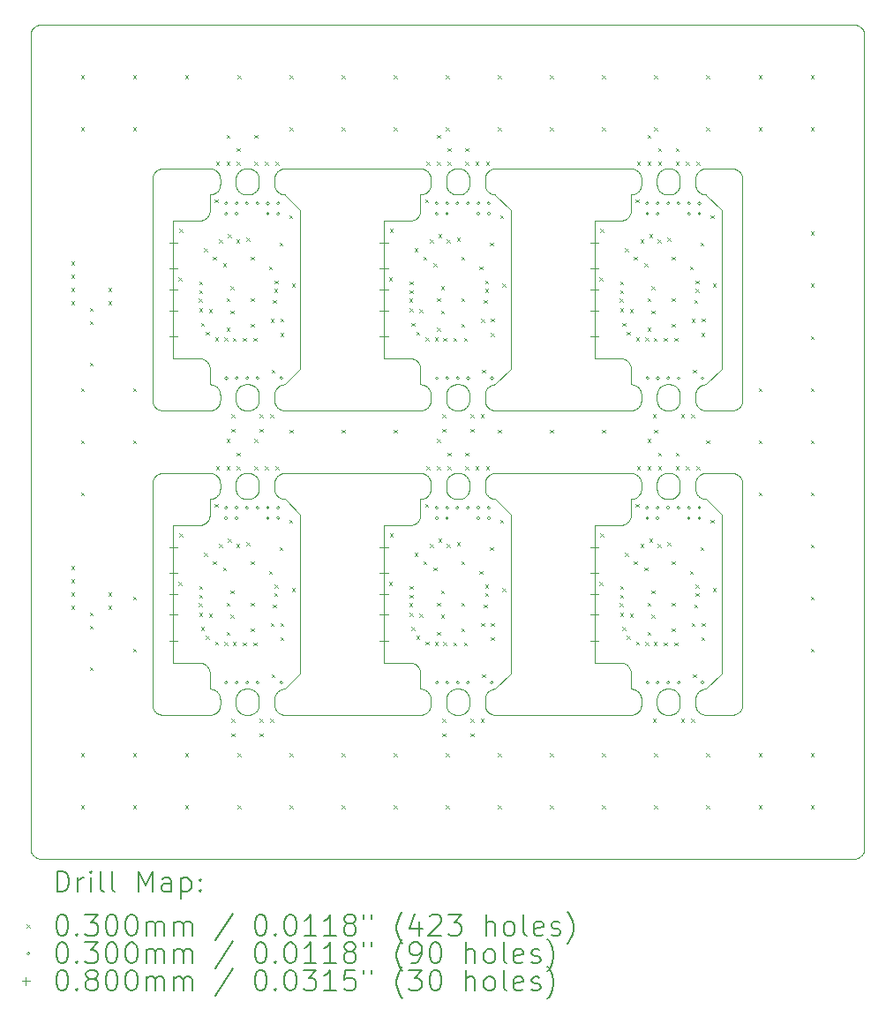
<source format=gbr>
%TF.GenerationSoftware,KiCad,Pcbnew,9.0.0-9.0.0-2~ubuntu24.04.1*%
%TF.CreationDate,2025-03-16T16:10:11-04:00*%
%TF.ProjectId,panel9,70616e65-6c39-42e6-9b69-6361645f7063,rev?*%
%TF.SameCoordinates,Original*%
%TF.FileFunction,Drillmap*%
%TF.FilePolarity,Positive*%
%FSLAX45Y45*%
G04 Gerber Fmt 4.5, Leading zero omitted, Abs format (unit mm)*
G04 Created by KiCad (PCBNEW 9.0.0-9.0.0-2~ubuntu24.04.1) date 2025-03-16 16:10:11*
%MOMM*%
%LPD*%
G01*
G04 APERTURE LIST*
%ADD10C,0.100000*%
%ADD11C,0.200000*%
G04 APERTURE END LIST*
D10*
X1971919Y-6539589D02*
X1971081Y-6534758D01*
X2340000Y-4399901D02*
X2340120Y-4394998D01*
X4209880Y-1474998D02*
X4210000Y-1479901D01*
X3734160Y-1813755D02*
X3732395Y-1818330D01*
X4169610Y-3680340D02*
X4165601Y-3683164D01*
X6477498Y-6370029D02*
X6479950Y-6369970D01*
X3766335Y-1626493D02*
X3761647Y-1627648D01*
X5843164Y-6575601D02*
X5840340Y-6579610D01*
X4374213Y-3651459D02*
X4371796Y-3647192D01*
X6067187Y-3690408D02*
X6062807Y-3688204D01*
X4367604Y-4488330D02*
X4365840Y-4483755D01*
X3997604Y-6558330D02*
X3995840Y-6553755D01*
X6085626Y-4302994D02*
X6090410Y-4301920D01*
X2410901Y-1625698D02*
X2406245Y-1624160D01*
X4400390Y-1610340D02*
X4396524Y-1607324D01*
X3720340Y-6160390D02*
X3723164Y-6164398D01*
X1653755Y-6125840D02*
X1658330Y-6127604D01*
X6090410Y-3451919D02*
X6095242Y-3451081D01*
X6159099Y-1384302D02*
X6163755Y-1385840D01*
X6730099Y-1380000D02*
X6735002Y-1380120D01*
X4200409Y-1437187D02*
X4202396Y-1441670D01*
X4396524Y-6597324D02*
X4392811Y-6594121D01*
X6384302Y-3520900D02*
X6385840Y-3516245D01*
X1172994Y-6544374D02*
X1171920Y-6539589D01*
X3807189Y-6594121D02*
X3803476Y-6597324D01*
X3799610Y-6389659D02*
X3803476Y-6392676D01*
X2180409Y-4357187D02*
X2182396Y-4361670D01*
X6172813Y-3690408D02*
X6168330Y-3692395D01*
X5760027Y-4550126D02*
X5760000Y-4551225D01*
X2344302Y-1559099D02*
X2342994Y-1554374D01*
X3830408Y-6427187D02*
X3832395Y-6431670D01*
X3390000Y-3198775D02*
X3390027Y-3199875D01*
X3820918Y-4508823D02*
X3817986Y-4512660D01*
X6224160Y-1446245D02*
X6225698Y-1450900D01*
X1818080Y-6539589D02*
X1817006Y-6544374D01*
X3995840Y-3516245D02*
X3997604Y-3511670D01*
X2356836Y-4344399D02*
X2359660Y-4340390D01*
X3823661Y-1584850D02*
X3820918Y-1588823D01*
X3756909Y-1628576D02*
X3752131Y-1629273D01*
X6829519Y-3609892D02*
X6828919Y-3614758D01*
X2153476Y-1402676D02*
X2157189Y-1405879D01*
X6412811Y-4524121D02*
X6409260Y-4520740D01*
X4609971Y-3299949D02*
X4610000Y-3298775D01*
X4119892Y-6370481D02*
X4124758Y-6371081D01*
X1199260Y-1409260D02*
X1202811Y-1405879D01*
X1808555Y-1576529D02*
X1806209Y-1580749D01*
X2006524Y-4527324D02*
X2002811Y-4524121D01*
X2376524Y-3677324D02*
X2372811Y-3674121D01*
X4075242Y-3698919D02*
X4070410Y-3698080D01*
X1971919Y-4380410D02*
X1972994Y-4375626D01*
X4030390Y-3469659D02*
X4034398Y-3466836D01*
X3826209Y-4500749D02*
X3823661Y-4504850D01*
X5843164Y-1424398D02*
X5845787Y-1428541D01*
X3835698Y-3629099D02*
X3834160Y-3633755D01*
X5760000Y-4551227D02*
X5760000Y-4700099D01*
X2175787Y-3651459D02*
X2173164Y-3655601D01*
X6384302Y-6549099D02*
X6382994Y-6544374D01*
X6470108Y-6619519D02*
X6465242Y-6618919D01*
X5793755Y-4305840D02*
X5798330Y-4307604D01*
X6800740Y-1409260D02*
X6804121Y-1412811D01*
X4426245Y-1385840D02*
X4430901Y-1384302D01*
X1972994Y-6445626D02*
X1974302Y-6440900D01*
X6014302Y-6440900D02*
X6015840Y-6436245D01*
X2109590Y-6371919D02*
X2114374Y-6372994D01*
X2178204Y-6567192D02*
X2175787Y-6571459D01*
X4042807Y-4538204D02*
X4038541Y-4535787D01*
X4148330Y-6377604D02*
X4152813Y-6379591D01*
X4110099Y-6620000D02*
X4089901Y-6620000D01*
X5819610Y-4319660D02*
X5823476Y-4322676D01*
X1744374Y-6617006D02*
X1739589Y-6618080D01*
X6229519Y-6529892D02*
X6228919Y-6534758D01*
X3745002Y-1380120D02*
X3749892Y-1380481D01*
X4165601Y-1613164D02*
X4161459Y-1615787D01*
X6399659Y-6579610D02*
X6396836Y-6575601D01*
X4051670Y-4307604D02*
X4056245Y-4305840D01*
X1172994Y-1455626D02*
X1174302Y-1450900D01*
X4438353Y-3452351D02*
X4443091Y-3451424D01*
X7970688Y-29309D02*
X7969803Y-28467D01*
X4143755Y-1385840D02*
X4148330Y-1387604D01*
X3730408Y-6177187D02*
X3732395Y-6181670D01*
X3995840Y-1446245D02*
X3997604Y-1441670D01*
X2182396Y-3511670D02*
X2184160Y-3516245D01*
X6380120Y-4455002D02*
X6380000Y-4450099D01*
X2149610Y-6600340D02*
X2145601Y-6603164D01*
X5702813Y-1870408D02*
X5698330Y-1872395D01*
X4157192Y-6381796D02*
X4161459Y-6384213D01*
X4042807Y-6608204D02*
X4038541Y-6605787D01*
X3769099Y-3454302D02*
X3773755Y-3455840D01*
X69816Y-4719D02*
X62887Y-7198D01*
X5850408Y-3507187D02*
X5852395Y-3511670D01*
X3699610Y-4780340D02*
X3695601Y-4783164D01*
X1718919Y-1794758D02*
X1718080Y-1799589D01*
X6204121Y-3482811D02*
X6207324Y-3486524D01*
X5823476Y-3677324D02*
X5819610Y-3680340D01*
X5765002Y-3450120D02*
X5769892Y-3450481D01*
X4210000Y-3549901D02*
X4210000Y-3600099D01*
X4385127Y-3483650D02*
X4388416Y-3480115D01*
X6479901Y-4300000D02*
X6730099Y-4300000D01*
X3837006Y-3525626D02*
X3838080Y-3530410D01*
X6230000Y-6520099D02*
X6229880Y-6525002D01*
X2437499Y-3450029D02*
X2439950Y-3449970D01*
X7983120Y-44458D02*
X7982417Y-43459D01*
X6021796Y-6422807D02*
X6024213Y-6418541D01*
X5840340Y-1420390D02*
X5843164Y-1424398D01*
X3742451Y-3450058D02*
X3745002Y-3450120D01*
X6039260Y-1409260D02*
X6042811Y-1405879D01*
X4385879Y-6587189D02*
X4382676Y-6583476D01*
X6046524Y-6392676D02*
X6050390Y-6389659D01*
X5802813Y-6610408D02*
X5798330Y-6612395D01*
X2167324Y-1593476D02*
X2164121Y-1597189D01*
X2342994Y-3624374D02*
X2341920Y-3619589D01*
X2341920Y-4469590D02*
X2341081Y-4464758D01*
X6010000Y-1479901D02*
X6010120Y-1474998D01*
X4379660Y-4509610D02*
X4376836Y-4505601D01*
X4200409Y-3507187D02*
X4202396Y-3511670D01*
X5808643Y-4537413D02*
X5804367Y-4539657D01*
X6010120Y-1474998D02*
X6010481Y-1470108D01*
X6396339Y-6415150D02*
X6399082Y-6411176D01*
X3740099Y-4300000D02*
X3745002Y-4300120D01*
X6828919Y-3614758D02*
X6828080Y-3619589D01*
X6085626Y-3452994D02*
X6090410Y-3451919D01*
X4169610Y-4530340D02*
X4165601Y-4533164D01*
X3754758Y-6371081D02*
X3759589Y-6371919D01*
X60Y-98777D02*
X0Y-101225D01*
X4177189Y-6594121D02*
X4173476Y-6597324D01*
X1690740Y-6149260D02*
X1694121Y-6152811D01*
X5410027Y-4800125D02*
X5410000Y-4801225D01*
X3645002Y-6120120D02*
X3649892Y-6120481D01*
X5820750Y-4529482D02*
X5816844Y-4532320D01*
X6130099Y-1380000D02*
X6135002Y-1380120D01*
X3747325Y-1629738D02*
X3742501Y-1629971D01*
X4001796Y-3502807D02*
X4004213Y-3498541D01*
X6197189Y-1604121D02*
X6193476Y-1607324D01*
X2006524Y-3472676D02*
X2010390Y-3469659D01*
X1977604Y-6431670D02*
X1979591Y-6427187D01*
X98774Y-60D02*
X91424Y-421D01*
X3664374Y-6122994D02*
X3669099Y-6124302D01*
X1979591Y-1437187D02*
X1981796Y-1432807D01*
X3820340Y-3659610D02*
X3817324Y-3663476D01*
X5828129Y-4523258D02*
X5824515Y-4526459D01*
X6460410Y-1628080D02*
X6455626Y-1627006D01*
X2157189Y-6395879D02*
X2160740Y-6399260D01*
X4382676Y-3663476D02*
X4379660Y-3659610D01*
X3991081Y-1544758D02*
X3990481Y-1539892D01*
X2189519Y-6529892D02*
X2188919Y-6534758D01*
X2439949Y-1630029D02*
X2437617Y-1629972D01*
X3796844Y-4532320D02*
X3792805Y-4534966D01*
X1995879Y-4517189D02*
X1992676Y-4513476D01*
X4450108Y-4549519D02*
X4445242Y-4548919D01*
X2149610Y-3680340D02*
X2145601Y-3683164D01*
X4365664Y-3516740D02*
X4367376Y-3512226D01*
X6021796Y-3502807D02*
X6024213Y-3498541D01*
X1720000Y-6368775D02*
X1720027Y-6369875D01*
X1371227Y-6120000D02*
X1620099Y-6120000D01*
X6011919Y-1549589D02*
X6011081Y-1544758D01*
X6785601Y-4316836D02*
X6789610Y-4319660D01*
X5834121Y-6587189D02*
X5830740Y-6590740D01*
X4008Y-72162D02*
X2220Y-79301D01*
X6076245Y-4544160D02*
X6071670Y-4542396D01*
X3825787Y-3651459D02*
X3823164Y-3655601D01*
X1970000Y-4450099D02*
X1970000Y-4399901D01*
X2340481Y-4459892D02*
X2340120Y-4455002D01*
X4207006Y-6445626D02*
X4208080Y-6450410D01*
X1758330Y-1387604D02*
X1762813Y-1389591D01*
X7954506Y-7983777D02*
X7955538Y-7983123D01*
X2434998Y-3699880D02*
X2430108Y-3699519D01*
X2170340Y-6410390D02*
X2173164Y-6414398D01*
X1779610Y-1399659D02*
X1783476Y-1402676D01*
X2341081Y-1544758D02*
X2340481Y-1539892D01*
X6399082Y-6411176D02*
X6402014Y-6407340D01*
X2365127Y-3483650D02*
X2368416Y-3480115D01*
X1206524Y-4322676D02*
X1210390Y-4319660D01*
X4004213Y-3498541D02*
X4006836Y-3494398D01*
X1218541Y-1394213D02*
X1222807Y-1391796D01*
X4042807Y-3688204D02*
X4038541Y-3685787D01*
X1734758Y-4548919D02*
X1729892Y-4549519D01*
X6394213Y-4501459D02*
X6391796Y-4497193D01*
X7998259Y-7918295D02*
X7999338Y-7911016D01*
X1767192Y-6608204D02*
X1762813Y-6610408D01*
X1255242Y-4301081D02*
X1260108Y-4300481D01*
X7909796Y-511D02*
X7908578Y-421D01*
X2388541Y-1615787D02*
X2384399Y-1613164D01*
X1810408Y-3507187D02*
X1812395Y-3511670D01*
X2434998Y-4300120D02*
X2439901Y-4300000D01*
X2188080Y-3619589D02*
X2187006Y-3624374D01*
X6781459Y-3685787D02*
X6777192Y-3688204D01*
X6754374Y-3697006D02*
X6749589Y-3698080D01*
X1639589Y-4798080D02*
X1634758Y-4798919D01*
X1775601Y-4316836D02*
X1779610Y-4319660D01*
X4460866Y-4550866D02*
X4460016Y-4550056D01*
X1634758Y-6121081D02*
X1639589Y-6121919D01*
X6200740Y-1409260D02*
X6204121Y-1412811D01*
X6185601Y-4533164D02*
X6181459Y-4535787D01*
X1717006Y-1804374D02*
X1715698Y-1809099D01*
X1758330Y-4307604D02*
X1762813Y-4309591D01*
X3759589Y-4301920D02*
X3764374Y-4302994D01*
X5679589Y-1878080D02*
X5674758Y-1878919D01*
X2362676Y-4513476D02*
X2359660Y-4509610D01*
X1753755Y-4544160D02*
X1749099Y-4545698D01*
X6435632Y-6380343D02*
X6440011Y-6378309D01*
X6220408Y-1437187D02*
X6222395Y-1441670D01*
X4184121Y-3667189D02*
X4180740Y-3670740D01*
X3817986Y-1592660D02*
X3814873Y-1596350D01*
X2342994Y-4474374D02*
X2341920Y-4469590D01*
X1975840Y-1563755D02*
X1974302Y-1559099D01*
X7992359Y-61741D02*
X7991864Y-60624D01*
X6822395Y-6558330D02*
X6820408Y-6562813D01*
X2342994Y-1455626D02*
X2344302Y-1450900D01*
X4070410Y-3451919D02*
X4075242Y-3451081D01*
X2188080Y-6450410D02*
X2188919Y-6455242D01*
X1808204Y-6567192D02*
X1805787Y-6571459D01*
X2157189Y-3475879D02*
X2160740Y-3479260D01*
X1992676Y-3486524D02*
X1995879Y-3482811D01*
X3823164Y-3655601D02*
X3820340Y-3659610D01*
X6017604Y-3511670D02*
X6019591Y-3507187D01*
X6381081Y-4464758D02*
X6380481Y-4459892D01*
X1744374Y-4302994D02*
X1749099Y-4304302D01*
X4367604Y-3638330D02*
X4365840Y-3633755D01*
X4382014Y-3487340D02*
X4385127Y-3483650D01*
X6455626Y-4302994D02*
X6460410Y-4301920D01*
X4034398Y-3683164D02*
X4030390Y-3680340D01*
X1734758Y-6371081D02*
X1739589Y-6371919D01*
X4400390Y-4319660D02*
X4404399Y-4316836D01*
X4336Y-7929022D02*
X4719Y-7930182D01*
X1175840Y-1446245D02*
X1177604Y-1441670D01*
X1779610Y-3469659D02*
X1783476Y-3472676D01*
X4361861Y-3530705D02*
X4362903Y-3525991D01*
X4115002Y-6370120D02*
X4119892Y-6370481D01*
X6739892Y-3699519D02*
X6735002Y-3699880D01*
X6010481Y-3609892D02*
X6010120Y-3605002D01*
X2064998Y-3450120D02*
X2069901Y-3450000D01*
X5860000Y-6469901D02*
X5860000Y-6520099D01*
X1718919Y-6205242D02*
X1719519Y-6210108D01*
X1749099Y-1384302D02*
X1753755Y-1385840D01*
X5802813Y-4309591D02*
X5807192Y-4311796D01*
X2425242Y-3698919D02*
X2420410Y-3698080D01*
X4022811Y-3674121D02*
X4019260Y-3670740D01*
X5767325Y-1629738D02*
X5762501Y-1629971D01*
X1720000Y-3299901D02*
X1720000Y-3448773D01*
X6197189Y-3475879D02*
X6200740Y-3479260D01*
X4207006Y-1455626D02*
X4208080Y-1460410D01*
X1214399Y-4316836D02*
X1218541Y-4314213D01*
X6228919Y-4385242D02*
X6229519Y-4390108D01*
X4180740Y-1600740D02*
X4177189Y-1604121D01*
X6396836Y-1585601D02*
X6394213Y-1581459D01*
X5846209Y-1580749D02*
X5843661Y-1584850D01*
X2104758Y-1381081D02*
X2109590Y-1381920D01*
X4208080Y-3530410D02*
X4208919Y-3535242D01*
X6396836Y-3655601D02*
X6394213Y-3651459D01*
X5772131Y-4549273D02*
X5767325Y-4549738D01*
X1712395Y-3261670D02*
X1714160Y-3266245D01*
X6420390Y-1610340D02*
X6416524Y-1607324D01*
X1255242Y-6618919D02*
X1250410Y-6618080D01*
X1722383Y-4549972D02*
X1720124Y-4550027D01*
X5767325Y-4549738D02*
X5762501Y-4549971D01*
X5759880Y-4705002D02*
X5759519Y-4709892D01*
X4187324Y-1416524D02*
X4190340Y-1420390D01*
X23523Y-7964349D02*
X28465Y-7969801D01*
X5857006Y-4375626D02*
X5858080Y-4380410D01*
X3725787Y-6168541D02*
X3728204Y-6172807D01*
X6629132Y-4699132D02*
X6480868Y-4550868D01*
X4395485Y-3473541D02*
X4399250Y-3470518D01*
X6172813Y-4540409D02*
X6168330Y-4542396D01*
X1808204Y-6422807D02*
X1810408Y-6427187D01*
X3795601Y-6603164D02*
X3791459Y-6605787D01*
X2342994Y-1554374D02*
X2341920Y-1549589D01*
X3838138Y-4469295D02*
X3837097Y-4474009D01*
X5779589Y-6618080D02*
X5774758Y-6618919D01*
X6029659Y-6579610D02*
X6026836Y-6575601D01*
X6014302Y-4479099D02*
X6012994Y-4474374D01*
X1718080Y-3280410D02*
X1718919Y-3285242D01*
X4204160Y-1446245D02*
X4205698Y-1450900D01*
X3820340Y-6579610D02*
X3817324Y-6583476D01*
X6032676Y-6406524D02*
X6035879Y-6402811D01*
X1722501Y-1629971D02*
X1720124Y-1630028D01*
X4119892Y-1629519D02*
X4115002Y-1629880D01*
X3699610Y-3219659D02*
X3703476Y-3222676D01*
X72160Y-4008D02*
X70983Y-4334D01*
X3834336Y-4483260D02*
X3832624Y-4487774D01*
X1808204Y-1432807D02*
X1810408Y-1437187D01*
X5754160Y-6186245D02*
X5755698Y-6190900D01*
X1800918Y-1588823D02*
X1797986Y-1592660D01*
X1667192Y-3211796D02*
X1671459Y-3214213D01*
X6420390Y-6600340D02*
X6416524Y-6597324D01*
X6210340Y-1589610D02*
X6207324Y-1593476D01*
X5693755Y-3205840D02*
X5698330Y-3207604D01*
X3835698Y-4370901D02*
X3837006Y-4375626D01*
X7998258Y-81703D02*
X7998049Y-80499D01*
X6793476Y-3677324D02*
X6789610Y-3680340D01*
X8136Y-60624D02*
X7641Y-61741D01*
X3991081Y-4385242D02*
X3991919Y-4380410D01*
X6465242Y-6618919D02*
X6460410Y-6618080D01*
X6042811Y-1604121D02*
X6039260Y-1600740D01*
X1992676Y-3663476D02*
X1989659Y-3659610D01*
X4202396Y-3638330D02*
X4200409Y-3642813D01*
X6222395Y-6558330D02*
X6220408Y-6562813D01*
X4177189Y-1604121D02*
X4173476Y-1607324D01*
X6168330Y-1387604D02*
X6172813Y-1389591D01*
X2392807Y-4311796D02*
X2397187Y-4309591D01*
X6019591Y-1572813D02*
X6017604Y-1568330D01*
X2375485Y-3473541D02*
X2379250Y-3470518D01*
X3759589Y-3698080D02*
X3754758Y-3698919D01*
X2149610Y-3469659D02*
X2153476Y-3472676D01*
X4195787Y-3498541D02*
X4198204Y-3502807D01*
X1703164Y-1835601D02*
X1700340Y-1839610D01*
X2188919Y-1465242D02*
X2189519Y-1470108D01*
X6829519Y-4390108D02*
X6829880Y-4394998D01*
X1697324Y-1843476D02*
X1694121Y-1847189D01*
X4198204Y-1577192D02*
X4195787Y-1581459D01*
X6181459Y-6605787D02*
X6177192Y-6608204D01*
X1720000Y-3448775D02*
X1720027Y-3449875D01*
X6629971Y-6219949D02*
X6630000Y-6218775D01*
X6432807Y-3461796D02*
X6437187Y-3459591D01*
X5819610Y-3680340D02*
X5815601Y-3683164D01*
X1653755Y-1874160D02*
X1649099Y-1875698D01*
X6224160Y-3516245D02*
X6225698Y-3520900D01*
X2128330Y-6377604D02*
X2132813Y-6379591D01*
X6824160Y-3633755D02*
X6822395Y-3638330D01*
X3695601Y-3216836D02*
X3699610Y-3219659D01*
X5765002Y-1380120D02*
X5769892Y-1380481D01*
X1787189Y-4325879D02*
X1790740Y-4329260D01*
X2434998Y-6619880D02*
X2430108Y-6619519D01*
X4371796Y-3647192D02*
X4369591Y-3642813D01*
X1981796Y-3647192D02*
X1979591Y-3642813D01*
X1214399Y-6603164D02*
X1210390Y-6600340D01*
X6381081Y-3535242D02*
X6381919Y-3530410D01*
X2190000Y-3549901D02*
X2190000Y-3600099D01*
X4460868Y-3449132D02*
X4609132Y-3300868D01*
X4006836Y-4505601D02*
X4004213Y-4501459D01*
X1972994Y-6544374D02*
X1971919Y-6539589D01*
X4119892Y-3699519D02*
X4115002Y-3699880D01*
X4015879Y-1597189D02*
X4012676Y-1593476D01*
X6384302Y-4370901D02*
X6385840Y-4366245D01*
X5804367Y-4539657D02*
X5799989Y-4541691D01*
X3699610Y-6139659D02*
X3703476Y-6142676D01*
X3837006Y-6544374D02*
X3835698Y-6549099D01*
X6010000Y-3549901D02*
X6010120Y-3544998D01*
X3994302Y-4479099D02*
X3992994Y-4474374D01*
X5790962Y-1625113D02*
X5786335Y-1626493D01*
X6046524Y-1402676D02*
X6050390Y-1399659D01*
X6222395Y-4361670D02*
X6224160Y-4366245D01*
X2055242Y-1381081D02*
X2060108Y-1380481D01*
X3991919Y-4380410D02*
X3992994Y-4375626D01*
X4376836Y-1424398D02*
X4379660Y-1420390D01*
X6220408Y-4357187D02*
X6222395Y-4361670D01*
X3740099Y-3700000D02*
X2439901Y-3700000D01*
X1719519Y-4709892D02*
X1718919Y-4714758D01*
X4396524Y-4322676D02*
X4400390Y-4319660D01*
X6218204Y-3647192D02*
X6215787Y-3651459D01*
X1995879Y-1597189D02*
X1992676Y-1593476D01*
X2347604Y-1568330D02*
X2345840Y-1563755D01*
X3775517Y-4543511D02*
X3770962Y-4545113D01*
X7999338Y-88984D02*
X7998259Y-81705D01*
X1708204Y-1827192D02*
X1705787Y-1831459D01*
X3723164Y-4755601D02*
X3720340Y-4759610D01*
X1803164Y-6575601D02*
X1800340Y-6579610D01*
X6010000Y-6520099D02*
X6010000Y-6469901D01*
X5752395Y-3261670D02*
X5754160Y-3266245D01*
X2340120Y-4455002D02*
X2340000Y-4450099D01*
X6095242Y-1381081D02*
X6100108Y-1380481D01*
X1820000Y-4450099D02*
X1819880Y-4455002D01*
X2123755Y-4305840D02*
X2128330Y-4307604D01*
X6042811Y-4524121D02*
X6039260Y-4520740D01*
X1729892Y-4549519D02*
X1725002Y-4549880D01*
X4209519Y-1470108D02*
X4209880Y-1474998D01*
X6029659Y-4509610D02*
X6026836Y-4505601D01*
X5850695Y-1572201D02*
X5848555Y-1576529D01*
X1725002Y-4300120D02*
X1729892Y-4300481D01*
X5855698Y-6549099D02*
X5854160Y-6553755D01*
X6185601Y-6603164D02*
X6181459Y-6605787D01*
X1370125Y-3199973D02*
X1371225Y-3200000D01*
X6394213Y-6571459D02*
X6391796Y-6567192D01*
X3730408Y-3257187D02*
X3732395Y-3261670D01*
X3837097Y-1554009D02*
X3835828Y-1558668D01*
X2423091Y-3451424D02*
X2427869Y-3450727D01*
X2188080Y-4380410D02*
X2188919Y-4385242D01*
X2354213Y-4501459D02*
X2351796Y-4497193D01*
X1732131Y-1629273D02*
X1727325Y-1629738D01*
X6405879Y-3667189D02*
X6402676Y-3663476D01*
X6032676Y-3663476D02*
X6029659Y-3659610D01*
X2145601Y-3683164D02*
X2141459Y-3685787D01*
X1620099Y-6120000D02*
X1625002Y-6120120D01*
X91422Y-421D02*
X90204Y-511D01*
X6829880Y-4394998D02*
X6830000Y-4399901D01*
X4443091Y-3451424D02*
X4447869Y-3450727D01*
X2187006Y-3525626D02*
X2188080Y-3530410D01*
X1810408Y-3642813D02*
X1808204Y-3647192D01*
X4399250Y-6390518D02*
X4403156Y-6387680D01*
X1815698Y-6549099D02*
X1814160Y-6553755D01*
X3990000Y-4399901D02*
X3990120Y-4394998D01*
X6441670Y-6612395D02*
X6437187Y-6610408D01*
X5860000Y-3549901D02*
X5860000Y-3600099D01*
X2069901Y-6620000D02*
X2064998Y-6619880D01*
X6754374Y-6617006D02*
X6749589Y-6618080D01*
X3740000Y-1780099D02*
X3739880Y-1785002D01*
X3830408Y-3642813D02*
X3828204Y-3647192D01*
X6759099Y-4304302D02*
X6763755Y-4305840D01*
X4056245Y-3455840D02*
X4060900Y-3454302D01*
X2055242Y-4301081D02*
X2060108Y-4300481D01*
X1977604Y-3638330D02*
X1975840Y-3633755D01*
X3834160Y-4366245D02*
X3835698Y-4370901D01*
X4161459Y-4314213D02*
X4165601Y-4316836D01*
X2341861Y-3530705D02*
X2342903Y-3525991D01*
X2178204Y-1577192D02*
X2175787Y-1581459D01*
X4070410Y-1628080D02*
X4065626Y-1627006D01*
X2432675Y-6370262D02*
X2437499Y-6370029D01*
X6139892Y-6619519D02*
X6135002Y-6619880D01*
X5743164Y-4755601D02*
X5740340Y-4759610D01*
X2365879Y-4332811D02*
X2369260Y-4329260D01*
X3390000Y-4801227D02*
X3390000Y-6118773D01*
X1744374Y-6372994D02*
X1749099Y-6374302D01*
X4210000Y-3600099D02*
X4209880Y-3605002D01*
X3728204Y-1827192D02*
X3725787Y-1831459D01*
X1667192Y-6131796D02*
X1671459Y-6134213D01*
X1819880Y-3605002D02*
X1819519Y-3609892D01*
X6446245Y-3694160D02*
X6441670Y-3692395D01*
X2354213Y-3651459D02*
X2351796Y-3647192D01*
X6382994Y-6544374D02*
X6381919Y-6539589D01*
X2137193Y-3688204D02*
X2132813Y-3690408D01*
X4459901Y-1380000D02*
X5760099Y-1380000D01*
X4004213Y-3651459D02*
X4001796Y-3647192D01*
X6477549Y-4549942D02*
X6474998Y-4549880D01*
X4115002Y-6619880D02*
X4110099Y-6620000D01*
X4157192Y-1391796D02*
X4161459Y-1394213D01*
X3738080Y-1799589D02*
X3737006Y-1804374D01*
X3838951Y-1544535D02*
X3838138Y-1549295D01*
X1817006Y-6544374D02*
X1815698Y-6549099D01*
X1675601Y-3216836D02*
X1679610Y-3219659D01*
X5840918Y-4508823D02*
X5837986Y-4512660D01*
X1690740Y-1850740D02*
X1687189Y-1854121D01*
X5859519Y-6460108D02*
X5859880Y-6464998D01*
X6227006Y-6445626D02*
X6228080Y-6450410D01*
X1800340Y-4509610D02*
X1797324Y-4513476D01*
X4065626Y-6617006D02*
X4060900Y-6615698D01*
X5759880Y-1785002D02*
X5759519Y-1789892D01*
X3710740Y-3229260D02*
X3714121Y-3232811D01*
X3992994Y-4474374D02*
X3991919Y-4469590D01*
X2104758Y-6371081D02*
X2109590Y-6371919D01*
X4417187Y-4540409D02*
X4412807Y-4538204D01*
X3807189Y-3475879D02*
X3810740Y-3479260D01*
X5811459Y-6605787D02*
X5807192Y-6608204D01*
X4364172Y-6441332D02*
X4365664Y-6436740D01*
X2589971Y-3299949D02*
X2590000Y-3298775D01*
X6437187Y-4309591D02*
X6441670Y-4307604D01*
X4417187Y-1389591D02*
X4421670Y-1387604D01*
X1644374Y-4797006D02*
X1639589Y-4798080D01*
X3691459Y-4785787D02*
X3687192Y-4788204D01*
X3749892Y-4300481D02*
X3754758Y-4301081D01*
X6012994Y-3525626D02*
X6014302Y-3520900D01*
X4119892Y-4300481D02*
X4124758Y-4301081D01*
X3778330Y-3692395D02*
X3773755Y-3694160D01*
X6629944Y-1779984D02*
X6629134Y-1779134D01*
X3787192Y-3688204D02*
X3782813Y-3690408D01*
X3756909Y-4548576D02*
X3752131Y-4549273D01*
X4208080Y-1460410D02*
X4208919Y-1465242D01*
X5852395Y-3511670D02*
X5854160Y-3516245D01*
X3745002Y-3450120D02*
X3749892Y-3450481D01*
X4415632Y-3460343D02*
X4420011Y-3458309D01*
X1790740Y-1409260D02*
X1794121Y-1412811D01*
X1667192Y-4788204D02*
X1662813Y-4790409D01*
X2185698Y-4370901D02*
X2187006Y-4375626D01*
X5759519Y-1789892D02*
X5758919Y-1794758D01*
X4169610Y-4319660D02*
X4173476Y-4322676D01*
X3807189Y-4325879D02*
X3810740Y-4329260D01*
X3991081Y-3614758D02*
X3990481Y-3609892D01*
X3737006Y-6195626D02*
X3738080Y-6200410D01*
X2141459Y-1394213D02*
X2145601Y-1396836D01*
X1181796Y-1432807D02*
X1184213Y-1428541D01*
X4129589Y-3698080D02*
X4124758Y-3698919D01*
X4110099Y-4300000D02*
X4115002Y-4300120D01*
X1683476Y-3222676D02*
X1687189Y-3225879D01*
X2359082Y-6411176D02*
X2362014Y-6407340D01*
X1794121Y-3482811D02*
X1797324Y-3486524D01*
X2341048Y-6455464D02*
X2341861Y-6450705D01*
X6177192Y-6608204D02*
X6172813Y-6610408D01*
X11833Y-52877D02*
X11284Y-53967D01*
X4143755Y-3694160D02*
X4139099Y-3695698D01*
X90199Y-512D02*
X88987Y-661D01*
X4169610Y-1610340D02*
X4165601Y-1613164D01*
X4148330Y-3457604D02*
X4152813Y-3459591D01*
X4034398Y-4533164D02*
X4030390Y-4530340D01*
X6090410Y-6618080D02*
X6085626Y-6617006D01*
X3799610Y-1399659D02*
X3803476Y-1402676D01*
X4038541Y-6605787D02*
X4034398Y-6603164D01*
X4056245Y-1624160D02*
X4051670Y-1622395D01*
X4361081Y-4464758D02*
X4360481Y-4459892D01*
X1981796Y-4352807D02*
X1984213Y-4348541D01*
X2340120Y-4394998D02*
X2340481Y-4390108D01*
X2340466Y-3540257D02*
X2341048Y-3535464D01*
X5852395Y-4361670D02*
X5854160Y-4366245D01*
X1810408Y-1437187D02*
X1812395Y-1441670D01*
X1783476Y-6392676D02*
X1787189Y-6395879D01*
X6460410Y-4548080D02*
X6455626Y-4547006D01*
X6828919Y-6534758D02*
X6828080Y-6539589D01*
X4030390Y-6600340D02*
X4026524Y-6597324D01*
X5698330Y-6127604D02*
X5702813Y-6129591D01*
X5795517Y-1623511D02*
X5790962Y-1625113D01*
X6130099Y-6620000D02*
X6109901Y-6620000D01*
X1820000Y-1530099D02*
X1819883Y-1534927D01*
X2145601Y-3466836D02*
X2149610Y-3469659D01*
X6135002Y-3450120D02*
X6139892Y-3450481D01*
X6630000Y-1781225D02*
X6629971Y-1780051D01*
X3999591Y-4357187D02*
X4001796Y-4352807D01*
X1714160Y-1813755D02*
X1712395Y-1818330D01*
X5674758Y-3201081D02*
X5679589Y-3201919D01*
X1820000Y-1479901D02*
X1820000Y-1530099D01*
X1202811Y-1405879D02*
X1206524Y-1402676D01*
X2345664Y-3516740D02*
X2347376Y-3512226D01*
X5859533Y-4459742D02*
X5858951Y-4464535D01*
X4382676Y-4336524D02*
X4385879Y-4332811D01*
X6781459Y-6605787D02*
X6777192Y-6608204D01*
X1195879Y-1412811D02*
X1199260Y-1409260D01*
X5730740Y-1850740D02*
X5727189Y-1854121D01*
X11283Y-53970D02*
X8137Y-60622D01*
X2175787Y-1428541D02*
X2178204Y-1432807D01*
X4400390Y-4530340D02*
X4396524Y-4527324D01*
X7999339Y-7911013D02*
X7999488Y-7909801D01*
X4110099Y-1380000D02*
X4115002Y-1380120D01*
X3778330Y-3457604D02*
X3782813Y-3459591D01*
X4430901Y-1384302D02*
X4435626Y-1382994D01*
X6228080Y-4469590D02*
X6227006Y-4474374D01*
X6389591Y-1572813D02*
X6387604Y-1568330D01*
X6062807Y-1618204D02*
X6058541Y-1615787D01*
X2220Y-7920699D02*
X4008Y-7927838D01*
X5737324Y-1843476D02*
X5734121Y-1847189D01*
X7947128Y-7988164D02*
X7948190Y-7987562D01*
X2349305Y-3507799D02*
X2351445Y-3503471D01*
X6815787Y-1428541D02*
X6818204Y-1432807D01*
X5702813Y-6129591D02*
X5707192Y-6131796D01*
X6797189Y-4325879D02*
X6800740Y-4329260D01*
X2359082Y-3491176D02*
X2362014Y-3487340D01*
X3838919Y-6455242D02*
X3839519Y-6460108D01*
X2164121Y-3667189D02*
X2160740Y-3670740D01*
X4365840Y-6553755D02*
X4364302Y-6549099D01*
X6168330Y-3457604D02*
X6172813Y-3459591D01*
X4382676Y-4513476D02*
X4379660Y-4509610D01*
X3814121Y-4332811D02*
X3817324Y-4336524D01*
X6010000Y-4399901D02*
X6010120Y-4394998D01*
X6380481Y-4390108D02*
X6381081Y-4385242D01*
X6015840Y-1446245D02*
X6017604Y-1441670D01*
X4371796Y-4352807D02*
X4374213Y-4348541D01*
X2164121Y-6587189D02*
X2160740Y-6590740D01*
X2173164Y-4344399D02*
X2175787Y-4348541D01*
X6210340Y-3490390D02*
X6213164Y-3494398D01*
X11836Y-7947128D02*
X12437Y-7948190D01*
X6228080Y-3619589D02*
X6227006Y-3624374D01*
X2180409Y-6427187D02*
X2182396Y-6431670D01*
X1753755Y-6614160D02*
X1749099Y-6615698D01*
X2109590Y-3451919D02*
X2114374Y-3452994D01*
X6455626Y-3697006D02*
X6450900Y-3695698D01*
X5727189Y-1854121D02*
X5723476Y-1857324D01*
X1218541Y-6605787D02*
X1214399Y-6603164D01*
X2354213Y-1428541D02*
X2356836Y-1424398D01*
X1814160Y-1446245D02*
X1815698Y-1450900D01*
X2114374Y-1627006D02*
X2109590Y-1628080D01*
X6012994Y-1455626D02*
X6014302Y-1450900D01*
X4435626Y-1627006D02*
X4430901Y-1625698D01*
X4009659Y-3490390D02*
X4012676Y-3486524D01*
X2187006Y-1455626D02*
X2188080Y-1460410D01*
X5743164Y-6164398D02*
X5745787Y-6168541D01*
X2401670Y-3692395D02*
X2397187Y-3690408D01*
X4026524Y-6392676D02*
X4030390Y-6389659D01*
X1712395Y-1818330D02*
X1710408Y-1822813D01*
X6193476Y-3472676D02*
X6197189Y-3475879D01*
X2190000Y-1479901D02*
X2190000Y-1530099D01*
X1725002Y-3450120D02*
X1729892Y-3450481D01*
X4362994Y-3624374D02*
X4361920Y-3619589D01*
X1812395Y-3638330D02*
X1810408Y-3642813D01*
X3990481Y-3609892D02*
X3990120Y-3605002D01*
X2589134Y-6220866D02*
X2589944Y-6220015D01*
X2153476Y-4322676D02*
X2157189Y-4325879D01*
X2188919Y-6455242D02*
X2189519Y-6460108D01*
X3725787Y-3248541D02*
X3728204Y-3252807D01*
X5848204Y-1432807D02*
X5850408Y-1437187D01*
X1819519Y-6529892D02*
X1818919Y-6534758D01*
X1184213Y-1428541D02*
X1186836Y-1424398D01*
X2160740Y-6399260D02*
X2164121Y-6402811D01*
X1970120Y-1535002D02*
X1970000Y-1530099D01*
X3838919Y-4385242D02*
X3839519Y-4390108D01*
X7920697Y-2219D02*
X7919505Y-1951D01*
X4360000Y-1530099D02*
X4360000Y-1479901D01*
X6387604Y-3638330D02*
X6385840Y-3633755D01*
X2188919Y-4464758D02*
X2188080Y-4469590D01*
X7919505Y-7998048D02*
X7920697Y-7997781D01*
X1370027Y-4800125D02*
X1370000Y-4801225D01*
X6024213Y-3651459D02*
X6021796Y-3647192D01*
X1671459Y-1865787D02*
X1667192Y-1868204D01*
X6109901Y-3700000D02*
X6104998Y-3699880D01*
X7939378Y-7991863D02*
X7946030Y-7988717D01*
X3739880Y-6214998D02*
X3740000Y-6219901D01*
X1818080Y-4380410D02*
X1818919Y-4385242D01*
X2420410Y-1381920D02*
X2425242Y-1381081D01*
X5848204Y-6567192D02*
X5845787Y-6571459D01*
X4388416Y-3480115D02*
X4391871Y-3476742D01*
X3782813Y-6610408D02*
X3778330Y-6612395D01*
X1753755Y-4305840D02*
X1758330Y-4307604D01*
X2406245Y-6614160D02*
X2401670Y-6612395D01*
X5807192Y-3688204D02*
X5802813Y-3690408D01*
X5769892Y-6619519D02*
X5765002Y-6619880D01*
X4173476Y-4527324D02*
X4169610Y-4530340D01*
X4004213Y-1428541D02*
X4006836Y-1424398D01*
X5740340Y-1839610D02*
X5737324Y-1843476D01*
X5674758Y-1878919D02*
X5669892Y-1879519D01*
X3835698Y-3520900D02*
X3837006Y-3525626D01*
X4376836Y-4344399D02*
X4379660Y-4340390D01*
X3817324Y-3663476D02*
X3814121Y-3667189D01*
X6437187Y-6610408D02*
X6432807Y-6608204D01*
X2060108Y-3450481D02*
X2064998Y-3450120D01*
X5411227Y-6120000D02*
X5660099Y-6120000D01*
X6095242Y-3698919D02*
X6090410Y-3698080D01*
X4119892Y-3450481D02*
X4124758Y-3451081D01*
X2356339Y-3495150D02*
X2359082Y-3491176D01*
X6381081Y-3614758D02*
X6380481Y-3609892D01*
X4019260Y-4329260D02*
X4022811Y-4325879D01*
X6207324Y-6583476D02*
X6204121Y-6587189D01*
X6391796Y-3502807D02*
X6394213Y-3498541D01*
X7964349Y-7976477D02*
X7969801Y-7971535D01*
X4208919Y-1544758D02*
X4208080Y-1549589D01*
X4060900Y-3695698D02*
X4056245Y-3694160D01*
X5665002Y-6120120D02*
X5669892Y-6120481D01*
X2002811Y-1604121D02*
X1999260Y-1600740D01*
X4075242Y-6618919D02*
X4070410Y-6618080D01*
X4426245Y-6614160D02*
X4421670Y-6612395D01*
X6011081Y-1465242D02*
X6011919Y-1460410D01*
X7982417Y-7956541D02*
X7983120Y-7955542D01*
X6763755Y-3694160D02*
X6759099Y-3695698D01*
X4198204Y-3502807D02*
X4200409Y-3507187D01*
X6830000Y-4399901D02*
X6830000Y-6520099D01*
X5831584Y-1599885D02*
X5828129Y-1603258D01*
X6389591Y-3507187D02*
X6391796Y-3502807D01*
X6450900Y-6615698D02*
X6446245Y-6614160D01*
X4438353Y-6372351D02*
X4443091Y-6371424D01*
X3725787Y-4751459D02*
X3723164Y-4755601D01*
X2439901Y-4300000D02*
X3740099Y-4300000D01*
X2439901Y-1380000D02*
X3740099Y-1380000D01*
X6085626Y-6372994D02*
X6090410Y-6371919D01*
X2128330Y-4307604D02*
X2132813Y-4309591D01*
X4412807Y-1618204D02*
X4408541Y-1615787D01*
X3832624Y-1567774D02*
X3830695Y-1572201D01*
X2002811Y-3674121D02*
X1999260Y-3670740D01*
X6477617Y-3450028D02*
X6479949Y-3449971D01*
X4161459Y-4535787D02*
X4157192Y-4538204D01*
X2014398Y-6603164D02*
X2010390Y-6600340D01*
X6749589Y-6618080D02*
X6744758Y-6618919D01*
X2420410Y-4548080D02*
X2415626Y-4547006D01*
X1779610Y-6600340D02*
X1775601Y-6603164D01*
X3754758Y-3451081D02*
X3759589Y-3451919D01*
X1975840Y-6436245D02*
X1977604Y-6431670D01*
X4373791Y-3499251D02*
X4376339Y-3495150D01*
X4008Y-7927840D02*
X4334Y-7929017D01*
X5769892Y-3450481D02*
X5774758Y-3451081D01*
X6200740Y-3479260D02*
X6204121Y-3482811D01*
X1812395Y-6431670D02*
X1814160Y-6436245D01*
X6035879Y-1597189D02*
X6032676Y-1593476D01*
X1370000Y-4801227D02*
X1370000Y-6118773D01*
X5827189Y-3674121D02*
X5823476Y-3677324D01*
X6104998Y-6370120D02*
X6109901Y-6370000D01*
X1818080Y-1460410D02*
X1818919Y-1465242D01*
X5848555Y-1576529D02*
X5846209Y-1580749D01*
X1767192Y-4311796D02*
X1771459Y-4314213D01*
X2347604Y-1441670D02*
X2349591Y-1437187D01*
X6472675Y-6370262D02*
X6477498Y-6370029D01*
X2430108Y-1380481D02*
X2434998Y-1380120D01*
X2095002Y-6370120D02*
X2099892Y-6370481D01*
X6387604Y-4361670D02*
X6389591Y-4357187D01*
X3795601Y-6386836D02*
X3799610Y-6389659D01*
X2340117Y-3545073D02*
X2340466Y-3540257D01*
X5789099Y-4304302D02*
X5793755Y-4305840D01*
X2342994Y-6544374D02*
X2341920Y-6539589D01*
X2187006Y-6544374D02*
X2185698Y-6549099D01*
X1269901Y-4300000D02*
X1720099Y-4300000D01*
X5684374Y-1877006D02*
X5679589Y-1878080D01*
X6828080Y-6539589D02*
X6827006Y-6544374D01*
X4200409Y-1572813D02*
X4198204Y-1577192D01*
X4129589Y-3451919D02*
X4134374Y-3452994D01*
X4015879Y-4332811D02*
X4019260Y-4329260D01*
X3795601Y-1396836D02*
X3799610Y-1399659D01*
X4124758Y-4548919D02*
X4119892Y-4549519D01*
X4443091Y-6371424D02*
X4447869Y-6370727D01*
X3839880Y-4394998D02*
X3840000Y-4399901D01*
X1729892Y-1380481D02*
X1734758Y-1381081D01*
X3990120Y-6525002D02*
X3990000Y-6520099D01*
X1771459Y-3685787D02*
X1767192Y-3688204D01*
X2344302Y-4370901D02*
X2345840Y-4366245D01*
X1992676Y-4336524D02*
X1995879Y-4332811D01*
X1705787Y-4751459D02*
X1703164Y-4755601D01*
X6399659Y-4340390D02*
X6402676Y-4336524D01*
X2362676Y-1416524D02*
X2365879Y-1412811D01*
X2347604Y-4361670D02*
X2349591Y-4357187D01*
X2369260Y-1600740D02*
X2365879Y-1597189D01*
X3745002Y-3699880D02*
X3740099Y-3700000D01*
X3390124Y-6119973D02*
X3391225Y-6120000D01*
X6080900Y-6615698D02*
X6076245Y-6614160D01*
X6815787Y-4348541D02*
X6818204Y-4352807D01*
X6050390Y-3680340D02*
X6046524Y-3677324D01*
X4209880Y-3605002D02*
X4209519Y-3609892D01*
X81705Y-7998259D02*
X88984Y-7999338D01*
X4193164Y-3655601D02*
X4190340Y-3659610D01*
X6446245Y-4544160D02*
X6441670Y-4542396D01*
X1797324Y-3663476D02*
X1794121Y-3667189D01*
X6172813Y-3459591D02*
X6177192Y-3461796D01*
X2137193Y-3461796D02*
X2141459Y-3464213D01*
X3799610Y-6600340D02*
X3795601Y-6603164D01*
X3807189Y-1405879D02*
X3810740Y-1409260D01*
X6010000Y-4450099D02*
X6010000Y-4399901D01*
X6189610Y-4319660D02*
X6193476Y-4322676D01*
X1700340Y-3240390D02*
X1703164Y-3244398D01*
X3839880Y-6525002D02*
X3839519Y-6529892D01*
X6090410Y-4548080D02*
X6085626Y-4547006D01*
X6428541Y-4314213D02*
X6432807Y-4311796D01*
X5843164Y-3494398D02*
X5845787Y-3498541D01*
X6829880Y-6525002D02*
X6829519Y-6529892D01*
X2002811Y-1405879D02*
X2006524Y-1402676D01*
X2392807Y-1391796D02*
X2397187Y-1389591D01*
X4450108Y-1380481D02*
X4454998Y-1380120D01*
X4209519Y-3609892D02*
X4208919Y-3614758D01*
X6228919Y-6455242D02*
X6229519Y-6460108D01*
X3814121Y-6587189D02*
X3810740Y-6590740D01*
X1753755Y-3455840D02*
X1758330Y-3457604D01*
X2022807Y-1618204D02*
X2018541Y-1615787D01*
X6076245Y-3455840D02*
X6080900Y-3454302D01*
X3749892Y-1380481D02*
X3754758Y-1381081D01*
X1818919Y-6455242D02*
X1819519Y-6460108D01*
X6405879Y-3482811D02*
X6409260Y-3479260D01*
X6135002Y-6619880D02*
X6130099Y-6620000D01*
X4379082Y-3491176D02*
X4382014Y-3487340D01*
X2344172Y-6441332D02*
X2345664Y-6436740D01*
X1170120Y-4394998D02*
X1170481Y-4390108D01*
X5837324Y-4336524D02*
X5840340Y-4340390D01*
X5815601Y-6603164D02*
X5811459Y-6605787D01*
X4180740Y-1409260D02*
X4184121Y-1412811D01*
X2427869Y-3450727D02*
X2432675Y-3450262D01*
X2342994Y-4375626D02*
X2344302Y-4370901D01*
X4157192Y-4311796D02*
X4161459Y-4314213D01*
X4426245Y-4544160D02*
X4421670Y-4542396D01*
X2340120Y-6525002D02*
X2340000Y-6520099D01*
X2434998Y-1380120D02*
X2439901Y-1380000D01*
X3738919Y-1794758D02*
X3738080Y-1799589D01*
X4001796Y-1577192D02*
X3999591Y-1572813D01*
X3714121Y-1847189D02*
X3710740Y-1850740D01*
X2099892Y-4549519D02*
X2095002Y-4549880D01*
X6021796Y-4352807D02*
X6024213Y-4348541D01*
X3739880Y-1785002D02*
X3739519Y-1789892D01*
X4084998Y-4549880D02*
X4080108Y-4549519D01*
X6479949Y-1630029D02*
X6477617Y-1629972D01*
X5854160Y-1446245D02*
X5855698Y-1450900D01*
X6062807Y-4538204D02*
X6058541Y-4535787D01*
X2380390Y-1399659D02*
X2384399Y-1396836D01*
X3823164Y-6575601D02*
X3820340Y-6579610D01*
X4089901Y-1380000D02*
X4110099Y-1380000D01*
X1986836Y-1585601D02*
X1984213Y-1581459D01*
X5765002Y-4300120D02*
X5769892Y-4300481D01*
X6011919Y-4469590D02*
X6011081Y-4464758D01*
X3717324Y-3236524D02*
X3720340Y-3240390D01*
X2099892Y-3699519D02*
X2095002Y-3699880D01*
X4379660Y-6579610D02*
X4376836Y-6575601D01*
X5760000Y-6368775D02*
X5760027Y-6369875D01*
X2388541Y-4314213D02*
X2392807Y-4311796D01*
X3787192Y-1391796D02*
X3791459Y-1394213D01*
X1806209Y-1580749D02*
X1803661Y-1584850D01*
X5860000Y-1479901D02*
X5860000Y-1530099D01*
X7938254Y-7639D02*
X7937115Y-7199D01*
X5698330Y-1872395D02*
X5693755Y-1874160D01*
X5760099Y-6620000D02*
X4459901Y-6620000D01*
X4038541Y-1394213D02*
X4042807Y-1391796D01*
X1629892Y-6120481D02*
X1634758Y-6121081D01*
X3769099Y-6374302D02*
X3773755Y-6375840D01*
X2185698Y-4479099D02*
X2184160Y-4483755D01*
X4022811Y-1604121D02*
X4019260Y-1600740D01*
X4180740Y-6590740D02*
X4177189Y-6594121D01*
X6011081Y-4464758D02*
X6010481Y-4459892D01*
X1679610Y-1860340D02*
X1675601Y-1863164D01*
X5734121Y-1847189D02*
X5730740Y-1850740D01*
X1269901Y-6620000D02*
X1264998Y-6619880D01*
X5774758Y-3451081D02*
X5779589Y-3451919D01*
X3687192Y-1868204D02*
X3682813Y-1870408D01*
X6207324Y-3663476D02*
X6204121Y-3667189D01*
X3649892Y-3200481D02*
X3654758Y-3201081D01*
X5858080Y-3619589D02*
X5857006Y-3624374D01*
X1812395Y-3511670D02*
X1814160Y-3516245D01*
X2069901Y-3700000D02*
X2064998Y-3699880D01*
X2095002Y-3450120D02*
X2099892Y-3450481D01*
X6455626Y-4547006D02*
X6450900Y-4545698D01*
X6100108Y-3699519D02*
X6095242Y-3698919D01*
X5819610Y-3469659D02*
X5823476Y-3472676D01*
X2189519Y-3609892D02*
X2188919Y-3614758D01*
X7919501Y-1950D02*
X7918297Y-1742D01*
X2160740Y-3479260D02*
X2164121Y-3482811D01*
X2379250Y-6390518D02*
X2383156Y-6387680D01*
X2430108Y-1629519D02*
X2425242Y-1628919D01*
X4193164Y-3494398D02*
X4195787Y-3498541D01*
X6793476Y-4322676D02*
X6797189Y-4325879D01*
X6224160Y-6553755D02*
X6222395Y-6558330D01*
X3720340Y-4759610D02*
X3717324Y-4763476D01*
X1708204Y-6172807D02*
X1710408Y-6177187D01*
X4009659Y-4340390D02*
X4012676Y-4336524D01*
X4361920Y-1460410D02*
X4362994Y-1455626D01*
X4209519Y-4390108D02*
X4209880Y-4394998D01*
X2045626Y-1382994D02*
X2050410Y-1381920D01*
X2123755Y-1624160D02*
X2119099Y-1625698D01*
X1739589Y-3698080D02*
X1734758Y-3698919D01*
X3837006Y-3624374D02*
X3835698Y-3629099D01*
X3682813Y-3209591D02*
X3687192Y-3211796D01*
X6470108Y-4549519D02*
X6465242Y-4548919D01*
X1775601Y-3683164D02*
X1771459Y-3685787D01*
X6420390Y-3469659D02*
X6424398Y-3466836D01*
X5758080Y-6200410D02*
X5758919Y-6205242D01*
X4457549Y-4549942D02*
X4454998Y-4549880D01*
X2401670Y-4542396D02*
X2397187Y-4540409D01*
X1184213Y-4348541D02*
X1186836Y-4344399D01*
X2045626Y-3452994D02*
X2050410Y-3451919D01*
X3778330Y-6377604D02*
X3782813Y-6379591D01*
X2344172Y-3521332D02*
X2345664Y-3516740D01*
X1759989Y-1621691D02*
X1755517Y-1623511D01*
X6054398Y-6603164D02*
X6050390Y-6600340D01*
X6230000Y-4450099D02*
X6229880Y-4455002D01*
X4034398Y-4316836D02*
X4038541Y-4314213D01*
X4392811Y-1604121D02*
X4389260Y-1600740D01*
X4454998Y-4549880D02*
X4450108Y-4549519D01*
X6071670Y-3457604D02*
X6076245Y-3455840D01*
X4075242Y-1628919D02*
X4070410Y-1628080D01*
X2340120Y-1535002D02*
X2340000Y-1530099D01*
X5754160Y-3266245D02*
X5755698Y-3270900D01*
X1634758Y-4798919D02*
X1629892Y-4799519D01*
X3782813Y-3459591D02*
X3787192Y-3461796D01*
X7198Y-62887D02*
X4719Y-69816D01*
X5815601Y-6386836D02*
X5819610Y-6389659D01*
X5807192Y-1391796D02*
X5811459Y-1394213D01*
X1679610Y-4780340D02*
X1675601Y-4783164D01*
X2430108Y-3699519D02*
X2425242Y-3698919D01*
X5679589Y-6121919D02*
X5684374Y-6122994D01*
X421Y-7908578D02*
X511Y-7909796D01*
X3991919Y-3530410D02*
X3992994Y-3525626D01*
X3640099Y-3200000D02*
X3645002Y-3200120D01*
X6197189Y-6594121D02*
X6193476Y-6597324D01*
X6085626Y-1627006D02*
X6080900Y-1625698D01*
X2149610Y-4319660D02*
X2153476Y-4322676D01*
X6032676Y-1416524D02*
X6035879Y-1412811D01*
X3740027Y-1630126D02*
X3740000Y-1631225D01*
X1819519Y-3609892D02*
X1818919Y-3614758D01*
X4026524Y-3472676D02*
X4030390Y-3469659D01*
X6021796Y-4497193D02*
X6019591Y-4492813D01*
X5410000Y-6118775D02*
X5410027Y-6119875D01*
X3820340Y-3490390D02*
X3823164Y-3494398D01*
X3997604Y-4361670D02*
X3999591Y-4357187D01*
X2157189Y-4325879D02*
X2160740Y-4329260D01*
X4006836Y-1585601D02*
X4004213Y-1581459D01*
X2157189Y-1604121D02*
X2153476Y-1607324D01*
X1815698Y-3520900D02*
X1817006Y-3525626D01*
X4038541Y-4314213D02*
X4042807Y-4311796D01*
X3390000Y-6118775D02*
X3390027Y-6119875D01*
X6829519Y-1470108D02*
X6829880Y-1474998D01*
X5798330Y-6612395D02*
X5793755Y-6614160D01*
X3832395Y-3511670D02*
X3834160Y-3516245D01*
X5693755Y-1874160D02*
X5689099Y-1875698D01*
X4187324Y-6406524D02*
X4190340Y-6410390D01*
X4361081Y-1465242D02*
X4361920Y-1460410D01*
X2359660Y-6579610D02*
X2356836Y-6575601D01*
X4392811Y-6594121D02*
X4389260Y-6590740D01*
X1195879Y-3667189D02*
X1192676Y-3663476D01*
X2119099Y-1384302D02*
X2123755Y-1385840D01*
X6229880Y-4455002D02*
X6229519Y-4459892D01*
X5858138Y-1549295D02*
X5857097Y-1554009D01*
X4371445Y-6423471D02*
X4373791Y-6419251D01*
X2345840Y-4366245D02*
X2347604Y-4361670D01*
X2395632Y-3460343D02*
X2400011Y-3458309D01*
X4026524Y-4527324D02*
X4022811Y-4524121D01*
X6828080Y-4380410D02*
X6828919Y-4385242D01*
X1992676Y-6406524D02*
X1995879Y-6402811D01*
X6772813Y-3690408D02*
X6768330Y-3692395D01*
X29312Y-7970691D02*
X30197Y-7971533D01*
X6470108Y-1629519D02*
X6465242Y-1628919D01*
X1734758Y-4301081D02*
X1739589Y-4301920D01*
X2040900Y-1625698D02*
X2036245Y-1624160D01*
X6789610Y-6600340D02*
X6785601Y-6603164D01*
X4364302Y-1559099D02*
X4362994Y-1554374D01*
X4360120Y-4394998D02*
X4360481Y-4390108D01*
X1767192Y-3688204D02*
X1762813Y-3690408D01*
X2184160Y-6436245D02*
X2185698Y-6440900D01*
X7999489Y-7909796D02*
X7999578Y-7908578D01*
X5858080Y-4380410D02*
X5858919Y-4385242D01*
X4012676Y-4336524D02*
X4015879Y-4332811D01*
X1186836Y-4344399D02*
X1189660Y-4340390D01*
X1718080Y-6200410D02*
X1718919Y-6205242D01*
X4362994Y-6544374D02*
X4361920Y-6539589D01*
X1819533Y-1539742D02*
X1818951Y-1544535D01*
X3990481Y-1470108D02*
X3991081Y-1465242D01*
X3737006Y-4724374D02*
X3735698Y-4729099D01*
X4420011Y-3458309D02*
X4424483Y-3456489D01*
X4075242Y-4301081D02*
X4080108Y-4300481D01*
X1977604Y-1441670D02*
X1979591Y-1437187D01*
X3703476Y-3222676D02*
X3707189Y-3225879D01*
X5774758Y-4301081D02*
X5779589Y-4301920D01*
X2345840Y-1563755D02*
X2344302Y-1559099D01*
X3759589Y-6371919D02*
X3764374Y-6372994D01*
X4180740Y-3479260D02*
X4184121Y-3482811D01*
X6382994Y-3624374D02*
X6381919Y-3619589D01*
X3742501Y-1629971D02*
X3740124Y-1630028D01*
X3990000Y-3549901D02*
X3990120Y-3544998D01*
X4364302Y-3629099D02*
X4362994Y-3624374D01*
X6754374Y-4302994D02*
X6759099Y-4304302D01*
X2380390Y-3680340D02*
X2376524Y-3677324D01*
X1210390Y-1399659D02*
X1214399Y-1396836D01*
X6409260Y-3479260D02*
X6412811Y-3475879D01*
X6387604Y-1568330D02*
X6385840Y-1563755D01*
X3825787Y-3498541D02*
X3828204Y-3502807D01*
X5759880Y-6214998D02*
X5760000Y-6219901D01*
X6391796Y-1577192D02*
X6389591Y-1572813D01*
X6455626Y-3452994D02*
X6460410Y-3451919D01*
X3803476Y-6597324D02*
X3799610Y-6600340D01*
X2375485Y-6393541D02*
X2379250Y-6390518D01*
X3640099Y-6120000D02*
X3645002Y-6120120D01*
X1764367Y-1619657D02*
X1759989Y-1621691D01*
X1177604Y-1441670D02*
X1179591Y-1437187D01*
X1970120Y-4455002D02*
X1970000Y-4450099D01*
X1708204Y-3252807D02*
X1710408Y-3257187D01*
X6460410Y-3451919D02*
X6465242Y-3451081D01*
X4374213Y-6571459D02*
X4371796Y-6567192D01*
X5660099Y-4800000D02*
X5411227Y-4800000D01*
X1970000Y-3549901D02*
X1970120Y-3544998D01*
X5750408Y-6177187D02*
X5752395Y-6181670D01*
X2188080Y-4469590D02*
X2187006Y-4474374D01*
X3834160Y-3633755D02*
X3832395Y-3638330D01*
X6432807Y-1391796D02*
X6437187Y-1389591D01*
X2184160Y-3516245D02*
X2185698Y-3520900D01*
X5837324Y-3663476D02*
X5834121Y-3667189D01*
X2401670Y-1387604D02*
X2406245Y-1385840D01*
X2149610Y-4530340D02*
X2145601Y-4533164D01*
X2351796Y-1432807D02*
X2354213Y-1428541D01*
X6781459Y-1394213D02*
X6785601Y-1396836D01*
X6039260Y-4520740D02*
X6035879Y-4517189D01*
X2387195Y-6385034D02*
X2391357Y-6382587D01*
X2170340Y-4340390D02*
X2173164Y-4344399D01*
X5715601Y-4783164D02*
X5711459Y-4785787D01*
X3839533Y-1539742D02*
X3838951Y-1544535D01*
X1720099Y-6620000D02*
X1269901Y-6620000D01*
X1989659Y-3659610D02*
X1986836Y-3655601D01*
X3991919Y-4469590D02*
X3991081Y-4464758D01*
X6739892Y-6619519D02*
X6735002Y-6619880D01*
X2189880Y-3605002D02*
X2189519Y-3609892D01*
X4445242Y-3698919D02*
X4440410Y-3698080D01*
X2164121Y-4517189D02*
X2160740Y-4520740D01*
X6144758Y-4301081D02*
X6149589Y-4301920D01*
X6100108Y-1380481D02*
X6104998Y-1380120D01*
X1787189Y-6395879D02*
X1790740Y-6399260D01*
X1245626Y-3697006D02*
X1240901Y-3695698D01*
X6735002Y-6619880D02*
X6730099Y-6620000D01*
X3749892Y-6619519D02*
X3745002Y-6619880D01*
X3839519Y-6460108D02*
X3839880Y-6464998D01*
X2160740Y-1409260D02*
X2164121Y-1412811D01*
X5737324Y-6156524D02*
X5740340Y-6160390D01*
X6479949Y-4550029D02*
X6477617Y-4549972D01*
X3391225Y-4800000D02*
X3390124Y-4800027D01*
X3840000Y-4399901D02*
X3840000Y-4450099D01*
X5669892Y-1879519D02*
X5665002Y-1879880D01*
X4009659Y-6579610D02*
X4006836Y-6575601D01*
X1186836Y-6575601D02*
X1184213Y-6571459D01*
X2347376Y-6432226D02*
X2349305Y-6427799D01*
X1995879Y-3667189D02*
X1992676Y-3663476D01*
X4374213Y-4501459D02*
X4371796Y-4497193D01*
X1649099Y-4795698D02*
X1644374Y-4797006D01*
X4139099Y-6374302D02*
X4143755Y-6375840D01*
X2040900Y-3695698D02*
X2036245Y-3694160D01*
X4195787Y-6418541D02*
X4198204Y-6422807D01*
X5858951Y-1544535D02*
X5858138Y-1549295D01*
X5820750Y-1609482D02*
X5816844Y-1612320D01*
X29309Y-29312D02*
X28467Y-30197D01*
X2344302Y-3629099D02*
X2342994Y-3624374D01*
X6228080Y-6539589D02*
X6227006Y-6544374D01*
X4361920Y-4380410D02*
X4362994Y-4375626D01*
X2188919Y-1544758D02*
X2188080Y-1549589D01*
X4376836Y-4505601D02*
X4374213Y-4501459D01*
X6818204Y-1432807D02*
X6820408Y-1437187D01*
X60622Y-8137D02*
X53970Y-11283D01*
X3792805Y-4534966D02*
X3788643Y-4537413D01*
X3788643Y-4537413D02*
X3784367Y-4539657D01*
X1762813Y-6610408D02*
X1758330Y-6612395D01*
X5740340Y-3240390D02*
X5743164Y-3244398D01*
X2099892Y-4300481D02*
X2104758Y-4301081D01*
X3838080Y-6450410D02*
X3838919Y-6455242D01*
X4065626Y-4302994D02*
X4070410Y-4301920D01*
X3645002Y-1879880D02*
X3640099Y-1880000D01*
X1199260Y-4329260D02*
X1202811Y-4325879D01*
X3991919Y-3619589D02*
X3991081Y-3614758D01*
X6381919Y-4380410D02*
X6382994Y-4375626D01*
X2031670Y-1387604D02*
X2036245Y-1385840D01*
X3817324Y-3486524D02*
X3820340Y-3490390D01*
X6463091Y-6371424D02*
X6467869Y-6370727D01*
X1805787Y-3651459D02*
X1803164Y-3655601D01*
X1758330Y-6612395D02*
X1753755Y-6614160D01*
X2439949Y-4550029D02*
X2437617Y-4549972D01*
X2014398Y-6386836D02*
X2018541Y-6384213D01*
X2365879Y-1412811D02*
X2369260Y-1409260D01*
X4430901Y-6615698D02*
X4426245Y-6614160D01*
X7639Y-61745D02*
X7199Y-62885D01*
X2415626Y-1627006D02*
X2410901Y-1625698D01*
X1171081Y-6534758D02*
X1170481Y-6529892D01*
X2095002Y-1380120D02*
X2099892Y-1380481D01*
X2188080Y-1460410D02*
X2188919Y-1465242D01*
X44458Y-16879D02*
X43459Y-17583D01*
X3991919Y-6450410D02*
X3992994Y-6445626D01*
X1970481Y-4459892D02*
X1970120Y-4455002D01*
X3747325Y-4549738D02*
X3742501Y-4549971D01*
X5740340Y-4759610D02*
X5737324Y-4763476D01*
X4161459Y-1615787D02*
X4157192Y-1618204D01*
X5762451Y-6370058D02*
X5765002Y-6370120D01*
X2022807Y-3461796D02*
X2027187Y-3459591D01*
X512Y-7909801D02*
X661Y-7911013D01*
X3838080Y-3530410D02*
X3838919Y-3535242D01*
X3735698Y-6190900D02*
X3737006Y-6195626D01*
X6479901Y-6620000D02*
X6474998Y-6619880D01*
X1974302Y-3520900D02*
X1975840Y-3516245D01*
X6229519Y-1470108D02*
X6229880Y-1474998D01*
X4209519Y-6460108D02*
X4209880Y-6464998D01*
X2160740Y-3670740D02*
X2157189Y-3674121D01*
X1171920Y-3619589D02*
X1171081Y-3614758D01*
X4006836Y-1424398D02*
X4009659Y-1420390D01*
X4134374Y-1382994D02*
X4139099Y-1384302D01*
X1720000Y-4700099D02*
X1719880Y-4705002D01*
X2359660Y-1589610D02*
X2356836Y-1585601D01*
X1634758Y-1878919D02*
X1629892Y-1879519D01*
X7955542Y-7983120D02*
X7956541Y-7982417D01*
X2384399Y-4316836D02*
X2388541Y-4314213D01*
X6181459Y-4314213D02*
X6185601Y-4316836D01*
X6011919Y-3619589D02*
X6011081Y-3614758D01*
X4208080Y-4380410D02*
X4208919Y-4385242D01*
X1739589Y-6371919D02*
X1744374Y-6372994D01*
X5410027Y-1880124D02*
X5410000Y-1881225D01*
X3991081Y-4464758D02*
X3990481Y-4459892D01*
X1800340Y-1420390D02*
X1803164Y-1424398D01*
X6830000Y-6520099D02*
X6829880Y-6525002D01*
X7918297Y-7998258D02*
X7919501Y-7998049D01*
X4609134Y-3300866D02*
X4609944Y-3300015D01*
X5824515Y-1606459D02*
X5820750Y-1609482D01*
X2351796Y-3647192D02*
X2349591Y-3642813D01*
X5779589Y-3698080D02*
X5774758Y-3698919D01*
X2010390Y-6600340D02*
X2006524Y-6597324D01*
X1986836Y-6575601D02*
X1984213Y-6571459D01*
X6225698Y-4479099D02*
X6224160Y-4483755D01*
X6204121Y-4517189D02*
X6200740Y-4520740D01*
X7978032Y-7962453D02*
X7982416Y-7956543D01*
X4209880Y-1535002D02*
X4209519Y-1539892D01*
X4202396Y-1568330D02*
X4200409Y-1572813D01*
X6828080Y-3619589D02*
X6827006Y-3624374D01*
X6455626Y-1382994D02*
X6460410Y-1381920D01*
X2145601Y-4316836D02*
X2149610Y-4319660D01*
X2401670Y-1622395D02*
X2397187Y-1620408D01*
X3817986Y-4512660D02*
X3814873Y-4516350D01*
X5734121Y-3232811D02*
X5737324Y-3236524D01*
X1771459Y-1394213D02*
X1775601Y-1396836D01*
X1227187Y-4309591D02*
X1231670Y-4307604D01*
X4070410Y-4548080D02*
X4065626Y-4547006D01*
X4334Y-70983D02*
X4008Y-72160D01*
X3832395Y-6431670D02*
X3834160Y-6436245D01*
X1687189Y-1854121D02*
X1683476Y-1857324D01*
X4134374Y-3697006D02*
X4129589Y-3698080D01*
X1181796Y-6567192D02*
X1179591Y-6562813D01*
X45493Y-16223D02*
X44462Y-16877D01*
X1749099Y-4304302D02*
X1753755Y-4305840D01*
X511Y-90204D02*
X421Y-91422D01*
X6416524Y-3677324D02*
X6412811Y-3674121D01*
X4205698Y-3520900D02*
X4207006Y-3525626D01*
X2050410Y-1628080D02*
X2045626Y-1627006D01*
X1705787Y-1831459D02*
X1703164Y-1835601D01*
X6824160Y-4366245D02*
X6825698Y-4370901D01*
X1787189Y-6594121D02*
X1783476Y-6597324D01*
X1719880Y-1785002D02*
X1719519Y-1789892D01*
X3795601Y-3466836D02*
X3799610Y-3469659D01*
X4089901Y-6620000D02*
X4084998Y-6619880D01*
X2342903Y-3525991D02*
X2344172Y-3521332D01*
X3992994Y-1554374D02*
X3991919Y-1549589D01*
X1715698Y-4729099D02*
X1714160Y-4733755D01*
X6222395Y-1568330D02*
X6220408Y-1572813D01*
X5860000Y-1530099D02*
X5859883Y-1534927D01*
X5665002Y-4799880D02*
X5660099Y-4800000D01*
X4124758Y-4301081D02*
X4129589Y-4301920D01*
X1970120Y-6464998D02*
X1970481Y-6460108D01*
X6384302Y-4479099D02*
X6382994Y-4474374D01*
X2372811Y-6594121D02*
X2369260Y-6590740D01*
X1981796Y-6567192D02*
X1979591Y-6562813D01*
X1694121Y-4767189D02*
X1690740Y-4770740D01*
X4143755Y-6614160D02*
X4139099Y-6615698D01*
X70983Y-7995666D02*
X72160Y-7995992D01*
X3778330Y-6612395D02*
X3773755Y-6614160D01*
X7918295Y-1741D02*
X7911016Y-662D01*
X2109590Y-4548080D02*
X2104758Y-4548919D01*
X5850695Y-4492201D02*
X5848555Y-4496529D01*
X6019591Y-4492813D02*
X6017604Y-4488330D01*
X2589971Y-6219949D02*
X2590000Y-6218775D01*
X2340000Y-1530099D02*
X2340000Y-1479901D01*
X5855698Y-1450900D02*
X5857006Y-1455626D01*
X3991081Y-1465242D02*
X3991919Y-1460410D01*
X4376339Y-6415150D02*
X4379082Y-6411176D01*
X4435626Y-3697006D02*
X4430901Y-3695698D01*
X2349591Y-6562813D02*
X2347604Y-6558330D01*
X6159099Y-4545698D02*
X6154374Y-4547006D01*
X4385127Y-6403650D02*
X4388416Y-6400115D01*
X7898775Y-8000000D02*
X7901223Y-7999940D01*
X5715601Y-6136836D02*
X5719610Y-6139659D01*
X4360481Y-1470108D02*
X4361081Y-1465242D01*
X4609132Y-4699132D02*
X4460868Y-4550868D01*
X3740124Y-6369973D02*
X3742383Y-6370028D01*
X4408541Y-4314213D02*
X4412807Y-4311796D01*
X4460868Y-6369132D02*
X4609132Y-6220868D01*
X3673755Y-3205840D02*
X3678330Y-3207604D01*
X2109590Y-1381920D02*
X2114374Y-1382994D01*
X5852395Y-6558330D02*
X5850408Y-6562813D01*
X1812395Y-1441670D02*
X1814160Y-1446245D01*
X1269901Y-3700000D02*
X1264998Y-3699880D01*
X2372811Y-3674121D02*
X2369260Y-3670740D01*
X3687192Y-3211796D02*
X3691459Y-3214213D01*
X6168330Y-4542396D02*
X6163755Y-4544160D01*
X1179591Y-3642813D02*
X1177604Y-3638330D01*
X3720340Y-3240390D02*
X3723164Y-3244398D01*
X1199260Y-3670740D02*
X1195879Y-3667189D01*
X1999260Y-1600740D02*
X1995879Y-1597189D01*
X6039260Y-4329260D02*
X6042811Y-4325879D01*
X4060900Y-1625698D02*
X4056245Y-1624160D01*
X4371796Y-1577192D02*
X4369591Y-1572813D01*
X3390000Y-1881227D02*
X3390000Y-3198773D01*
X5860000Y-4450099D02*
X5859883Y-4454927D01*
X6825698Y-1450900D02*
X6827006Y-1455626D01*
X5858138Y-4469295D02*
X5857097Y-4474009D01*
X6230000Y-3549901D02*
X6230000Y-3600099D01*
X6804121Y-3667189D02*
X6800740Y-3670740D01*
X4084998Y-6619880D02*
X4080108Y-6619519D01*
X3740000Y-6368775D02*
X3740027Y-6369875D01*
X5730740Y-3229260D02*
X5734121Y-3232811D01*
X1979591Y-4492813D02*
X1977604Y-4488330D01*
X6144758Y-3451081D02*
X6149589Y-3451919D01*
X2410901Y-4304302D02*
X2415626Y-4302994D01*
X5858080Y-6450410D02*
X5858919Y-6455242D01*
X1771459Y-4535787D02*
X1767192Y-4538204D01*
X4389260Y-1409260D02*
X4392811Y-1405879D01*
X4392811Y-1405879D02*
X4396524Y-1402676D01*
X3828204Y-6567192D02*
X3825787Y-6571459D01*
X1170120Y-1474998D02*
X1170481Y-1470108D01*
X1972994Y-4375626D02*
X1974302Y-4370901D01*
X2119099Y-3695698D02*
X2114374Y-3697006D01*
X6470108Y-3699519D02*
X6465242Y-3698919D01*
X4143755Y-4305840D02*
X4148330Y-4307604D01*
X1222807Y-4311796D02*
X1227187Y-4309591D01*
X4190340Y-6410390D02*
X4193164Y-6414398D01*
X4404399Y-1613164D02*
X4400390Y-1610340D01*
X2359660Y-4340390D02*
X2362676Y-4336524D01*
X2189519Y-1539892D02*
X2188919Y-1544758D01*
X2045626Y-6617006D02*
X2040900Y-6615698D01*
X5858919Y-4385242D02*
X5859519Y-4390108D01*
X30197Y-28467D02*
X29312Y-29309D01*
X1172994Y-3624374D02*
X1171920Y-3619589D01*
X5804367Y-1619657D02*
X5799989Y-1621691D01*
X36582Y-7977279D02*
X37544Y-7978031D01*
X6228080Y-6450410D02*
X6228919Y-6455242D01*
X3740099Y-1380000D02*
X3745002Y-1380120D01*
X7930182Y-4719D02*
X7929022Y-4336D01*
X6228080Y-1460410D02*
X6228919Y-1465242D01*
X3678330Y-6127604D02*
X3682813Y-6129591D01*
X4009659Y-4509610D02*
X4006836Y-4505601D01*
X4080108Y-1380481D02*
X4084998Y-1380120D01*
X4408541Y-6605787D02*
X4404399Y-6603164D01*
X6200740Y-4520740D02*
X6197189Y-4524121D01*
X1797986Y-1592660D02*
X1794873Y-1596350D01*
X2341920Y-3619589D02*
X2341081Y-3614758D01*
X6228080Y-4380410D02*
X6228919Y-4385242D01*
X7976477Y-35651D02*
X7971535Y-30199D01*
X1690740Y-3229260D02*
X1694121Y-3232811D01*
X2157189Y-6594121D02*
X2153476Y-6597324D01*
X3991919Y-1549589D02*
X3991081Y-1544758D01*
X1814160Y-3633755D02*
X1812395Y-3638330D01*
X3749892Y-3699519D02*
X3745002Y-3699880D01*
X4065626Y-1627006D02*
X4060900Y-1625698D01*
X4205698Y-4370901D02*
X4207006Y-4375626D01*
X6024213Y-1428541D02*
X6026836Y-1424398D01*
X5730740Y-4770740D02*
X5727189Y-4774121D01*
X7954504Y-16222D02*
X7948192Y-12439D01*
X3649892Y-1879519D02*
X3645002Y-1879880D01*
X6420390Y-3680340D02*
X6416524Y-3677324D01*
X6412811Y-3475879D02*
X6416524Y-3472676D01*
X1814160Y-6436245D02*
X1815698Y-6440900D01*
X3749892Y-3450481D02*
X3754758Y-3451081D01*
X661Y-88987D02*
X512Y-90199D01*
X2185698Y-6549099D02*
X2184160Y-6553755D01*
X4421670Y-1387604D02*
X4426245Y-1385840D01*
X3990481Y-1539892D02*
X3990120Y-1535002D01*
X3839880Y-1474998D02*
X3840000Y-1479901D01*
X4426245Y-1624160D02*
X4421670Y-1622395D01*
X1222807Y-1391796D02*
X1227187Y-1389591D01*
X6409260Y-4329260D02*
X6412811Y-4325879D01*
X6818204Y-3647192D02*
X6815787Y-3651459D01*
X4004213Y-6418541D02*
X4006836Y-6414398D01*
X5776909Y-4548576D02*
X5772131Y-4549273D01*
X3782813Y-4309591D02*
X3787192Y-4311796D01*
X2137193Y-4538204D02*
X2132813Y-4540409D01*
X4004213Y-6571459D02*
X4001796Y-6567192D01*
X1797324Y-4513476D02*
X1794121Y-4517189D01*
X3840000Y-3600099D02*
X3839880Y-3605002D01*
X5834121Y-1412811D02*
X5837324Y-1416524D01*
X2356836Y-6575601D02*
X2354213Y-6571459D01*
X3659589Y-3201919D02*
X3664374Y-3202994D01*
X1784515Y-1606459D02*
X1780750Y-1609482D01*
X6409260Y-1409260D02*
X6412811Y-1405879D01*
X3834336Y-1563260D02*
X3832624Y-1567774D01*
X4124758Y-1628919D02*
X4119892Y-1629519D01*
X2064998Y-4300120D02*
X2069901Y-4300000D01*
X1971919Y-3530410D02*
X1972994Y-3525626D01*
X5854160Y-4366245D02*
X5855698Y-4370901D01*
X5779589Y-1381920D02*
X5784374Y-1382994D01*
X4134374Y-6617006D02*
X4129589Y-6618080D01*
X6777192Y-4311796D02*
X6781459Y-4314213D01*
X1979591Y-1572813D02*
X1977604Y-1568330D01*
X4180740Y-4329260D02*
X4184121Y-4332811D01*
X1227187Y-1389591D02*
X1231670Y-1387604D01*
X3995840Y-3633755D02*
X3994302Y-3629099D01*
X7641Y-7938259D02*
X8136Y-7939375D01*
X4139099Y-6615698D02*
X4134374Y-6617006D01*
X3999591Y-3642813D02*
X3997604Y-3638330D01*
X22721Y-36582D02*
X21969Y-37544D01*
X1803164Y-3494398D02*
X1805787Y-3498541D01*
X3839533Y-4459742D02*
X3838951Y-4464535D01*
X3823661Y-4504850D02*
X3820918Y-4508823D01*
X4435626Y-1382994D02*
X4440410Y-1381920D01*
X2406245Y-3694160D02*
X2401670Y-3692395D01*
X2141459Y-1615787D02*
X2137193Y-1618204D01*
X2190000Y-6520099D02*
X2189880Y-6525002D01*
X6739892Y-4300481D02*
X6744758Y-4301081D01*
X6177192Y-3461796D02*
X6181459Y-3464213D01*
X6050390Y-3469659D02*
X6054398Y-3466836D01*
X2349591Y-4492813D02*
X2347604Y-4488330D01*
X3837006Y-6445626D02*
X3838080Y-6450410D01*
X4403156Y-3467680D02*
X4407195Y-3465034D01*
X2018541Y-3685787D02*
X2014398Y-3683164D01*
X1979591Y-6427187D02*
X1981796Y-6422807D01*
X6450900Y-1625698D02*
X6446245Y-1624160D01*
X3707189Y-6145879D02*
X3710740Y-6149260D01*
X1170000Y-6520099D02*
X1170000Y-4399901D01*
X4115002Y-1629880D02*
X4110099Y-1630000D01*
X6210340Y-6579610D02*
X6207324Y-6583476D01*
X5823476Y-6392676D02*
X5827189Y-6395879D01*
X3745002Y-4300120D02*
X3749892Y-4300481D01*
X3990000Y-6520099D02*
X3990000Y-6469901D01*
X6100108Y-3450481D02*
X6104998Y-3450120D01*
X1794121Y-4332811D02*
X1797324Y-4336524D01*
X3840000Y-3549901D02*
X3840000Y-3600099D01*
X1231670Y-4307604D02*
X1236245Y-4305840D01*
X3814121Y-3667189D02*
X3810740Y-3670740D01*
X2184160Y-1446245D02*
X2185698Y-1450900D01*
X6139892Y-1380481D02*
X6144758Y-1381081D01*
X4012676Y-3663476D02*
X4009659Y-3659610D01*
X6465242Y-1381081D02*
X6470108Y-1380481D01*
X6380120Y-3605002D02*
X6380000Y-3600099D01*
X3823164Y-1424398D02*
X3825787Y-1428541D01*
X2188080Y-3530410D02*
X2188919Y-3535242D01*
X7983123Y-7955538D02*
X7983777Y-7954506D01*
X1170481Y-3609892D02*
X1170120Y-3605002D01*
X4202396Y-4488330D02*
X4200409Y-4492813D01*
X2189880Y-4455002D02*
X2189519Y-4459892D01*
X1250410Y-4301920D02*
X1255242Y-4301081D01*
X6408416Y-6400115D02*
X6411871Y-6396742D01*
X3728204Y-4747193D02*
X3725787Y-4751459D01*
X4152813Y-6379591D02*
X4157192Y-6381796D01*
X5757006Y-1804374D02*
X5755698Y-1809099D01*
X2069901Y-6370000D02*
X2090099Y-6370000D01*
X6380120Y-4394998D02*
X6380481Y-4390108D01*
X3695601Y-6136836D02*
X3699610Y-6139659D01*
X1979591Y-3642813D02*
X1977604Y-3638330D01*
X6144758Y-3698919D02*
X6139892Y-3699519D01*
X4460017Y-3449942D02*
X4460866Y-3449134D01*
X3820340Y-1420390D02*
X3823164Y-1424398D01*
X5789099Y-6374302D02*
X5793755Y-6375840D01*
X5823476Y-1402676D02*
X5827189Y-1405879D01*
X1970120Y-4394998D02*
X1970481Y-4390108D01*
X4407195Y-3465034D02*
X4411357Y-3462587D01*
X7977279Y-7963418D02*
X7978031Y-7962455D01*
X5754160Y-4733755D02*
X5752395Y-4738330D01*
X4143755Y-6375840D02*
X4148330Y-6377604D01*
X1762813Y-4309591D02*
X1767192Y-4311796D01*
X4080108Y-3450481D02*
X4084998Y-3450120D01*
X12439Y-7948192D02*
X16222Y-7954504D01*
X1264998Y-6619880D02*
X1260108Y-6619519D01*
X2430108Y-4549519D02*
X2425242Y-4548919D01*
X2425242Y-1628919D02*
X2420410Y-1628080D01*
X4089901Y-3450000D02*
X4110099Y-3450000D01*
X4187324Y-3486524D02*
X4190340Y-3490390D01*
X6804121Y-4332811D02*
X6807324Y-4336524D01*
X4208919Y-1465242D02*
X4209519Y-1470108D01*
X1800340Y-6579610D02*
X1797324Y-6583476D01*
X2440017Y-6369942D02*
X2440866Y-6369134D01*
X4450108Y-4300481D02*
X4454998Y-4300120D01*
X6381919Y-1549589D02*
X6381081Y-1544758D01*
X3695601Y-1863164D02*
X3691459Y-1865787D01*
X1999260Y-3670740D02*
X1995879Y-3667189D01*
X5743164Y-1835601D02*
X5740340Y-1839610D01*
X5689099Y-3204302D02*
X5693755Y-3205840D01*
X7938259Y-7992359D02*
X7939375Y-7991864D01*
X5852624Y-4487774D02*
X5850695Y-4492201D01*
X2095002Y-6619880D02*
X2090099Y-6620000D01*
X3839519Y-3540108D02*
X3839880Y-3544998D01*
X6135002Y-1380120D02*
X6139892Y-1380481D01*
X5843164Y-3655601D02*
X5840340Y-3659610D01*
X5793755Y-1385840D02*
X5798330Y-1387604D01*
X4210000Y-6469901D02*
X4210000Y-6520099D01*
X4173476Y-1402676D02*
X4177189Y-1405879D01*
X1971919Y-6450410D02*
X1972994Y-6445626D01*
X5802813Y-1389591D02*
X5807192Y-1391796D01*
X5857097Y-1554009D02*
X5855828Y-1558668D01*
X3710740Y-6149260D02*
X3714121Y-6152811D01*
X7992361Y-7938254D02*
X7992800Y-7937115D01*
X2014398Y-4533164D02*
X2010390Y-4530340D01*
X1662813Y-3209591D02*
X1667192Y-3211796D01*
X5859533Y-1539742D02*
X5858951Y-1544535D01*
X1790740Y-3479260D02*
X1794121Y-3482811D01*
X5843164Y-4344399D02*
X5845787Y-4348541D01*
X3791459Y-6384213D02*
X3795601Y-6386836D01*
X1734758Y-6618919D02*
X1729892Y-6619519D01*
X6210340Y-4340390D02*
X6213164Y-4344399D01*
X1649099Y-6124302D02*
X1653755Y-6125840D01*
X5762501Y-4549971D02*
X5760124Y-4550028D01*
X6032676Y-6583476D02*
X6029659Y-6579610D01*
X6207324Y-1416524D02*
X6210340Y-1420390D01*
X2182396Y-4488330D02*
X2180409Y-4492813D01*
X5840340Y-6410390D02*
X5843164Y-6414398D01*
X4124758Y-6618919D02*
X4119892Y-6619519D01*
X3830695Y-1572201D02*
X3828555Y-1576529D01*
X2409038Y-6374887D02*
X2413665Y-6373506D01*
X3994302Y-6440900D02*
X3995840Y-6436245D01*
X5816844Y-1612320D02*
X5812805Y-1614966D01*
X4210000Y-6520099D02*
X4209880Y-6525002D01*
X2145601Y-6603164D02*
X2141459Y-6605787D01*
X6154374Y-3697006D02*
X6149589Y-3698080D01*
X1762813Y-4540409D02*
X1758330Y-4542396D01*
X4184121Y-1597189D02*
X4180740Y-1600740D01*
X4421670Y-6612395D02*
X4417187Y-6610408D01*
X6189610Y-3680340D02*
X6185601Y-3683164D01*
X7983778Y-7954504D02*
X7987561Y-7948192D01*
X2351445Y-6423471D02*
X2353791Y-6419251D01*
X6229880Y-3605002D02*
X6229519Y-3609892D01*
X5845787Y-3498541D02*
X5848204Y-3502807D01*
X5854160Y-6436245D02*
X5855698Y-6440900D01*
X2099892Y-6370481D02*
X2104758Y-6371081D01*
X1649099Y-1875698D02*
X1644374Y-1877006D01*
X3739519Y-4709892D02*
X3738919Y-4714758D01*
X1800340Y-4340390D02*
X1803164Y-4344399D01*
X2388541Y-4535787D02*
X2384399Y-4533164D01*
X4198204Y-6567192D02*
X4195787Y-6571459D01*
X5843661Y-4504850D02*
X5840918Y-4508823D01*
X4165601Y-6603164D02*
X4161459Y-6605787D01*
X3804515Y-4526459D02*
X3800750Y-4529482D01*
X3740027Y-4550126D02*
X3740000Y-4551225D01*
X3740000Y-3448775D02*
X3740027Y-3449875D01*
X2340481Y-4390108D02*
X2341081Y-4385242D01*
X2371871Y-6396742D02*
X2375485Y-6393541D01*
X1662813Y-4790409D02*
X1658330Y-4792396D01*
X3678330Y-1872395D02*
X3673755Y-1874160D01*
X4379660Y-3659610D02*
X4376836Y-3655601D01*
X6474998Y-1629880D02*
X6470108Y-1629519D01*
X6215787Y-1581459D02*
X6213164Y-1585601D01*
X4119892Y-6619519D02*
X4115002Y-6619880D01*
X2090099Y-6370000D02*
X2095002Y-6370120D01*
X2189880Y-6525002D02*
X2189519Y-6529892D01*
X2170340Y-4509610D02*
X2167324Y-4513476D01*
X6428541Y-3464213D02*
X6432807Y-3461796D01*
X4433665Y-3453506D02*
X4438353Y-3452351D01*
X6416524Y-4322676D02*
X6420390Y-4319660D01*
X2440017Y-3449942D02*
X2440866Y-3449134D01*
X2002811Y-3475879D02*
X2006524Y-3472676D01*
X3990000Y-4450099D02*
X3990000Y-4399901D01*
X4371796Y-1432807D02*
X4374213Y-1428541D01*
X4367604Y-1568330D02*
X4365840Y-1563755D01*
X2157189Y-3674121D02*
X2153476Y-3677324D01*
X3838951Y-4464535D02*
X3838138Y-4469295D01*
X5807192Y-6381796D02*
X5811459Y-6384213D01*
X1783476Y-3472676D02*
X1787189Y-3475879D01*
X2406245Y-1385840D02*
X2410901Y-1384302D01*
X4205698Y-6440900D02*
X4207006Y-6445626D01*
X53970Y-7988717D02*
X60622Y-7991863D01*
X1739589Y-3451919D02*
X1744374Y-3452994D01*
X4360000Y-1479901D02*
X4360120Y-1474998D01*
X6389305Y-6427799D02*
X6391445Y-6423471D01*
X6149589Y-3698080D02*
X6144758Y-3698919D01*
X2425242Y-4301081D02*
X2430108Y-4300481D01*
X80494Y-1951D02*
X79303Y-2219D01*
X7964347Y-23521D02*
X7963422Y-22724D01*
X7988164Y-52872D02*
X7987562Y-51810D01*
X3994302Y-3629099D02*
X3992994Y-3624374D01*
X2099892Y-1380481D02*
X2104758Y-1381081D01*
X1719880Y-6214998D02*
X1720000Y-6219901D01*
X2420410Y-3698080D02*
X2415626Y-3697006D01*
X3740000Y-3299901D02*
X3740000Y-3448773D01*
X3834160Y-6436245D02*
X3835698Y-6440900D01*
X6172813Y-6379591D02*
X6177192Y-6381796D01*
X4452675Y-6370262D02*
X4457499Y-6370029D01*
X2397187Y-6610408D02*
X2392807Y-6608204D01*
X4361048Y-6455464D02*
X4361861Y-6450705D01*
X4429038Y-3454887D02*
X4433665Y-3453506D01*
X6100108Y-6370481D02*
X6104998Y-6370120D01*
X1264998Y-4300120D02*
X1269901Y-4300000D01*
X1992676Y-4513476D02*
X1989659Y-4509610D01*
X2184160Y-3633755D02*
X2182396Y-3638330D01*
X5859880Y-3605002D02*
X5859519Y-3609892D01*
X5711459Y-3214213D02*
X5715601Y-3216836D01*
X6080900Y-1625698D02*
X6076245Y-1624160D01*
X6104998Y-3699880D02*
X6100108Y-3699519D01*
X6220408Y-6427187D02*
X6222395Y-6431670D01*
X6781459Y-4314213D02*
X6785601Y-4316836D01*
X5789099Y-6615698D02*
X5784374Y-6617006D01*
X6381081Y-1465242D02*
X6381919Y-1460410D01*
X3995840Y-6436245D02*
X3997604Y-6431670D01*
X2090099Y-1380000D02*
X2095002Y-1380120D01*
X4084998Y-1380120D02*
X4089901Y-1380000D01*
X3997604Y-1568330D02*
X3995840Y-1563755D01*
X5665002Y-3200120D02*
X5669892Y-3200481D01*
X6229519Y-4390108D02*
X6229880Y-4394998D01*
X1753755Y-1385840D02*
X1758330Y-1387604D01*
X2406245Y-4544160D02*
X2401670Y-4542396D01*
X1970481Y-3609892D02*
X1970120Y-3605002D01*
X6109901Y-1380000D02*
X6130099Y-1380000D01*
X4060900Y-6615698D02*
X4056245Y-6614160D01*
X4184121Y-4332811D02*
X4187324Y-4336524D01*
X3699610Y-1860340D02*
X3695601Y-1863164D01*
X2050410Y-4548080D02*
X2045626Y-4547006D01*
X1717006Y-3275626D02*
X1718080Y-3280410D01*
X3799610Y-3680340D02*
X3795601Y-3683164D01*
X3830408Y-1437187D02*
X3832395Y-1441670D01*
X6730099Y-6620000D02*
X6479901Y-6620000D01*
X1818080Y-4469590D02*
X1817006Y-4474374D01*
X5802813Y-3459591D02*
X5807192Y-3461796D01*
X1817006Y-3624374D02*
X1815698Y-3629099D01*
X3838080Y-1460410D02*
X3838919Y-1465242D01*
X4440410Y-4301920D02*
X4445242Y-4301081D01*
X6768330Y-1387604D02*
X6772813Y-1389591D01*
X1729892Y-3699519D02*
X1725002Y-3699880D01*
X2157189Y-1405879D02*
X2160740Y-1409260D01*
X3991919Y-6539589D02*
X3991081Y-6534758D01*
X7999579Y-7908576D02*
X7999940Y-7901226D01*
X1775601Y-6603164D02*
X1771459Y-6605787D01*
X4362994Y-4375626D02*
X4364302Y-4370901D01*
X6470108Y-4300481D02*
X6474998Y-4300120D01*
X1797324Y-4336524D02*
X1800340Y-4340390D01*
X6130099Y-1630000D02*
X6109901Y-1630000D01*
X4360481Y-1539892D02*
X4360120Y-1535002D01*
X1989659Y-6579610D02*
X1986836Y-6575601D01*
X6402676Y-3663476D02*
X6399659Y-3659610D01*
X6109901Y-6370000D02*
X6130099Y-6370000D01*
X4450108Y-3699519D02*
X4445242Y-3698919D01*
X6015840Y-6436245D02*
X6017604Y-6431670D01*
X2344302Y-1450900D02*
X2345840Y-1446245D01*
X6405879Y-4517189D02*
X6402676Y-4513476D01*
X1720000Y-1780099D02*
X1719880Y-1785002D01*
X2022807Y-6381796D02*
X2027187Y-6379591D01*
X5854336Y-4483260D02*
X5852624Y-4487774D01*
X6215787Y-4501459D02*
X6213164Y-4505601D01*
X6014302Y-1559099D02*
X6012994Y-1554374D01*
X5765002Y-3699880D02*
X5760099Y-3700000D01*
X4001796Y-6422807D02*
X4004213Y-6418541D01*
X4152813Y-3459591D02*
X4157192Y-3461796D01*
X6062807Y-6381796D02*
X6067187Y-6379591D01*
X2376524Y-6597324D02*
X2372811Y-6594121D01*
X51808Y-12439D02*
X45496Y-16222D01*
X5798330Y-6377604D02*
X5802813Y-6379591D01*
X2590000Y-3298773D02*
X2590000Y-1781227D01*
X4208919Y-3535242D02*
X4209519Y-3540108D01*
X1977604Y-1568330D02*
X1975840Y-1563755D01*
X3830408Y-4357187D02*
X3832395Y-4361670D01*
X2167324Y-3486524D02*
X2170340Y-3490390D01*
X1819519Y-4459892D02*
X1818919Y-4464758D01*
X6100108Y-1629519D02*
X6095242Y-1628919D01*
X6380000Y-1530099D02*
X6380000Y-1479901D01*
X1819519Y-6460108D02*
X1819880Y-6464998D01*
X1819519Y-1470108D02*
X1819880Y-1474998D01*
X6029659Y-4340390D02*
X6032676Y-4336524D01*
X1179591Y-6562813D02*
X1177604Y-6558330D01*
X4056245Y-3694160D02*
X4051670Y-3692395D01*
X1971081Y-4385242D02*
X1971919Y-4380410D01*
X2185698Y-1559099D02*
X2184160Y-1563755D01*
X2045626Y-3697006D02*
X2040900Y-3695698D01*
X4204160Y-4366245D02*
X4205698Y-4370901D01*
X1189660Y-6579610D02*
X1186836Y-6575601D01*
X3828555Y-1576529D02*
X3826209Y-1580749D01*
X2188919Y-3614758D02*
X2188080Y-3619589D01*
X6772813Y-1389591D02*
X6777192Y-1391796D01*
X2365879Y-6587189D02*
X2362676Y-6583476D01*
X3659589Y-1878080D02*
X3654758Y-1878919D01*
X3752131Y-4549273D02*
X3747325Y-4549738D01*
X2347604Y-4488330D02*
X2345840Y-4483755D01*
X5757006Y-4724374D02*
X5755698Y-4729099D01*
X28467Y-7969803D02*
X29309Y-7970688D01*
X4360120Y-6525002D02*
X4360000Y-6520099D01*
X4412807Y-3688204D02*
X4408541Y-3685787D01*
X2413665Y-6373506D02*
X2418353Y-6372351D01*
X3740124Y-3449973D02*
X3742383Y-3450028D01*
X5815601Y-1396836D02*
X5819610Y-1399659D01*
X1975840Y-6553755D02*
X1974302Y-6549099D01*
X6109901Y-3450000D02*
X6130099Y-3450000D01*
X4195787Y-4348541D02*
X4198204Y-4352807D01*
X2178204Y-1432807D02*
X2180409Y-1437187D01*
X3803476Y-3472676D02*
X3807189Y-3475879D01*
X2153476Y-6597324D02*
X2149610Y-6600340D01*
X3990000Y-1530099D02*
X3990000Y-1479901D01*
X1170481Y-6529892D02*
X1170120Y-6525002D01*
X3838138Y-1549295D02*
X3837097Y-1554009D01*
X2349591Y-3642813D02*
X2347604Y-3638330D01*
X6470108Y-1380481D02*
X6474998Y-1380120D01*
X4143755Y-4544160D02*
X4139099Y-4545698D01*
X3739519Y-1789892D02*
X3738919Y-1794758D01*
X45496Y-7983778D02*
X51808Y-7987561D01*
X6011919Y-6539589D02*
X6011081Y-6534758D01*
X2178204Y-4352807D02*
X2180409Y-4357187D01*
X2430108Y-4300481D02*
X2434998Y-4300120D01*
X5750408Y-3257187D02*
X5752395Y-3261670D01*
X2353791Y-3499251D02*
X2356339Y-3495150D01*
X6399659Y-1589610D02*
X6396836Y-1585601D01*
X6381919Y-3530410D02*
X6382994Y-3525626D01*
X6460410Y-1381920D02*
X6465242Y-1381081D01*
X1989659Y-1420390D02*
X1992676Y-1416524D01*
X5727189Y-6145879D02*
X5730740Y-6149260D01*
X4209519Y-1539892D02*
X4208919Y-1544758D01*
X1815828Y-1558668D02*
X1814336Y-1563260D01*
X2388541Y-6605787D02*
X2384399Y-6603164D01*
X6067187Y-1389591D02*
X6071670Y-1387604D01*
X7976478Y-7964347D02*
X7977276Y-7963422D01*
X6163755Y-1624160D02*
X6159099Y-1625698D01*
X2345840Y-3633755D02*
X2344302Y-3629099D01*
X4210000Y-4450099D02*
X4209880Y-4455002D01*
X4454998Y-1629880D02*
X4450108Y-1629519D01*
X3737006Y-3275626D02*
X3738080Y-3280410D01*
X6029659Y-3490390D02*
X6032676Y-3486524D01*
X6213164Y-4344399D02*
X6215787Y-4348541D01*
X6380117Y-6465073D02*
X6380466Y-6460257D01*
X2064998Y-4549880D02*
X2060108Y-4549519D01*
X2018541Y-3464213D02*
X2022807Y-3461796D01*
X3682813Y-6129591D02*
X3687192Y-6131796D01*
X7978031Y-37544D02*
X7977279Y-36582D01*
X2369260Y-4329260D02*
X2372811Y-4325879D01*
X6229880Y-1474998D02*
X6230000Y-1479901D01*
X1218541Y-3685787D02*
X1214399Y-3683164D01*
X1986836Y-6414398D02*
X1989659Y-6410390D01*
X4148330Y-3692395D02*
X4143755Y-3694160D01*
X6014302Y-1450900D02*
X6015840Y-1446245D01*
X1206524Y-6597324D02*
X1202811Y-6594121D01*
X4152813Y-4540409D02*
X4148330Y-4542396D01*
X6011919Y-6450410D02*
X6012994Y-6445626D01*
X8000000Y-7898773D02*
X8000000Y-101227D01*
X4411357Y-6382587D02*
X4415632Y-6380343D01*
X3720340Y-1839610D02*
X3717324Y-1843476D01*
X2173164Y-1585601D02*
X2170340Y-1589610D01*
X1815698Y-4370901D02*
X1817006Y-4375626D01*
X1977604Y-4361670D02*
X1979591Y-4357187D01*
X1981796Y-4497193D02*
X1979591Y-4492813D01*
X5811459Y-6384213D02*
X5815601Y-6386836D01*
X5698330Y-3207604D02*
X5702813Y-3209591D01*
X3742451Y-6370058D02*
X3745002Y-6370120D01*
X6024213Y-6418541D02*
X6026836Y-6414398D01*
X6389591Y-3642813D02*
X6387604Y-3638330D01*
X1779610Y-3680340D02*
X1775601Y-3683164D01*
X6402676Y-1593476D02*
X6399659Y-1589610D01*
X6405127Y-6403650D02*
X6408416Y-6400115D01*
X3775517Y-1623511D02*
X3770962Y-1625113D01*
X6035879Y-3482811D02*
X6039260Y-3479260D01*
X3645002Y-4799880D02*
X3640099Y-4800000D01*
X1718919Y-4714758D02*
X1718080Y-4719590D01*
X3808129Y-4523258D02*
X3804515Y-4526459D01*
X6213164Y-3494398D02*
X6215787Y-3498541D01*
X3991081Y-6534758D02*
X3990481Y-6529892D01*
X2036245Y-3455840D02*
X2040900Y-3454302D01*
X6017604Y-6431670D02*
X6019591Y-6427187D01*
X1817097Y-1554009D02*
X1815828Y-1558668D01*
X1803164Y-1424398D02*
X1805787Y-1428541D01*
X1694121Y-3232811D02*
X1697324Y-3236524D01*
X1370000Y-1881227D02*
X1370000Y-3198773D01*
X4421670Y-1622395D02*
X4417187Y-1620408D01*
X1814336Y-1563260D02*
X1812624Y-1567774D01*
X6207324Y-4336524D02*
X6210340Y-4340390D01*
X6391796Y-3647192D02*
X6389591Y-3642813D01*
X6017604Y-3638330D02*
X6015840Y-3633755D01*
X3710740Y-4770740D02*
X3707189Y-4774121D01*
X2064998Y-6370120D02*
X2069901Y-6370000D01*
X6629944Y-4699984D02*
X6629134Y-4699134D01*
X2415626Y-3697006D02*
X2410901Y-3695698D01*
X4034398Y-6386836D02*
X4038541Y-6384213D01*
X1649099Y-3204302D02*
X1653755Y-3205840D01*
X4360481Y-4459892D02*
X4360120Y-4455002D01*
X3990481Y-4390108D02*
X3991081Y-4385242D01*
X4412807Y-1391796D02*
X4417187Y-1389591D01*
X4209880Y-4455002D02*
X4209519Y-4459892D01*
X2184160Y-4366245D02*
X2185698Y-4370901D01*
X5854336Y-1563260D02*
X5852624Y-1567774D01*
X2189880Y-1474998D02*
X2190000Y-1479901D01*
X6046524Y-3677324D02*
X6042811Y-3674121D01*
X4143755Y-1624160D02*
X4139099Y-1625698D01*
X1639589Y-6121919D02*
X1644374Y-6122994D01*
X2132813Y-3459591D02*
X2137193Y-3461796D01*
X5674758Y-6121081D02*
X5679589Y-6121919D01*
X6432807Y-6608204D02*
X6428541Y-6605787D01*
X2027187Y-1620408D02*
X2022807Y-1618204D01*
X6109901Y-1630000D02*
X6104998Y-1629880D01*
X2384399Y-1396836D02*
X2388541Y-1394213D01*
X1667192Y-1868204D02*
X1662813Y-1870408D01*
X1725002Y-1380120D02*
X1729892Y-1380481D01*
X5748204Y-1827192D02*
X5745787Y-1831459D01*
X1712395Y-6181670D02*
X1714160Y-6186245D01*
X4210000Y-1479901D02*
X4210000Y-1530099D01*
X1797324Y-6406524D02*
X1800340Y-6410390D01*
X6428541Y-6605787D02*
X6424398Y-6603164D01*
X6474998Y-4300120D02*
X6479901Y-4300000D01*
X2123755Y-4544160D02*
X2119099Y-4545698D01*
X1179591Y-1437187D02*
X1181796Y-1432807D01*
X6135002Y-6370120D02*
X6139892Y-6370481D01*
X6197189Y-1405879D02*
X6200740Y-1409260D01*
X2090099Y-4550000D02*
X2069901Y-4550000D01*
X6154374Y-6617006D02*
X6149589Y-6618080D01*
X5857097Y-4474009D02*
X5855828Y-4478668D01*
X6229519Y-6460108D02*
X6229880Y-6464998D01*
X3814873Y-1596350D02*
X3811584Y-1599885D01*
X1727325Y-1629738D02*
X1722501Y-1629971D01*
X1174302Y-1450900D02*
X1175840Y-1446245D01*
X4038541Y-3685787D02*
X4034398Y-3683164D01*
X6825698Y-3629099D02*
X6824160Y-3633755D01*
X6416524Y-6597324D02*
X6412811Y-6594121D01*
X5719610Y-3219659D02*
X5723476Y-3222676D01*
X2190000Y-6469901D02*
X2190000Y-6520099D01*
X1803164Y-4505601D02*
X1800340Y-4509610D01*
X3391227Y-3200000D02*
X3640099Y-3200000D01*
X2340000Y-4450099D02*
X2340000Y-4399901D01*
X6431357Y-6382587D02*
X6435632Y-6380343D01*
X6222395Y-4488330D02*
X6220408Y-4492813D01*
X1697324Y-3236524D02*
X1700340Y-3240390D01*
X2153476Y-6392676D02*
X2157189Y-6395879D01*
X4047187Y-3690408D02*
X4042807Y-3688204D01*
X1810695Y-1572201D02*
X1808555Y-1576529D01*
X6010120Y-4394998D02*
X6010481Y-4390108D01*
X3754758Y-3698919D02*
X3749892Y-3699519D01*
X2351796Y-6567192D02*
X2349591Y-6562813D01*
X5723476Y-4777324D02*
X5719610Y-4780340D01*
X1658330Y-3207604D02*
X1662813Y-3209591D01*
X1970000Y-6520099D02*
X1970000Y-6469901D01*
X6015840Y-3516245D02*
X6017604Y-3511670D01*
X3817324Y-6406524D02*
X3820340Y-6410390D01*
X2395632Y-6380343D02*
X2400011Y-6378309D01*
X6230000Y-4399901D02*
X6230000Y-4450099D01*
X3999591Y-4492813D02*
X3997604Y-4488330D01*
X4421670Y-3692395D02*
X4417187Y-3690408D01*
X6391445Y-6423471D02*
X6393791Y-6419251D01*
X3714121Y-3232811D02*
X3717324Y-3236524D01*
X4447869Y-3450727D02*
X4452675Y-3450262D01*
X1971081Y-6455242D02*
X1971919Y-6450410D01*
X6035879Y-6587189D02*
X6032676Y-6583476D01*
X5684374Y-3202994D02*
X5689099Y-3204302D01*
X2173164Y-3655601D02*
X2170340Y-3659610D01*
X2090099Y-3700000D02*
X2069901Y-3700000D01*
X4408541Y-3685787D02*
X4404399Y-3683164D01*
X4360481Y-4390108D02*
X4361081Y-4385242D01*
X5854160Y-6553755D02*
X5852395Y-6558330D01*
X1772805Y-1614966D02*
X1768643Y-1617413D01*
X4719Y-7930184D02*
X7198Y-7937113D01*
X3703476Y-6142676D02*
X3707189Y-6145879D01*
X4435626Y-4302994D02*
X4440410Y-4301920D01*
X2109590Y-3698080D02*
X2104758Y-3698919D01*
X61741Y-7641D02*
X60624Y-8136D01*
X6135002Y-4300120D02*
X6139892Y-4300481D01*
X6460410Y-6618080D02*
X6455626Y-6617006D01*
X1818080Y-6450410D02*
X1818919Y-6455242D01*
X2045626Y-4302994D02*
X2050410Y-4301920D01*
X6789610Y-1399659D02*
X6793476Y-1402676D01*
X4022811Y-6395879D02*
X4026524Y-6392676D01*
X7962453Y-21968D02*
X7956543Y-17584D01*
X4161459Y-1394213D02*
X4165601Y-1396836D01*
X1170481Y-4390108D02*
X1171081Y-4385242D01*
X79301Y-2220D02*
X72162Y-4008D01*
X1170481Y-1470108D02*
X1171081Y-1465242D01*
X1984213Y-3498541D02*
X1986836Y-3494398D01*
X5845787Y-4348541D02*
X5848204Y-4352807D01*
X5860000Y-4399901D02*
X5860000Y-4450099D01*
X4424483Y-6376489D02*
X4429038Y-6374887D01*
X4009659Y-1589610D02*
X4006836Y-1585601D01*
X4361081Y-1544758D02*
X4360481Y-1539892D01*
X4051670Y-1387604D02*
X4056245Y-1385840D01*
X2180409Y-1437187D02*
X2182396Y-1441670D01*
X4610000Y-3298773D02*
X4610000Y-1781227D01*
X2437549Y-1629942D02*
X2434998Y-1629880D01*
X5845787Y-6571459D02*
X5843164Y-6575601D01*
X3732395Y-3261670D02*
X3734160Y-3266245D01*
X1775601Y-6386836D02*
X1779610Y-6389659D01*
X7970691Y-7970688D02*
X7971533Y-7969803D01*
X2064998Y-1629880D02*
X2060108Y-1629519D01*
X6017604Y-4361670D02*
X6019591Y-4357187D01*
X2027187Y-3459591D02*
X2031670Y-3457604D01*
X3659589Y-6121919D02*
X3664374Y-6122994D01*
X1758330Y-3692395D02*
X1753755Y-3694160D01*
X4208919Y-6455242D02*
X4209519Y-6460108D01*
X2184160Y-4483755D02*
X2182396Y-4488330D01*
X6744758Y-3698919D02*
X6739892Y-3699519D01*
X6389591Y-1437187D02*
X6391796Y-1432807D01*
X6465242Y-3698919D02*
X6460410Y-3698080D01*
X3645002Y-3200120D02*
X3649892Y-3200481D01*
X6228919Y-1544758D02*
X6228080Y-1549589D01*
X1971081Y-4464758D02*
X1970481Y-4459892D01*
X4420011Y-6378309D02*
X4424483Y-6376489D01*
X3732395Y-1818330D02*
X3730408Y-1822813D01*
X2415626Y-1382994D02*
X2420410Y-1381920D01*
X1720000Y-6219901D02*
X1720000Y-6368773D01*
X4202396Y-6431670D02*
X4204160Y-6436245D01*
X5790962Y-4545113D02*
X5786335Y-4546494D01*
X3817324Y-1416524D02*
X3820340Y-1420390D01*
X6380481Y-1470108D02*
X6381081Y-1465242D01*
X5411225Y-4800000D02*
X5410125Y-4800027D01*
X6450900Y-4304302D02*
X6455626Y-4302994D01*
X1974302Y-1450900D02*
X1975840Y-1446245D01*
X6399659Y-3490390D02*
X6402676Y-3486524D01*
X3832395Y-1441670D02*
X3834160Y-1446245D01*
X6010481Y-3540108D02*
X6011081Y-3535242D01*
X2132813Y-4309591D02*
X2137193Y-4311796D01*
X5830740Y-1409260D02*
X5834121Y-1412811D01*
X4400390Y-6600340D02*
X4396524Y-6597324D01*
X4180740Y-6399260D02*
X4184121Y-6402811D01*
X1803164Y-6414398D02*
X1805787Y-6418541D01*
X6813164Y-4344399D02*
X6815787Y-4348541D01*
X4369305Y-6427799D02*
X4371445Y-6423471D01*
X2167324Y-6406524D02*
X2170340Y-6410390D01*
X4001796Y-4352807D02*
X4004213Y-4348541D01*
X4417187Y-6610408D02*
X4412807Y-6608204D01*
X3710740Y-1850740D02*
X3707189Y-1854121D01*
X6172813Y-4309591D02*
X6177192Y-4311796D01*
X2427869Y-6370727D02*
X2432675Y-6370262D01*
X1767192Y-4538204D02*
X1762813Y-4540409D01*
X90204Y-7999489D02*
X91422Y-7999578D01*
X5745787Y-3248541D02*
X5748204Y-3252807D01*
X4361920Y-3619589D02*
X4361081Y-3614758D01*
X1170120Y-6525002D02*
X1170000Y-6520099D01*
X5848204Y-3502807D02*
X5850408Y-3507187D01*
X2141459Y-4314213D02*
X2145601Y-4316836D01*
X6215787Y-4348541D02*
X6218204Y-4352807D01*
X5711459Y-4785787D02*
X5707192Y-4788204D01*
X1718080Y-4719590D02*
X1717006Y-4724374D01*
X6225698Y-6549099D02*
X6224160Y-6553755D01*
X6465242Y-1628919D02*
X6460410Y-1628080D01*
X1177604Y-4361670D02*
X1179591Y-4357187D01*
X4207006Y-1554374D02*
X4205698Y-1559099D01*
X2069901Y-1630000D02*
X2064998Y-1629880D01*
X6432807Y-4311796D02*
X6437187Y-4309591D01*
X5719610Y-1860340D02*
X5715601Y-1863164D01*
X4084998Y-4300120D02*
X4089901Y-4300000D01*
X6220408Y-4492813D02*
X6218204Y-4497193D01*
X1371225Y-1880000D02*
X1370125Y-1880027D01*
X3839883Y-4454927D02*
X3839533Y-4459742D01*
X3739880Y-4705002D02*
X3739519Y-4709892D01*
X4026524Y-6597324D02*
X4022811Y-6594121D01*
X3673755Y-1874160D02*
X3669099Y-1875698D01*
X4173476Y-6392676D02*
X4177189Y-6395879D01*
X1794121Y-3667189D02*
X1790740Y-3670740D01*
X5848555Y-4496529D02*
X5846209Y-4500749D01*
X3994302Y-3520900D02*
X3995840Y-3516245D01*
X1995879Y-6402811D02*
X1999260Y-6399260D01*
X4208919Y-4385242D02*
X4209519Y-4390108D01*
X1236245Y-4305840D02*
X1240901Y-4304302D01*
X1810408Y-4357187D02*
X1812395Y-4361670D01*
X6411871Y-6396742D02*
X6415485Y-6393541D01*
X4373791Y-6419251D02*
X4376339Y-6415150D01*
X6104998Y-4549880D02*
X6100108Y-4549519D01*
X7963418Y-22721D02*
X7962455Y-21969D01*
X1639589Y-1878080D02*
X1634758Y-1878919D01*
X4385879Y-1412811D02*
X4389260Y-1409260D01*
X1989659Y-4509610D02*
X1986836Y-4505601D01*
X1762813Y-1389591D02*
X1767192Y-1391796D01*
X1999260Y-3479260D02*
X2002811Y-3475879D01*
X4047187Y-1389591D02*
X4051670Y-1387604D01*
X6109901Y-4550000D02*
X6104998Y-4549880D01*
X3769099Y-1384302D02*
X3773755Y-1385840D01*
X2137193Y-6381796D02*
X2141459Y-6384213D01*
X7995992Y-7927838D02*
X7997780Y-7920699D01*
X2341081Y-4385242D02*
X2341920Y-4380410D01*
X6394213Y-1581459D02*
X6391796Y-1577192D01*
X6820408Y-4357187D02*
X6822395Y-4361670D01*
X5812805Y-4534966D02*
X5808643Y-4537413D01*
X5812805Y-1614966D02*
X5808643Y-1617413D01*
X1979591Y-4357187D02*
X1981796Y-4352807D01*
X4609944Y-1779984D02*
X4609134Y-1779134D01*
X6014302Y-3629099D02*
X6012994Y-3624374D01*
X2069901Y-4300000D02*
X2090099Y-4300000D01*
X4022811Y-6594121D02*
X4019260Y-6590740D01*
X4209519Y-4459892D02*
X4208919Y-4464758D01*
X5684374Y-4797006D02*
X5679589Y-4798080D01*
X4030390Y-3680340D02*
X4026524Y-3677324D01*
X5811459Y-3464213D02*
X5815601Y-3466836D01*
X4430901Y-1625698D02*
X4426245Y-1624160D01*
X7977276Y-36578D02*
X7976478Y-35653D01*
X2349305Y-6427799D02*
X2351445Y-6423471D01*
X2340000Y-1479901D02*
X2340120Y-1474998D01*
X3840000Y-6469901D02*
X3840000Y-6520099D01*
X1186836Y-3655601D02*
X1184213Y-3651459D01*
X5786335Y-1626493D02*
X5781647Y-1627648D01*
X4019260Y-4520740D02*
X4015879Y-4517189D01*
X1744374Y-4547006D02*
X1739589Y-4548080D01*
X6828919Y-1465242D02*
X6829519Y-1470108D01*
X6807324Y-1416524D02*
X6810340Y-1420390D01*
X4056245Y-6375840D02*
X4060900Y-6374302D01*
X5707192Y-3211796D02*
X5711459Y-3214213D01*
X1820000Y-6469901D02*
X1820000Y-6520099D01*
X6793476Y-1402676D02*
X6797189Y-1405879D01*
X6412811Y-4325879D02*
X6416524Y-4322676D01*
X1984213Y-6571459D02*
X1981796Y-6567192D01*
X1975840Y-3633755D02*
X1974302Y-3629099D01*
X5760124Y-6369973D02*
X5762383Y-6370028D01*
X6172813Y-1389591D02*
X6177192Y-1391796D01*
X6204121Y-6402811D02*
X6207324Y-6406524D01*
X1658330Y-6127604D02*
X1662813Y-6129591D01*
X6054398Y-3466836D02*
X6058541Y-3464213D01*
X1227187Y-3690408D02*
X1222807Y-3688204D01*
X6227006Y-3525626D02*
X6228080Y-3530410D01*
X2114374Y-3697006D02*
X2109590Y-3698080D01*
X2164121Y-3482811D02*
X2167324Y-3486524D01*
X4038541Y-4535787D02*
X4034398Y-4533164D01*
X2104758Y-4301081D02*
X2109590Y-4301920D01*
X3825787Y-4348541D02*
X3828204Y-4352807D01*
X3839880Y-3544998D02*
X3840000Y-3549901D01*
X6428541Y-1615787D02*
X6424398Y-1613164D01*
X3654758Y-1878919D02*
X3649892Y-1879519D01*
X6159099Y-4304302D02*
X6163755Y-4305840D01*
X1771459Y-6605787D02*
X1767192Y-6608204D01*
X6228080Y-3530410D02*
X6228919Y-3535242D01*
X6230000Y-6469901D02*
X6230000Y-6520099D01*
X1984213Y-4501459D02*
X1981796Y-4497193D01*
X5793755Y-6375840D02*
X5798330Y-6377604D01*
X6130099Y-3700000D02*
X6109901Y-3700000D01*
X4450108Y-1629519D02*
X4445242Y-1628919D01*
X5760000Y-1780099D02*
X5759880Y-1785002D01*
X6810340Y-1420390D02*
X6813164Y-1424398D01*
X2590000Y-6218773D02*
X2590000Y-4701227D01*
X1974302Y-4479099D02*
X1972994Y-4474374D01*
X5830740Y-4329260D02*
X5834121Y-4332811D01*
X7987562Y-7948190D02*
X7988164Y-7947128D01*
X1819880Y-6525002D02*
X1819519Y-6529892D01*
X1790740Y-4520740D02*
X1787189Y-4524121D01*
X3654758Y-6121081D02*
X3659589Y-6121919D01*
X3990120Y-1474998D02*
X3990481Y-1470108D01*
X2340000Y-3600099D02*
X2340000Y-3549901D01*
X1671459Y-4785787D02*
X1667192Y-4788204D01*
X1719519Y-3290108D02*
X1719880Y-3294998D01*
X1975840Y-1446245D02*
X1977604Y-1441670D01*
X4065626Y-3452994D02*
X4070410Y-3451919D01*
X6793476Y-6597324D02*
X6789610Y-6600340D01*
X4051670Y-3457604D02*
X4056245Y-3455840D01*
X2137193Y-1618204D02*
X2132813Y-1620408D01*
X4184121Y-4517189D02*
X4180740Y-4520740D01*
X1620099Y-1880000D02*
X1371227Y-1880000D01*
X2365879Y-3667189D02*
X2362676Y-3663476D01*
X2175787Y-4348541D02*
X2178204Y-4352807D01*
X1269901Y-1380000D02*
X1720099Y-1380000D01*
X2440868Y-3449132D02*
X2589132Y-3300868D01*
X7956543Y-7982416D02*
X7962453Y-7978032D01*
X6777192Y-6608204D02*
X6772813Y-6610408D01*
X5737324Y-3236524D02*
X5740340Y-3240390D01*
X6446245Y-4305840D02*
X6450900Y-4304302D01*
X6222395Y-6431670D02*
X6224160Y-6436245D01*
X4060900Y-6374302D02*
X4065626Y-6372994D01*
X4367604Y-4361670D02*
X4369591Y-4357187D01*
X2170340Y-3659610D02*
X2167324Y-3663476D01*
X1788129Y-1603258D02*
X1784515Y-1606459D01*
X3992994Y-1455626D02*
X3994302Y-1450900D01*
X1999260Y-6590740D02*
X1995879Y-6587189D01*
X6067187Y-6379591D02*
X6071670Y-6377604D01*
X6095242Y-6618919D02*
X6090410Y-6618080D01*
X4089901Y-6370000D02*
X4110099Y-6370000D01*
X6749589Y-1381920D02*
X6754374Y-1382994D01*
X3792805Y-1614966D02*
X3788643Y-1617413D01*
X6405879Y-4332811D02*
X6409260Y-4329260D01*
X6441670Y-4542396D02*
X6437187Y-4540409D01*
X3838919Y-6534758D02*
X3838080Y-6539589D01*
X5781647Y-1627648D02*
X5776909Y-1628576D01*
X6382994Y-1554374D02*
X6381919Y-1549589D01*
X6010481Y-4459892D02*
X6010120Y-4455002D01*
X1240901Y-1384302D02*
X1245626Y-1382994D01*
X3828555Y-4496529D02*
X3826209Y-4500749D01*
X3810740Y-6399260D02*
X3814121Y-6402811D01*
X3759589Y-3451919D02*
X3764374Y-3452994D01*
X2372811Y-1405879D02*
X2376524Y-1402676D01*
X2351796Y-4352807D02*
X2354213Y-4348541D01*
X5660099Y-1880000D02*
X5411227Y-1880000D01*
X4157192Y-3461796D02*
X4161459Y-3464213D01*
X6822395Y-4361670D02*
X6824160Y-4366245D01*
X6181459Y-1615787D02*
X6177192Y-1618204D01*
X2141459Y-6605787D02*
X2137193Y-6608204D01*
X2160740Y-4329260D02*
X2164121Y-4332811D01*
X4360117Y-6465073D02*
X4360466Y-6460257D01*
X6419250Y-6390518D02*
X6423156Y-6387680D01*
X6054398Y-4533164D02*
X6050390Y-4530340D01*
X7946032Y-7988716D02*
X7947123Y-7988167D01*
X1974302Y-6440900D02*
X1975840Y-6436245D01*
X4367604Y-1441670D02*
X4369591Y-1437187D01*
X6130099Y-4300000D02*
X6135002Y-4300120D01*
X3784367Y-1619657D02*
X3779989Y-1621691D01*
X7909801Y-7999488D02*
X7911013Y-7999339D01*
X5811459Y-4314213D02*
X5815601Y-4316836D01*
X1972994Y-3525626D02*
X1974302Y-3520900D01*
X6409260Y-1600740D02*
X6405879Y-1597189D01*
X1174302Y-6549099D02*
X1172994Y-6544374D01*
X2099892Y-6619519D02*
X2095002Y-6619880D01*
X5759519Y-4709892D02*
X5758919Y-4714758D01*
X1972994Y-1554374D02*
X1971919Y-1549589D01*
X6394213Y-4348541D02*
X6396836Y-4344399D01*
X5824515Y-4526459D02*
X5820750Y-4529482D01*
X7995664Y-70978D02*
X7995281Y-69818D01*
X7969801Y-28465D02*
X7964349Y-23523D01*
X2340466Y-6460257D02*
X2341048Y-6455464D01*
X1999260Y-4329260D02*
X2002811Y-4325879D01*
X5859883Y-4454927D02*
X5859533Y-4459742D01*
X6450900Y-4545698D02*
X6446245Y-4544160D01*
X1817006Y-4375626D02*
X1818080Y-4380410D01*
X4430901Y-4304302D02*
X4435626Y-4302994D01*
X4392811Y-4325879D02*
X4396524Y-4322676D01*
X1264998Y-1380120D02*
X1269901Y-1380000D01*
X6024213Y-4348541D02*
X6026836Y-4344399D01*
X4445242Y-4548919D02*
X4440410Y-4548080D01*
X3723164Y-3244398D02*
X3725787Y-3248541D01*
X6090410Y-3698080D02*
X6085626Y-3697006D01*
X1717006Y-4724374D02*
X1715698Y-4729099D01*
X6012994Y-6445626D02*
X6014302Y-6440900D01*
X7982416Y-43457D02*
X7978032Y-37546D01*
X4169610Y-3469659D02*
X4173476Y-3472676D01*
X3735698Y-3270900D02*
X3737006Y-3275626D01*
X4080108Y-1629519D02*
X4075242Y-1628919D01*
X6046524Y-4322676D02*
X6050390Y-4319660D01*
X2175787Y-1581459D02*
X2173164Y-1585601D01*
X1808204Y-4497193D02*
X1805787Y-4501459D01*
X1984213Y-1581459D02*
X1981796Y-1577192D01*
X1971081Y-6534758D02*
X1970481Y-6529892D01*
X3840000Y-1530099D02*
X3839883Y-1534927D01*
X3703476Y-4777324D02*
X3699610Y-4780340D01*
X6058541Y-4314213D02*
X6062807Y-4311796D01*
X5410000Y-3198775D02*
X5410027Y-3199875D01*
X1250410Y-3698080D02*
X1245626Y-3697006D01*
X6441670Y-3692395D02*
X6437187Y-3690408D01*
X3803476Y-6392676D02*
X3807189Y-6395879D01*
X4429038Y-6374887D02*
X4433665Y-6373506D01*
X2149610Y-1610340D02*
X2145601Y-1613164D01*
X6229880Y-6464998D02*
X6230000Y-6469901D01*
X2388541Y-3685787D02*
X2384399Y-3683164D01*
X4157192Y-1618204D02*
X4152813Y-1620408D01*
X2050410Y-3451919D02*
X2055242Y-3451081D01*
X1729892Y-4300481D02*
X1734758Y-4301081D01*
X6135002Y-4549880D02*
X6130099Y-4550000D01*
X5858080Y-6539589D02*
X5857006Y-6544374D01*
X4110099Y-1630000D02*
X4089901Y-1630000D01*
X4403156Y-6387680D02*
X4407195Y-6385034D01*
X6822395Y-3638330D02*
X6820408Y-3642813D01*
X4404399Y-1396836D02*
X4408541Y-1394213D01*
X6777192Y-1391796D02*
X6781459Y-1394213D01*
X5858919Y-6534758D02*
X5858080Y-6539589D01*
X6193476Y-1607324D02*
X6189610Y-1610340D01*
X6730099Y-3700000D02*
X6479901Y-3700000D01*
X3838080Y-4380410D02*
X3838919Y-4385242D01*
X4385879Y-4517189D02*
X4382676Y-4513476D01*
X1174302Y-3629099D02*
X1172994Y-3624374D01*
X6104998Y-3450120D02*
X6109901Y-3450000D01*
X5811459Y-3685787D02*
X5807192Y-3688204D01*
X101227Y-8000000D02*
X7898773Y-8000000D01*
X1171920Y-1460410D02*
X1172994Y-1455626D01*
X4454998Y-6619880D02*
X4450108Y-6619519D01*
X4129589Y-4548080D02*
X4124758Y-4548919D01*
X4415632Y-6380343D02*
X4420011Y-6378309D01*
X2180409Y-6562813D02*
X2178204Y-6567192D01*
X2160740Y-4520740D02*
X2157189Y-4524121D01*
X3994302Y-6549099D02*
X3992994Y-6544374D01*
X7987561Y-51808D02*
X7983778Y-45496D01*
X1787189Y-1405879D02*
X1790740Y-1409260D01*
X3803476Y-1402676D02*
X3807189Y-1405879D01*
X6168330Y-3692395D02*
X6163755Y-3694160D01*
X4012676Y-1416524D02*
X4015879Y-1412811D01*
X3742501Y-4549971D02*
X3740124Y-4550028D01*
X6011919Y-1460410D02*
X6012994Y-1455626D01*
X2182396Y-1568330D02*
X2180409Y-1572813D01*
X6424398Y-1396836D02*
X6428541Y-1394213D01*
X6391796Y-4497193D02*
X6389591Y-4492813D01*
X4089901Y-1630000D02*
X4084998Y-1629880D01*
X4015879Y-6587189D02*
X4012676Y-6583476D01*
X7963422Y-7977276D02*
X7964347Y-7976478D01*
X4369591Y-3642813D02*
X4367604Y-3638330D01*
X3990120Y-4455002D02*
X3990000Y-4450099D01*
X1989659Y-3490390D02*
X1992676Y-3486524D01*
X1819519Y-4390108D02*
X1819880Y-4394998D01*
X6480868Y-3449132D02*
X6629132Y-3300868D01*
X6149589Y-6371919D02*
X6154374Y-6372994D01*
X1245626Y-6617006D02*
X1240901Y-6615698D01*
X1950Y-80499D02*
X1742Y-81703D01*
X1817006Y-6445626D02*
X1818080Y-6450410D01*
X2418353Y-6372351D02*
X2423091Y-6371424D01*
X2439901Y-6620000D02*
X2434998Y-6619880D01*
X6163755Y-3694160D02*
X6159099Y-3695698D01*
X4204160Y-4483755D02*
X4202396Y-4488330D01*
X3737006Y-1804374D02*
X3735698Y-1809099D01*
X7920699Y-7997780D02*
X7927838Y-7995992D01*
X6200740Y-4329260D02*
X6204121Y-4332811D01*
X2022807Y-1391796D02*
X2027187Y-1389591D01*
X1744374Y-1382994D02*
X1749099Y-1384302D01*
X6477549Y-1629942D02*
X6474998Y-1629880D01*
X5679589Y-3201919D02*
X5684374Y-3202994D01*
X2589132Y-4699132D02*
X2440868Y-4550868D01*
X6080900Y-3695698D02*
X6076245Y-3694160D01*
X3990481Y-6529892D02*
X3990120Y-6525002D01*
X5737324Y-4763476D02*
X5734121Y-4767189D01*
X6474998Y-3699880D02*
X6470108Y-3699519D01*
X6230000Y-3600099D02*
X6229880Y-3605002D01*
X5815601Y-3683164D02*
X5811459Y-3685787D01*
X6010120Y-1535002D02*
X6010000Y-1530099D01*
X4430901Y-4545698D02*
X4426245Y-4544160D01*
X5660099Y-6120000D02*
X5665002Y-6120120D01*
X7947123Y-11833D02*
X7946032Y-11284D01*
X4404399Y-4316836D02*
X4408541Y-4314213D01*
X1979591Y-3507187D02*
X1981796Y-3502807D01*
X4190340Y-1420390D02*
X4193164Y-1424398D01*
X6189610Y-1399659D02*
X6193476Y-1402676D01*
X6010120Y-3605002D02*
X6010000Y-3600099D01*
X2060108Y-4300481D02*
X2064998Y-4300120D01*
X1794121Y-1412811D02*
X1797324Y-1416524D01*
X4424483Y-3456489D02*
X4429038Y-3454887D01*
X1697324Y-4763476D02*
X1694121Y-4767189D01*
X6416524Y-1607324D02*
X6412811Y-1604121D01*
X5745787Y-4751459D02*
X5743164Y-4755601D01*
X1992676Y-1416524D02*
X1995879Y-1412811D01*
X6220408Y-3507187D02*
X6222395Y-3511670D01*
X2010390Y-4530340D02*
X2006524Y-4527324D01*
X5772131Y-1629273D02*
X5767325Y-1629738D01*
X1629892Y-1879519D02*
X1625002Y-1879880D01*
X6017604Y-1568330D02*
X6015840Y-1563755D01*
X4115002Y-1380120D02*
X4119892Y-1380481D01*
X1984213Y-1428541D02*
X1986836Y-1424398D01*
X79303Y-7997781D02*
X80494Y-7998048D01*
X6021796Y-1577192D02*
X6019591Y-1572813D01*
X5846209Y-4500749D02*
X5843661Y-4504850D01*
X6739892Y-1380481D02*
X6744758Y-1381081D01*
X4200409Y-3642813D02*
X4198204Y-3647192D01*
X6815787Y-3651459D02*
X6813164Y-3655601D01*
X6090410Y-1381920D02*
X6095242Y-1381081D01*
X3787192Y-6608204D02*
X3782813Y-6610408D01*
X2153476Y-1607324D02*
X2149610Y-1610340D01*
X5837986Y-4512660D02*
X5834873Y-4516350D01*
X3823164Y-3494398D02*
X3825787Y-3498541D01*
X2006524Y-3677324D02*
X2002811Y-3674121D01*
X2119099Y-6374302D02*
X2123755Y-6375840D01*
X5689099Y-6124302D02*
X5693755Y-6125840D01*
X6159099Y-3695698D02*
X6154374Y-3697006D01*
X1805787Y-6571459D02*
X1803164Y-6575601D01*
X3791459Y-6605787D02*
X3787192Y-6608204D01*
X2010390Y-1399659D02*
X2014398Y-1396836D01*
X4026524Y-3677324D02*
X4022811Y-3674121D01*
X1171081Y-3614758D02*
X1170481Y-3609892D01*
X1214399Y-1396836D02*
X1218541Y-1394213D01*
X3669099Y-3204302D02*
X3673755Y-3205840D01*
X3810740Y-3670740D02*
X3807189Y-3674121D01*
X6011081Y-3614758D02*
X6010481Y-3609892D01*
X1790740Y-6590740D02*
X1787189Y-6594121D01*
X4129589Y-4301920D02*
X4134374Y-4302994D01*
X3769099Y-6615698D02*
X3764374Y-6617006D01*
X2055242Y-4548919D02*
X2050410Y-4548080D01*
X6446245Y-1624160D02*
X6441670Y-1622395D01*
X5762451Y-3450058D02*
X5765002Y-3450120D01*
X3739519Y-3290108D02*
X3739880Y-3294998D01*
X1981796Y-6422807D02*
X1984213Y-6418541D01*
X2184160Y-1563755D02*
X2182396Y-1568330D01*
X3687192Y-6131796D02*
X3691459Y-6134213D01*
X6797189Y-6594121D02*
X6793476Y-6597324D01*
X6015840Y-3633755D02*
X6014302Y-3629099D01*
X2365127Y-6403650D02*
X2368416Y-6400115D01*
X6479901Y-3700000D02*
X6474998Y-3699880D01*
X6054398Y-1613164D02*
X6050390Y-1610340D01*
X5850408Y-4357187D02*
X5852395Y-4361670D01*
X3832395Y-3638330D02*
X3830408Y-3642813D01*
X5734121Y-6152811D02*
X5737324Y-6156524D01*
X6181459Y-4535787D02*
X6177192Y-4538204D01*
X8137Y-7939378D02*
X11283Y-7946030D01*
X6393791Y-6419251D02*
X6396339Y-6415150D01*
X2157189Y-4524121D02*
X2153476Y-4527324D01*
X2167324Y-4513476D02*
X2164121Y-4517189D01*
X1658330Y-1872395D02*
X1653755Y-1874160D01*
X3740000Y-1631227D02*
X3740000Y-1780099D01*
X2149610Y-1399659D02*
X2153476Y-1402676D01*
X6172813Y-6610408D02*
X6168330Y-6612395D01*
X6380481Y-4459892D02*
X6380120Y-4455002D01*
X3990000Y-6469901D02*
X3990120Y-6464998D01*
X1236245Y-6614160D02*
X1231670Y-6612395D01*
X6380481Y-3609892D02*
X6380120Y-3605002D01*
X2109590Y-4301920D02*
X2114374Y-4302994D01*
X4129589Y-1628080D02*
X4124758Y-1628919D01*
X4173476Y-6597324D02*
X4169610Y-6600340D01*
X2040900Y-6374302D02*
X2045626Y-6372994D01*
X16879Y-7955542D02*
X17583Y-7956541D01*
X5779589Y-6371919D02*
X5784374Y-6372994D01*
X1222807Y-6608204D02*
X1218541Y-6605787D01*
X1679610Y-3219659D02*
X1683476Y-3222676D01*
X4065626Y-6372994D02*
X4070410Y-6371919D01*
X6010000Y-1530099D02*
X6010000Y-1479901D01*
X6446245Y-3455840D02*
X6450900Y-3454302D01*
X2119099Y-4545698D02*
X2114374Y-4547006D01*
X2368416Y-3480115D02*
X2371871Y-3476742D01*
X6387604Y-1441670D02*
X6389591Y-1437187D01*
X4452675Y-3450262D02*
X4457499Y-3450029D01*
X6193476Y-1402676D02*
X6197189Y-1405879D01*
X6437187Y-1620408D02*
X6432807Y-1618204D01*
X1703164Y-4755601D02*
X1700340Y-4759610D01*
X5834121Y-3482811D02*
X5837324Y-3486524D01*
X6228919Y-6534758D02*
X6228080Y-6539589D01*
X6213164Y-4505601D02*
X6210340Y-4509610D01*
X4209880Y-6464998D02*
X4210000Y-6469901D01*
X70978Y-4336D02*
X69818Y-4719D01*
X3991081Y-3535242D02*
X3991919Y-3530410D01*
X1749099Y-4545698D02*
X1744374Y-4547006D01*
X6744758Y-1381081D02*
X6749589Y-1381920D01*
X4207006Y-4375626D02*
X4208080Y-4380410D01*
X6080900Y-4545698D02*
X6076245Y-4544160D01*
X37544Y-21969D02*
X36582Y-22721D01*
X5776909Y-1628576D02*
X5772131Y-1629273D01*
X2123755Y-3694160D02*
X2119099Y-3695698D01*
X6458353Y-6372351D02*
X6463091Y-6371424D01*
X3992994Y-3525626D02*
X3994302Y-3520900D01*
X60Y-7901226D02*
X421Y-7908576D01*
X16877Y-44462D02*
X16223Y-45493D01*
X2187006Y-3624374D02*
X2185698Y-3629099D01*
X1705787Y-6168541D02*
X1708204Y-6172807D01*
X2425242Y-1381081D02*
X2430108Y-1380481D01*
X3997604Y-6431670D02*
X3999591Y-6427187D01*
X1189660Y-3659610D02*
X1186836Y-3655601D01*
X2095002Y-4549880D02*
X2090099Y-4550000D01*
X4004213Y-1581459D02*
X4001796Y-1577192D01*
X6820408Y-3642813D02*
X6818204Y-3647192D01*
X6225698Y-1450900D02*
X6227006Y-1455626D01*
X4369591Y-1437187D02*
X4371796Y-1432807D01*
X6109901Y-4300000D02*
X6130099Y-4300000D01*
X1762813Y-3690408D02*
X1758330Y-3692395D01*
X3791459Y-1394213D02*
X3795601Y-1396836D01*
X6441670Y-1622395D02*
X6437187Y-1620408D01*
X6804121Y-1412811D02*
X6807324Y-1416524D01*
X1989659Y-1589610D02*
X1986836Y-1585601D01*
X4075242Y-3451081D02*
X4080108Y-3450481D01*
X4360000Y-3600099D02*
X4360000Y-3549901D01*
X1710408Y-4742813D02*
X1708204Y-4747193D01*
X4070410Y-1381920D02*
X4075242Y-1381081D01*
X3994302Y-1559099D02*
X3992994Y-1554374D01*
X4148330Y-4307604D02*
X4152813Y-4309591D01*
X6139892Y-3450481D02*
X6144758Y-3451081D01*
X98777Y-7999940D02*
X101225Y-8000000D01*
X2182396Y-4361670D02*
X2184160Y-4366245D01*
X6204121Y-6587189D02*
X6200740Y-6590740D01*
X2341081Y-3614758D02*
X2340481Y-3609892D01*
X4440410Y-3698080D02*
X4435626Y-3697006D01*
X6465242Y-3451081D02*
X6470108Y-3450481D01*
X4051670Y-4542396D02*
X4047187Y-4540409D01*
X6818204Y-4352807D02*
X6820408Y-4357187D01*
X2132813Y-6610408D02*
X2128330Y-6612395D01*
X6810340Y-3659610D02*
X6807324Y-3663476D01*
X2188919Y-3535242D02*
X2189519Y-3540108D01*
X4719Y-69818D02*
X4336Y-70978D01*
X4392811Y-4524121D02*
X4389260Y-4520740D01*
X52877Y-7988167D02*
X53967Y-7988716D01*
X1970481Y-1470108D02*
X1971081Y-1465242D01*
X1260108Y-6619519D02*
X1255242Y-6618919D01*
X5752395Y-4738330D02*
X5750408Y-4742813D01*
X12437Y-51810D02*
X11836Y-52872D01*
X2002811Y-4325879D02*
X2006524Y-4322676D01*
X6412811Y-6594121D02*
X6409260Y-6590740D01*
X6095242Y-1628919D02*
X6090410Y-1628080D01*
X4376836Y-1585601D02*
X4374213Y-1581459D01*
X6387604Y-3511670D02*
X6389591Y-3507187D01*
X1700340Y-4759610D02*
X1697324Y-4763476D01*
X4207006Y-3525626D02*
X4208080Y-3530410D01*
X6399659Y-3659610D02*
X6396836Y-3655601D01*
X11284Y-7946032D02*
X11833Y-7947123D01*
X4209880Y-4394998D02*
X4210000Y-4399901D01*
X4184121Y-3482811D02*
X4187324Y-3486524D01*
X6735002Y-4300120D02*
X6739892Y-4300481D01*
X4173476Y-1607324D02*
X4169610Y-1610340D01*
X2180409Y-1572813D02*
X2178204Y-1577192D01*
X2372811Y-4325879D02*
X2376524Y-4322676D01*
X7199Y-7937115D02*
X7639Y-7938254D01*
X5845787Y-6418541D02*
X5848204Y-6422807D01*
X2031670Y-4307604D02*
X2036245Y-4305840D01*
X4460017Y-6369942D02*
X4460866Y-6369134D01*
X1675601Y-6136836D02*
X1679610Y-6139659D01*
X4364302Y-4370901D02*
X4365840Y-4366245D01*
X6827006Y-4375626D02*
X6828080Y-4380410D01*
X2141459Y-4535787D02*
X2137193Y-4538204D01*
X3803476Y-4322676D02*
X3807189Y-4325879D01*
X6385840Y-4483755D02*
X6384302Y-4479099D01*
X6480868Y-6369132D02*
X6629132Y-6220868D01*
X2187006Y-6445626D02*
X2188080Y-6450410D01*
X5830740Y-3479260D02*
X5834121Y-3482811D01*
X4124758Y-3698919D02*
X4119892Y-3699519D01*
X60624Y-7991864D02*
X61741Y-7992359D01*
X6424398Y-1613164D02*
X6420390Y-1610340D01*
X6054398Y-3683164D02*
X6050390Y-3680340D01*
X1819880Y-4455002D02*
X1819519Y-4459892D01*
X4459901Y-3700000D02*
X4454998Y-3699880D01*
X6441670Y-1387604D02*
X6446245Y-1385840D01*
X4369591Y-1572813D02*
X4367604Y-1568330D01*
X5760099Y-4300000D02*
X5765002Y-4300120D01*
X1775601Y-3466836D02*
X1779610Y-3469659D01*
X7983777Y-45493D02*
X7983123Y-44462D01*
X2589944Y-4699984D02*
X2589134Y-4699134D01*
X2050410Y-6618080D02*
X2045626Y-6617006D01*
X6763755Y-4305840D02*
X6768330Y-4307604D01*
X72162Y-7995992D02*
X79301Y-7997780D01*
X6441670Y-4307604D02*
X6446245Y-4305840D01*
X5845787Y-3651459D02*
X5843164Y-3655601D01*
X6139892Y-6370481D02*
X6144758Y-6371081D01*
X4190340Y-6579610D02*
X4187324Y-6583476D01*
X6163755Y-4544160D02*
X6159099Y-4545698D01*
X7971533Y-30197D02*
X7970691Y-29312D01*
X2362676Y-3663476D02*
X2359660Y-3659610D01*
X3990120Y-4394998D02*
X3990481Y-4390108D01*
X2351796Y-4497193D02*
X2349591Y-4492813D01*
X3990120Y-6464998D02*
X3990481Y-6460108D01*
X5855828Y-4478668D02*
X5854336Y-4483260D01*
X4110099Y-6370000D02*
X4115002Y-6370120D01*
X6168330Y-4307604D02*
X6172813Y-4309591D01*
X6130099Y-3450000D02*
X6135002Y-3450120D01*
X6229519Y-3609892D02*
X6228919Y-3614758D01*
X3769099Y-3695698D02*
X3764374Y-3697006D01*
X6200740Y-6399260D02*
X6204121Y-6402811D01*
X6387604Y-6558330D02*
X6385840Y-6553755D01*
X6193476Y-4322676D02*
X6197189Y-4325879D01*
X3778330Y-4307604D02*
X3782813Y-4309591D01*
X4119892Y-1380481D02*
X4124758Y-1381081D01*
X5837324Y-6583476D02*
X5834121Y-6587189D01*
X1817006Y-4474374D02*
X1815698Y-4479099D01*
X6394213Y-3498541D02*
X6396836Y-3494398D01*
X4060900Y-4545698D02*
X4056245Y-4544160D01*
X1815698Y-1450900D02*
X1817006Y-1455626D01*
X6800740Y-3670740D02*
X6797189Y-3674121D01*
X4371445Y-3503471D02*
X4373791Y-3499251D01*
X7930184Y-7995280D02*
X7937113Y-7992801D01*
X6026836Y-1424398D02*
X6029659Y-1420390D01*
X4361081Y-4385242D02*
X4361920Y-4380410D01*
X1794121Y-6402811D02*
X1797324Y-6406524D01*
X6215787Y-1428541D02*
X6218204Y-1432807D01*
X4001796Y-4497193D02*
X3999591Y-4492813D01*
X2359660Y-4509610D02*
X2356836Y-4505601D01*
X3837006Y-4375626D02*
X3838080Y-4380410D01*
X2018541Y-4314213D02*
X2022807Y-4311796D01*
X2178204Y-3502807D02*
X2180409Y-3507187D01*
X1779610Y-6389659D02*
X1783476Y-6392676D01*
X3811584Y-1599885D02*
X3808129Y-1603258D01*
X4075242Y-4548919D02*
X4070410Y-4548080D01*
X4459901Y-4300000D02*
X5760099Y-4300000D01*
X6225698Y-4370901D02*
X6227006Y-4375626D01*
X1815698Y-4479099D02*
X1814160Y-4483755D01*
X2410901Y-1384302D02*
X2415626Y-1382994D01*
X2002811Y-6395879D02*
X2006524Y-6392676D01*
X2400011Y-3458309D02*
X2404483Y-3456489D01*
X3999591Y-1437187D02*
X4001796Y-1432807D01*
X6630000Y-3298773D02*
X6630000Y-1781227D01*
X1231670Y-1387604D02*
X1236245Y-1385840D01*
X1971081Y-1465242D02*
X1971919Y-1460410D01*
X6149589Y-6618080D02*
X6144758Y-6618919D01*
X2345840Y-1446245D02*
X2347604Y-1441670D01*
X4070410Y-3698080D02*
X4065626Y-3697006D01*
X2437549Y-4549942D02*
X2434998Y-4549880D01*
X6046524Y-1607324D02*
X6042811Y-1604121D01*
X4006836Y-6575601D02*
X4004213Y-6571459D01*
X2415626Y-4302994D02*
X2420410Y-4301920D01*
X2137193Y-4311796D02*
X2141459Y-4314213D01*
X1718080Y-1799589D02*
X1717006Y-1804374D01*
X6474998Y-4549880D02*
X6470108Y-4549519D01*
X4139099Y-4304302D02*
X4143755Y-4305840D01*
X1720027Y-4550125D02*
X1720000Y-4551225D01*
X5727189Y-4774121D02*
X5723476Y-4777324D01*
X5410000Y-1881227D02*
X5410000Y-3198773D01*
X4417187Y-1620408D02*
X4412807Y-1618204D01*
X2187006Y-4375626D02*
X2188080Y-4380410D01*
X2040900Y-1384302D02*
X2045626Y-1382994D01*
X2022807Y-6608204D02*
X2018541Y-6605787D01*
X1719519Y-1789892D02*
X1718919Y-1794758D01*
X6749589Y-3698080D02*
X6744758Y-3698919D01*
X2190000Y-4450099D02*
X2189880Y-4455002D01*
X5748204Y-4747193D02*
X5745787Y-4751459D01*
X4165601Y-3683164D02*
X4161459Y-3685787D01*
X3773755Y-6375840D02*
X3778330Y-6377604D01*
X5760099Y-1380000D02*
X5765002Y-1380120D01*
X2160740Y-1600740D02*
X2157189Y-1604121D01*
X5769892Y-6370481D02*
X5774758Y-6371081D01*
X7995280Y-69816D02*
X7992801Y-62887D01*
X2425242Y-6618919D02*
X2420410Y-6618080D01*
X6412811Y-3674121D02*
X6409260Y-3670740D01*
X5798330Y-3457604D02*
X5802813Y-3459591D01*
X7971535Y-7969801D02*
X7976477Y-7964349D01*
X6019591Y-1437187D02*
X6021796Y-1432807D01*
X3997604Y-3511670D02*
X3999591Y-3507187D01*
X6474998Y-6619880D02*
X6470108Y-6619519D01*
X4038541Y-1615787D02*
X4034398Y-1613164D01*
X1734758Y-3698919D02*
X1729892Y-3699519D01*
X2190000Y-1530099D02*
X2189880Y-1535002D01*
X4445242Y-4301081D02*
X4450108Y-4300481D01*
X2160740Y-6590740D02*
X2157189Y-6594121D01*
X2006524Y-1402676D02*
X2010390Y-1399659D01*
X1736909Y-1628576D02*
X1732131Y-1629273D01*
X6076245Y-6614160D02*
X6071670Y-6612395D01*
X3825787Y-6571459D02*
X3823164Y-6575601D01*
X4051670Y-3692395D02*
X4047187Y-3690408D01*
X1725002Y-6370120D02*
X1729892Y-6370481D01*
X7997781Y-7920697D02*
X7998048Y-7919505D01*
X4205698Y-1450900D02*
X4207006Y-1455626D01*
X4365840Y-1446245D02*
X4367604Y-1441670D01*
X1742Y-7918297D02*
X1950Y-7919501D01*
X7955538Y-16877D02*
X7954506Y-16223D01*
X1222807Y-3688204D02*
X1218541Y-3685787D01*
X2153476Y-3472676D02*
X2157189Y-3475879D01*
X4430901Y-3695698D02*
X4426245Y-3694160D01*
X4184121Y-6402811D02*
X4187324Y-6406524D01*
X4391871Y-3476742D02*
X4395485Y-3473541D01*
X5759519Y-3290108D02*
X5759880Y-3294998D01*
X3807189Y-3674121D02*
X3803476Y-3677324D01*
X5815601Y-4316836D02*
X5819610Y-4319660D01*
X5859880Y-6525002D02*
X5859519Y-6529892D01*
X6104998Y-1629880D02*
X6100108Y-1629519D01*
X88987Y-7999339D02*
X90199Y-7999488D01*
X1181796Y-4352807D02*
X1184213Y-4348541D01*
X6396836Y-6575601D02*
X6394213Y-6571459D01*
X6104998Y-4300120D02*
X6109901Y-4300000D01*
X4190340Y-4340390D02*
X4193164Y-4344399D01*
X3992994Y-4375626D02*
X3994302Y-4370901D01*
X6177192Y-4538204D02*
X6172813Y-4540409D01*
X4139099Y-3454302D02*
X4143755Y-3455840D01*
X5857006Y-3525626D02*
X5858080Y-3530410D01*
X1981796Y-3502807D02*
X1984213Y-3498541D01*
X4200409Y-4357187D02*
X4202396Y-4361670D01*
X3730408Y-4742813D02*
X3728204Y-4747193D01*
X3738919Y-4714758D02*
X3738080Y-4719590D01*
X1970481Y-6460108D02*
X1971081Y-6455242D01*
X5786335Y-4546494D02*
X5781647Y-4547649D01*
X2128330Y-3457604D02*
X2132813Y-3459591D01*
X5859880Y-4394998D02*
X5860000Y-4399901D01*
X1783476Y-3677324D02*
X1779610Y-3680340D01*
X69818Y-7995281D02*
X70978Y-7995664D01*
X6014302Y-4370901D02*
X6015840Y-4366245D01*
X7999488Y-90199D02*
X7999339Y-88987D01*
X3810740Y-3479260D02*
X3814121Y-3482811D01*
X6385840Y-3633755D02*
X6384302Y-3629099D01*
X2031670Y-6612395D02*
X2027187Y-6610408D01*
X6149589Y-1628080D02*
X6144758Y-1628919D01*
X1715698Y-1809099D02*
X1714160Y-1813755D01*
X3782813Y-3690408D02*
X3778330Y-3692395D01*
X5827189Y-3475879D02*
X5830740Y-3479260D01*
X5779589Y-3451919D02*
X5784374Y-3452994D01*
X6213164Y-1424398D02*
X6215787Y-1428541D01*
X7998048Y-80494D02*
X7997781Y-79303D01*
X4360000Y-4399901D02*
X4360120Y-4394998D01*
X6218204Y-6567192D02*
X6215787Y-6571459D01*
X3839519Y-4390108D02*
X3839880Y-4394998D01*
X1787189Y-4524121D02*
X1783476Y-4527324D01*
X2340000Y-6520099D02*
X2340000Y-6469901D01*
X6412811Y-1405879D02*
X6416524Y-1402676D01*
X4193164Y-1585601D02*
X4190340Y-1589610D01*
X6470108Y-3450481D02*
X6474998Y-3450120D01*
X1775601Y-1396836D02*
X1779610Y-1399659D01*
X1245626Y-4302994D02*
X1250410Y-4301920D01*
X1818919Y-6534758D02*
X1818080Y-6539589D01*
X6181459Y-3685787D02*
X6177192Y-3688204D01*
X6159099Y-6374302D02*
X6163755Y-6375840D01*
X1184213Y-3651459D02*
X1181796Y-3647192D01*
X2031670Y-4542396D02*
X2027187Y-4540409D01*
X4198204Y-1432807D02*
X4200409Y-1437187D01*
X4051670Y-6377604D02*
X4056245Y-6375840D01*
X6385840Y-1446245D02*
X6387604Y-1441670D01*
X4404399Y-4533164D02*
X4400390Y-4530340D01*
X5799989Y-1621691D02*
X5795517Y-1623511D01*
X2341920Y-1460410D02*
X2342994Y-1455626D01*
X2045626Y-4547006D02*
X2040900Y-4545698D01*
X1370000Y-6118775D02*
X1370027Y-6119875D01*
X6050390Y-1399659D02*
X6054398Y-1396836D01*
X6381919Y-1460410D02*
X6382994Y-1455626D01*
X2369260Y-3670740D02*
X2365879Y-3667189D01*
X8000000Y-101225D02*
X7999940Y-98777D01*
X53967Y-11284D02*
X52877Y-11833D01*
X2132813Y-1389591D02*
X2137193Y-1391796D01*
X6629971Y-3299949D02*
X6630000Y-3298775D01*
X2104758Y-3451081D02*
X2109590Y-3451919D01*
X2406245Y-1624160D02*
X2401670Y-1622395D01*
X2410901Y-3695698D02*
X2406245Y-3694160D01*
X5715601Y-3216836D02*
X5719610Y-3219659D01*
X1812395Y-4488330D02*
X1810408Y-4492813D01*
X1775601Y-4533164D02*
X1771459Y-4535787D01*
X1255242Y-1381081D02*
X1260108Y-1380481D01*
X6227006Y-4375626D02*
X6228080Y-4380410D01*
X2392807Y-1618204D02*
X2388541Y-1615787D01*
X3714121Y-4767189D02*
X3710740Y-4770740D01*
X4148330Y-6612395D02*
X4143755Y-6614160D01*
X7998049Y-7919501D02*
X7998258Y-7918297D01*
X5719610Y-4780340D02*
X5715601Y-4783164D01*
X4404399Y-6603164D02*
X4400390Y-6600340D01*
X3835828Y-1558668D02*
X3834336Y-1563260D01*
X1206524Y-3677324D02*
X1202811Y-3674121D01*
X4169610Y-6389659D02*
X4173476Y-6392676D01*
X7929022Y-7995664D02*
X7930182Y-7995281D01*
X3707189Y-1854121D02*
X3703476Y-1857324D01*
X5758919Y-6205242D02*
X5759519Y-6210108D01*
X2341048Y-3535464D02*
X2341861Y-3530705D01*
X6058541Y-6384213D02*
X6062807Y-6381796D01*
X2010390Y-1610340D02*
X2006524Y-1607324D01*
X6210340Y-1420390D02*
X6213164Y-1424398D01*
X4379082Y-6411176D02*
X4382014Y-6407340D01*
X4207006Y-3624374D02*
X4205698Y-3629099D01*
X1202811Y-4325879D02*
X1206524Y-4322676D01*
X6444483Y-6376489D02*
X6449038Y-6374887D01*
X2014398Y-3683164D02*
X2010390Y-3680340D01*
X6391796Y-1432807D02*
X6394213Y-1428541D01*
X1970120Y-1474998D02*
X1970481Y-1470108D01*
X4360000Y-6469901D02*
X4360117Y-6465073D01*
X6813164Y-3655601D02*
X6810340Y-3659610D01*
X5859519Y-4390108D02*
X5859880Y-4394998D01*
X4198204Y-4352807D02*
X4200409Y-4357187D01*
X3838080Y-3619589D02*
X3837006Y-3624374D01*
X4115002Y-4549880D02*
X4110099Y-4550000D01*
X7937113Y-7198D02*
X7930184Y-4719D01*
X7956541Y-17583D02*
X7955542Y-16879D01*
X6807324Y-3663476D02*
X6804121Y-3667189D01*
X6011919Y-4380410D02*
X6012994Y-4375626D01*
X6095242Y-4301081D02*
X6100108Y-4300481D01*
X21969Y-7962455D02*
X22721Y-7963418D01*
X2376524Y-4527324D02*
X2372811Y-4524121D01*
X4190340Y-4509610D02*
X4187324Y-4513476D01*
X2104758Y-3698919D02*
X2099892Y-3699519D01*
X6630000Y-4701225D02*
X6629971Y-4700051D01*
X6810340Y-4340390D02*
X6813164Y-4344399D01*
X6085626Y-6617006D02*
X6080900Y-6615698D01*
X6384302Y-1450900D02*
X6385840Y-1446245D01*
X5755698Y-6190900D02*
X5757006Y-6195626D01*
X2173164Y-6575601D02*
X2170340Y-6579610D01*
X3732395Y-6181670D02*
X3734160Y-6186245D01*
X6394213Y-1428541D02*
X6396836Y-1424398D01*
X2178204Y-3647192D02*
X2175787Y-3651459D01*
X1189660Y-4340390D02*
X1192676Y-4336524D01*
X6200740Y-3670740D02*
X6197189Y-3674121D01*
X4022811Y-1405879D02*
X4026524Y-1402676D01*
X3834160Y-6553755D02*
X3832395Y-6558330D01*
X6011081Y-6534758D02*
X6010481Y-6529892D01*
X1739589Y-4301920D02*
X1744374Y-4302994D01*
X3761647Y-4547649D02*
X3756909Y-4548576D01*
X7939375Y-8136D02*
X7938259Y-7641D01*
X1975840Y-4483755D02*
X1974302Y-4479099D01*
X1370000Y-3198775D02*
X1370027Y-3199875D01*
X7901223Y-60D02*
X7898775Y0D01*
X4209880Y-6525002D02*
X4209519Y-6529892D01*
X6144758Y-1381081D02*
X6149589Y-1381920D01*
X5834121Y-4332811D02*
X5837324Y-4336524D01*
X6197189Y-3674121D02*
X6193476Y-3677324D01*
X6389591Y-6562813D02*
X6387604Y-6558330D01*
X4056245Y-4305840D02*
X4060900Y-4304302D01*
X1210390Y-6600340D02*
X1206524Y-6597324D01*
X4204160Y-1563755D02*
X4202396Y-1568330D01*
X5758919Y-4714758D02*
X5758080Y-4719590D01*
X6012994Y-1554374D02*
X6011919Y-1549589D01*
X7992801Y-7937113D02*
X7995280Y-7930184D01*
X4379660Y-4340390D02*
X4382676Y-4336524D01*
X5698330Y-4792396D02*
X5693755Y-4794160D01*
X2027187Y-3690408D02*
X2022807Y-3688204D01*
X3740099Y-6620000D02*
X2439901Y-6620000D01*
X4208080Y-1549589D02*
X4207006Y-1554374D01*
X6154374Y-1627006D02*
X6149589Y-1628080D01*
X5789099Y-3454302D02*
X5793755Y-3455840D01*
X4129589Y-1381920D02*
X4134374Y-1382994D01*
X4376836Y-6575601D02*
X4374213Y-6571459D01*
X2362014Y-3487340D02*
X2365127Y-3483650D01*
X1639589Y-3201919D02*
X1644374Y-3202994D01*
X4361861Y-6450705D02*
X4362903Y-6445991D01*
X2010390Y-3469659D02*
X2014398Y-3466836D01*
X6032676Y-4336524D02*
X6035879Y-4332811D01*
X6012994Y-4474374D02*
X6011919Y-4469590D01*
X1653755Y-3205840D02*
X1658330Y-3207604D01*
X6824160Y-1446245D02*
X6825698Y-1450900D01*
X4408541Y-1615787D02*
X4404399Y-1613164D01*
X5769892Y-4300481D02*
X5774758Y-4301081D01*
X6210340Y-4509610D02*
X6207324Y-4513476D01*
X3764374Y-6372994D02*
X3769099Y-6374302D01*
X1644374Y-3202994D02*
X1649099Y-3204302D01*
X1819883Y-1534927D02*
X1819533Y-1539742D01*
X4004213Y-4348541D02*
X4006836Y-4344399D01*
X4177189Y-6395879D02*
X4180740Y-6399260D01*
X4065626Y-3697006D02*
X4060900Y-3695698D01*
X5798330Y-4307604D02*
X5802813Y-4309591D01*
X21968Y-37546D02*
X17584Y-43457D01*
X6450900Y-3695698D02*
X6446245Y-3694160D01*
X4184121Y-1412811D02*
X4187324Y-1416524D01*
X6039260Y-6399260D02*
X6042811Y-6395879D01*
X2153476Y-4527324D02*
X2149610Y-4530340D01*
X1970000Y-4399901D02*
X1970120Y-4394998D01*
X3738919Y-6205242D02*
X3739519Y-6210108D01*
X4389260Y-3670740D02*
X4385879Y-3667189D01*
X6058541Y-4535787D02*
X6054398Y-4533164D01*
X4360000Y-3549901D02*
X4360117Y-3545073D01*
X6384172Y-6441332D02*
X6385664Y-6436740D01*
X4157192Y-4538204D02*
X4152813Y-4540409D01*
X1718919Y-3285242D02*
X1719519Y-3290108D01*
X1812624Y-1567774D02*
X1810695Y-1572201D01*
X4115002Y-4300120D02*
X4119892Y-4300481D01*
X3837006Y-1455626D02*
X3838080Y-1460410D01*
X4012676Y-6583476D02*
X4009659Y-6579610D01*
X4019260Y-3670740D02*
X4015879Y-3667189D01*
X6385840Y-3516245D02*
X6387604Y-3511670D01*
X5760027Y-1630126D02*
X5760000Y-1631225D01*
X4084998Y-1629880D02*
X4080108Y-1629519D01*
X5669892Y-6120481D02*
X5674758Y-6121081D01*
X4060900Y-3454302D02*
X4065626Y-3452994D01*
X3640099Y-4800000D02*
X3391227Y-4800000D01*
X2114374Y-3452994D02*
X2119099Y-3454302D01*
X6381048Y-6455464D02*
X6381861Y-6450705D01*
X2188919Y-6534758D02*
X2188080Y-6539589D01*
X1794873Y-1596350D02*
X1791584Y-1599885D01*
X6828080Y-1460410D02*
X6828919Y-1465242D01*
X4609971Y-6219949D02*
X4610000Y-6218775D01*
X3664374Y-1877006D02*
X3659589Y-1878080D01*
X4202396Y-1441670D02*
X4204160Y-1446245D01*
X1995879Y-3482811D02*
X1999260Y-3479260D01*
X6380120Y-1535002D02*
X6380000Y-1530099D01*
X1995879Y-4332811D02*
X1999260Y-4329260D01*
X2031670Y-3457604D02*
X2036245Y-3455840D01*
X2170340Y-6579610D02*
X2167324Y-6583476D01*
X2189880Y-1535002D02*
X2189519Y-1539892D01*
X6381919Y-3619589D02*
X6381081Y-3614758D01*
X6010481Y-6529892D02*
X6010120Y-6525002D01*
X2391357Y-3462587D02*
X2395632Y-3460343D01*
X6054398Y-1396836D02*
X6058541Y-1394213D01*
X6021796Y-6567192D02*
X6019591Y-6562813D01*
X6405879Y-1597189D02*
X6402676Y-1593476D01*
X4205698Y-4479099D02*
X4204160Y-4483755D01*
X4165601Y-3466836D02*
X4169610Y-3469659D01*
X1625002Y-1879880D02*
X1620099Y-1880000D01*
X1992676Y-6583476D02*
X1989659Y-6579610D01*
X2340120Y-3605002D02*
X2340000Y-3600099D01*
X2036245Y-4544160D02*
X2031670Y-4542396D01*
X2018541Y-4535787D02*
X2014398Y-4533164D01*
X1986836Y-4344399D02*
X1989659Y-4340390D01*
X6185601Y-1613164D02*
X6181459Y-1615787D01*
X4200409Y-6427187D02*
X4202396Y-6431670D01*
X2182396Y-3638330D02*
X2180409Y-3642813D01*
X2170340Y-1589610D02*
X2167324Y-1593476D01*
X6071670Y-4307604D02*
X6076245Y-4305840D01*
X1170000Y-4399901D02*
X1170120Y-4394998D01*
X4195787Y-3651459D02*
X4193164Y-3655601D01*
X6100108Y-6619519D02*
X6095242Y-6618919D01*
X5740340Y-6160390D02*
X5743164Y-6164398D01*
X5848204Y-6422807D02*
X5850408Y-6427187D01*
X6071670Y-1387604D02*
X6076245Y-1385840D01*
X6177192Y-1391796D02*
X6181459Y-1394213D01*
X1729892Y-6370481D02*
X1734758Y-6371081D01*
X4084998Y-3699880D02*
X4080108Y-3699519D01*
X4204160Y-6553755D02*
X4202396Y-6558330D01*
X4047187Y-6379591D02*
X4051670Y-6377604D01*
X2345840Y-4483755D02*
X2344302Y-4479099D01*
X6446245Y-1385840D02*
X6450900Y-1384302D01*
X4369305Y-3507799D02*
X4371445Y-3503471D01*
X6230000Y-1530099D02*
X6229880Y-1535002D01*
X3840000Y-1479901D02*
X3840000Y-1530099D01*
X1240901Y-4304302D02*
X1245626Y-4302994D01*
X4365664Y-6436740D02*
X4367376Y-6432226D01*
X1746335Y-1626493D02*
X1741647Y-1627648D01*
X4124758Y-1381081D02*
X4129589Y-1381920D01*
X4129589Y-6618080D02*
X4124758Y-6618919D01*
X1184213Y-6571459D02*
X1181796Y-6567192D01*
X7948190Y-12437D02*
X7947128Y-11836D01*
X7995281Y-7930182D02*
X7995664Y-7929022D01*
X5854160Y-3516245D02*
X5855698Y-3520900D01*
X5759880Y-3294998D02*
X5760000Y-3299901D01*
X4382676Y-1416524D02*
X4385879Y-1412811D01*
X3828204Y-1432807D02*
X3830408Y-1437187D01*
X5850408Y-3642813D02*
X5848204Y-3647192D01*
X2341920Y-1549589D02*
X2341081Y-1544758D01*
X6042811Y-6594121D02*
X6039260Y-6590740D01*
X6797189Y-3674121D02*
X6793476Y-3677324D01*
X2123755Y-6375840D02*
X2128330Y-6377604D01*
X2182396Y-1441670D02*
X2184160Y-1446245D01*
X6446245Y-6614160D02*
X6441670Y-6612395D01*
X1758330Y-6377604D02*
X1762813Y-6379591D01*
X6067187Y-4309591D02*
X6071670Y-4307604D01*
X2036245Y-6375840D02*
X2040900Y-6374302D01*
X2380390Y-4319660D02*
X2384399Y-4316836D01*
X1814160Y-6553755D02*
X1812395Y-6558330D01*
X3740000Y-4700099D02*
X3739880Y-4705002D01*
X6139892Y-1629519D02*
X6135002Y-1629880D01*
X4610000Y-1781225D02*
X4609971Y-1780051D01*
X4143755Y-3455840D02*
X4148330Y-3457604D01*
X3773755Y-3455840D02*
X3778330Y-3457604D01*
X3390027Y-4800125D02*
X3390000Y-4801225D01*
X2145601Y-1396836D02*
X2149610Y-1399659D01*
X4371796Y-6567192D02*
X4369591Y-6562813D01*
X5819610Y-1399659D02*
X5823476Y-1402676D01*
X1951Y-7919505D02*
X2219Y-7920697D01*
X6050390Y-4319660D02*
X6054398Y-4316836D01*
X1977604Y-6558330D02*
X1975840Y-6553755D01*
X1975840Y-3516245D02*
X1977604Y-3511670D01*
X2036245Y-1385840D02*
X2040900Y-1384302D01*
X2095002Y-4300120D02*
X2099892Y-4300481D01*
X5831584Y-4519885D02*
X5828129Y-4523258D01*
X3764374Y-3452994D02*
X3769099Y-3454302D01*
X2341920Y-6539589D02*
X2341081Y-6534758D01*
X30199Y-7971535D02*
X35651Y-7976477D01*
X5784374Y-3452994D02*
X5789099Y-3454302D01*
X6768330Y-6612395D02*
X6763755Y-6614160D01*
X6455626Y-6617006D02*
X6450900Y-6615698D01*
X6380000Y-1479901D02*
X6380120Y-1474998D01*
X6229519Y-4459892D02*
X6228919Y-4464758D01*
X2340481Y-1470108D02*
X2341081Y-1465242D01*
X6200740Y-6590740D02*
X6197189Y-6594121D01*
X3682813Y-1870408D02*
X3678330Y-1872395D01*
X3835828Y-4478668D02*
X3834336Y-4483260D01*
X5852395Y-1441670D02*
X5854160Y-1446245D01*
X4389260Y-6590740D02*
X4385879Y-6587189D01*
X6437187Y-4540409D02*
X6432807Y-4538204D01*
X6035879Y-6402811D02*
X6039260Y-6399260D01*
X2184160Y-6553755D02*
X2182396Y-6558330D01*
X4193164Y-4344399D02*
X4195787Y-4348541D01*
X2099892Y-1629519D02*
X2095002Y-1629880D01*
X1971919Y-4469590D02*
X1971081Y-4464758D01*
X23521Y-35653D02*
X22724Y-36578D01*
X3764374Y-4302994D02*
X3769099Y-4304302D01*
X1720099Y-1380000D02*
X1725002Y-1380120D01*
X4129589Y-6371919D02*
X4134374Y-6372994D01*
X4379660Y-1420390D02*
X4382676Y-1416524D01*
X6409260Y-3670740D02*
X6405879Y-3667189D01*
X1971081Y-3535242D02*
X1971919Y-3530410D01*
X4457549Y-1629942D02*
X4454998Y-1629880D01*
X1741647Y-1627648D02*
X1736909Y-1628576D01*
X3673755Y-4794160D02*
X3669099Y-4795698D01*
X43457Y-17584D02*
X37546Y-21968D01*
X1189660Y-1420390D02*
X1192676Y-1416524D01*
X1803164Y-3655601D02*
X1800340Y-3659610D01*
X5852624Y-1567774D02*
X5850695Y-1572201D01*
X2440866Y-1630866D02*
X2440016Y-1630056D01*
X4360120Y-1535002D02*
X4360000Y-1530099D01*
X2036245Y-6614160D02*
X2031670Y-6612395D01*
X80499Y-7998049D02*
X81703Y-7998258D01*
X5819610Y-6600340D02*
X5815601Y-6603164D01*
X2128330Y-3692395D02*
X2123755Y-3694160D01*
X2167324Y-3663476D02*
X2164121Y-3667189D01*
X2119099Y-4304302D02*
X2123755Y-4305840D01*
X5855698Y-6440900D02*
X5857006Y-6445626D01*
X4450108Y-6619519D02*
X4445242Y-6618919D01*
X1810408Y-4492813D02*
X1808204Y-4497193D01*
X6193476Y-6392676D02*
X6197189Y-6395879D01*
X4080108Y-6370481D02*
X4084998Y-6370120D01*
X2018541Y-1615787D02*
X2014398Y-1613164D01*
X1783476Y-4322676D02*
X1787189Y-4325879D01*
X5859880Y-6464998D02*
X5860000Y-6469901D01*
X2392807Y-4538204D02*
X2388541Y-4535787D01*
X4015879Y-3482811D02*
X4019260Y-3479260D01*
X3659589Y-4798080D02*
X3654758Y-4798919D01*
X5840340Y-3490390D02*
X5843164Y-3494398D01*
X4454998Y-1380120D02*
X4459901Y-1380000D01*
X1750962Y-1625113D02*
X1746335Y-1626493D01*
X6416524Y-4527324D02*
X6412811Y-4524121D01*
X2090099Y-4300000D02*
X2095002Y-4300120D01*
X4034398Y-1396836D02*
X4038541Y-1394213D01*
X6010120Y-3544998D02*
X6010481Y-3540108D01*
X2069901Y-4550000D02*
X2064998Y-4549880D01*
X6062807Y-6608204D02*
X6058541Y-6605787D01*
X4360117Y-3545073D02*
X4360466Y-3540257D01*
X6218204Y-3502807D02*
X6220408Y-3507187D01*
X4362994Y-1554374D02*
X4361920Y-1549589D01*
X2060108Y-4549519D02*
X2055242Y-4548919D01*
X1819880Y-1474998D02*
X1820000Y-1479901D01*
X2114374Y-6617006D02*
X2109590Y-6618080D01*
X4412807Y-4311796D02*
X4417187Y-4309591D01*
X2392807Y-6608204D02*
X2388541Y-6605787D01*
X1970120Y-3544998D02*
X1970481Y-3540108D01*
X6789610Y-3680340D02*
X6785601Y-3683164D01*
X2425242Y-4548919D02*
X2420410Y-4548080D01*
X4445242Y-1628919D02*
X4440410Y-1628080D01*
X6210340Y-3659610D02*
X6207324Y-3663476D01*
X1970481Y-3540108D02*
X1971081Y-3535242D01*
X4173476Y-3472676D02*
X4177189Y-3475879D01*
X6382903Y-6445991D02*
X6384172Y-6441332D01*
X3995840Y-1563755D02*
X3994302Y-1559099D01*
X3832624Y-4487774D02*
X3830695Y-4492201D01*
X5840340Y-3659610D02*
X5837324Y-3663476D01*
X6629132Y-1779132D02*
X6480868Y-1630868D01*
X2173164Y-1424398D02*
X2175787Y-1428541D01*
X6381081Y-1544758D02*
X6380481Y-1539892D01*
X6109901Y-6620000D02*
X6104998Y-6619880D01*
X2413665Y-3453506D02*
X2418353Y-3452351D01*
X3799610Y-4319660D02*
X3803476Y-4322676D01*
X6768330Y-3692395D02*
X6763755Y-3694160D01*
X3752131Y-1629273D02*
X3747325Y-1629738D01*
X3997604Y-3638330D02*
X3995840Y-3633755D01*
X3787192Y-6381796D02*
X3791459Y-6384213D01*
X1214399Y-3683164D02*
X1210390Y-3680340D01*
X2384399Y-6603164D02*
X2380390Y-6600340D01*
X4195787Y-6571459D02*
X4193164Y-6575601D01*
X1690740Y-4770740D02*
X1687189Y-4774121D01*
X6058541Y-3464213D02*
X6062807Y-3461796D01*
X7927838Y-4008D02*
X7920699Y-2220D01*
X5857006Y-3624374D02*
X5855698Y-3629099D01*
X1202811Y-3674121D02*
X1199260Y-3670740D01*
X7992800Y-62885D02*
X7992361Y-61745D01*
X2010390Y-6389659D02*
X2014398Y-6386836D01*
X2349591Y-1572813D02*
X2347604Y-1568330D01*
X2376524Y-1607324D02*
X2372811Y-1604121D01*
X4056245Y-4544160D02*
X4051670Y-4542396D01*
X4119892Y-4549519D02*
X4115002Y-4549880D01*
X5843164Y-6414398D02*
X5845787Y-6418541D01*
X5762501Y-1629971D02*
X5760124Y-1630028D01*
X28465Y-30199D02*
X23523Y-35651D01*
X2095002Y-3699880D02*
X2090099Y-3700000D01*
X2050410Y-6371919D02*
X2055242Y-6371081D01*
X6019591Y-6562813D02*
X6017604Y-6558330D01*
X7911013Y-661D02*
X7909801Y-512D01*
X4204160Y-6436245D02*
X4205698Y-6440900D01*
X1644374Y-6122994D02*
X1649099Y-6124302D01*
X6024213Y-6571459D02*
X6021796Y-6567192D01*
X5793755Y-6614160D02*
X5789099Y-6615698D01*
X4004213Y-4501459D02*
X4001796Y-4497193D01*
X4408541Y-4535787D02*
X4404399Y-4533164D01*
X6159099Y-3454302D02*
X6163755Y-3455840D01*
X7995992Y-72160D02*
X7995666Y-70983D01*
X1818138Y-1549295D02*
X1817097Y-1554009D01*
X6185601Y-3683164D02*
X6181459Y-3685787D01*
X4075242Y-6371081D02*
X4080108Y-6370481D01*
X1753755Y-3694160D02*
X1749099Y-3695698D01*
X1739589Y-6618080D02*
X1734758Y-6618919D01*
X4009659Y-1420390D02*
X4012676Y-1416524D01*
X6420390Y-4530340D02*
X6416524Y-4527324D01*
X1720000Y-4551227D02*
X1720000Y-4700099D01*
X6415485Y-6393541D02*
X6419250Y-6390518D01*
X1779610Y-4530340D02*
X1775601Y-4533164D01*
X6474998Y-1380120D02*
X6479901Y-1380000D01*
X2141459Y-3464213D02*
X2145601Y-3466836D01*
X1995879Y-1412811D02*
X1999260Y-1409260D01*
X6032676Y-1593476D02*
X6029659Y-1589610D01*
X1794121Y-4517189D02*
X1790740Y-4520740D01*
X2137193Y-6608204D02*
X2132813Y-6610408D01*
X6224160Y-4366245D02*
X6225698Y-4370901D01*
X2104758Y-6618919D02*
X2099892Y-6619519D01*
X3687192Y-4788204D02*
X3682813Y-4790409D01*
X6149589Y-4548080D02*
X6144758Y-4548919D01*
X6427195Y-6385034D02*
X6431357Y-6382587D01*
X5850408Y-1437187D02*
X5852395Y-1441670D01*
X2347376Y-3512226D02*
X2349305Y-3507799D01*
X6135002Y-3699880D02*
X6130099Y-3700000D01*
X5859519Y-1470108D02*
X5859880Y-1474998D01*
X6207324Y-6406524D02*
X6210340Y-6410390D01*
X5665002Y-1879880D02*
X5660099Y-1880000D01*
X2369260Y-4520740D02*
X2365879Y-4517189D01*
X81703Y-1742D02*
X80499Y-1950D01*
X1805787Y-6418541D02*
X1808204Y-6422807D01*
X6193476Y-6597324D02*
X6189610Y-6600340D01*
X6416524Y-3472676D02*
X6420390Y-3469659D01*
X6026836Y-3494398D02*
X6029659Y-3490390D01*
X1703164Y-6164398D02*
X1705787Y-6168541D01*
X6204121Y-1597189D02*
X6200740Y-1600740D01*
X22724Y-7963422D02*
X23521Y-7964347D01*
X6189610Y-4530340D02*
X6185601Y-4533164D01*
X3738919Y-3285242D02*
X3739519Y-3290108D01*
X2141459Y-6384213D02*
X2145601Y-6386836D01*
X4080108Y-4300481D02*
X4084998Y-4300120D01*
X6224160Y-4483755D02*
X6222395Y-4488330D01*
X2420410Y-4301920D02*
X2425242Y-4301081D01*
X3804515Y-1606459D02*
X3800750Y-1609482D01*
X6029659Y-1420390D02*
X6032676Y-1416524D01*
X3795601Y-4316836D02*
X3799610Y-4319660D01*
X4209519Y-3540108D02*
X4209880Y-3544998D01*
X5755698Y-3270900D02*
X5757006Y-3275626D01*
X6229880Y-3544998D02*
X6230000Y-3549901D01*
X4148330Y-1387604D02*
X4152813Y-1389591D01*
X1720099Y-4300000D02*
X1725002Y-4300120D01*
X6460410Y-4301920D02*
X6465242Y-4301081D01*
X3835698Y-1450900D02*
X3837006Y-1455626D01*
X2006524Y-1607324D02*
X2002811Y-1604121D01*
X4426245Y-4305840D02*
X4430901Y-4304302D01*
X4360000Y-4450099D02*
X4360000Y-4399901D01*
X5754160Y-1813755D02*
X5752395Y-1818330D01*
X3391227Y-6120000D02*
X3640099Y-6120000D01*
X2095002Y-1629880D02*
X2090099Y-1630000D01*
X16222Y-45496D02*
X12439Y-51808D01*
X6046524Y-4527324D02*
X6042811Y-4524121D01*
X5834121Y-6402811D02*
X5837324Y-6406524D01*
X5827189Y-1405879D02*
X5830740Y-1409260D01*
X6021796Y-1432807D02*
X6024213Y-1428541D01*
X1705787Y-3248541D02*
X1708204Y-3252807D01*
X1177604Y-6558330D02*
X1175840Y-6553755D01*
X4152813Y-6610408D02*
X4148330Y-6612395D01*
X4389260Y-4520740D02*
X4385879Y-4517189D01*
X3825787Y-6418541D02*
X3828204Y-6422807D01*
X3782813Y-1389591D02*
X3787192Y-1391796D01*
X1797324Y-1416524D02*
X1800340Y-1420390D01*
X2002811Y-4524121D02*
X1999260Y-4520740D01*
X2440866Y-4550866D02*
X2440016Y-4550056D01*
X1805787Y-4501459D02*
X1803164Y-4505601D01*
X2175787Y-6571459D02*
X2173164Y-6575601D01*
X1734758Y-3451081D02*
X1739589Y-3451919D01*
X6800740Y-4329260D02*
X6804121Y-4332811D01*
X2014398Y-3466836D02*
X2018541Y-3464213D01*
X3830408Y-6562813D02*
X3828204Y-6567192D01*
X3654758Y-4798919D02*
X3649892Y-4799519D01*
X4205698Y-6549099D02*
X4204160Y-6553755D01*
X6228919Y-3535242D02*
X6229519Y-3540108D01*
X6139892Y-3699519D02*
X6135002Y-3699880D01*
X7991863Y-60622D02*
X7988717Y-53970D01*
X1805787Y-3498541D02*
X1808204Y-3502807D01*
X2064998Y-6619880D02*
X2060108Y-6619519D01*
X6394213Y-3651459D02*
X6391796Y-3647192D01*
X4161459Y-3464213D02*
X4165601Y-3466836D01*
X91424Y-7999579D02*
X98774Y-7999940D01*
X2167324Y-6583476D02*
X2164121Y-6587189D01*
X6827006Y-6544374D02*
X6825698Y-6549099D01*
X4412807Y-4538204D02*
X4408541Y-4535787D01*
X6428541Y-1394213D02*
X6432807Y-1391796D01*
X6032676Y-3486524D02*
X6035879Y-3482811D01*
X4060900Y-4304302D02*
X4065626Y-4302994D01*
X6409260Y-6590740D02*
X6405879Y-6587189D01*
X2219Y-79303D02*
X1951Y-80494D01*
X2388541Y-1394213D02*
X2392807Y-1391796D01*
X1758330Y-4542396D02*
X1753755Y-4544160D01*
X6416524Y-1402676D02*
X6420390Y-1399659D01*
X0Y-101227D02*
X0Y-7898773D01*
X2040900Y-4304302D02*
X2045626Y-4302994D01*
X3745002Y-6370120D02*
X3749892Y-6370481D01*
X3992994Y-6445626D02*
X3994302Y-6440900D01*
X1186836Y-1424398D02*
X1189660Y-1420390D01*
X4152813Y-1389591D02*
X4157192Y-1391796D01*
X2178204Y-4497193D02*
X2175787Y-4501459D01*
X6163755Y-4305840D02*
X6168330Y-4307604D01*
X1780750Y-1609482D02*
X1776844Y-1612320D01*
X3717324Y-4763476D02*
X3714121Y-4767189D01*
X4124758Y-6371081D02*
X4129589Y-6371919D01*
X5752395Y-1818330D02*
X5750408Y-1822813D01*
X6380120Y-3544998D02*
X6380481Y-3540108D01*
X3734160Y-4733755D02*
X3732395Y-4738330D01*
X6437187Y-1389591D02*
X6441670Y-1387604D01*
X3669099Y-4795698D02*
X3664374Y-4797006D01*
X5815601Y-3466836D02*
X5819610Y-3469659D01*
X1970481Y-6529892D02*
X1970120Y-6525002D01*
X5693755Y-4794160D02*
X5689099Y-4795698D01*
X5811459Y-1394213D02*
X5815601Y-1396836D01*
X6227006Y-4474374D02*
X6225698Y-4479099D01*
X1815698Y-6440900D02*
X1817006Y-6445626D01*
X6228080Y-1549589D02*
X6227006Y-1554374D01*
X1720099Y-3700000D02*
X1269901Y-3700000D01*
X3773755Y-1385840D02*
X3778330Y-1387604D01*
X2022807Y-4538204D02*
X2018541Y-4535787D01*
X2128330Y-1387604D02*
X2132813Y-1389591D01*
X2384399Y-3683164D02*
X2380390Y-3680340D01*
X4047187Y-3459591D02*
X4051670Y-3457604D01*
X4457499Y-3450029D02*
X4459950Y-3449970D01*
X6629134Y-3300866D02*
X6629944Y-3300015D01*
X6095242Y-4548919D02*
X6090410Y-4548080D01*
X1370027Y-1880124D02*
X1370000Y-1881225D01*
X3779989Y-1621691D02*
X3775517Y-1623511D01*
X2356836Y-4505601D02*
X2354213Y-4501459D01*
X5793755Y-3455840D02*
X5798330Y-3457604D01*
X4026524Y-1607324D02*
X4022811Y-1604121D01*
X1192676Y-6583476D02*
X1189660Y-6579610D01*
X4208919Y-4464758D02*
X4208080Y-4469590D01*
X2022807Y-3688204D02*
X2018541Y-3685787D01*
X6012994Y-3624374D02*
X6011919Y-3619589D01*
X5784374Y-3697006D02*
X5779589Y-3698080D01*
X6423156Y-6387680D02*
X6427195Y-6385034D01*
X1725002Y-3699880D02*
X1720099Y-3700000D01*
X6010000Y-3600099D02*
X6010000Y-3549901D01*
X6090410Y-1628080D02*
X6085626Y-1627006D01*
X6085626Y-3697006D02*
X6080900Y-3695698D01*
X1725002Y-6619880D02*
X1720099Y-6620000D01*
X6207324Y-4513476D02*
X6204121Y-4517189D01*
X3817324Y-4336524D02*
X3820340Y-4340390D01*
X3640099Y-1880000D02*
X3391227Y-1880000D01*
X1797324Y-3486524D02*
X1800340Y-3490390D01*
X2401670Y-4307604D02*
X2406245Y-4305840D01*
X1783476Y-1402676D02*
X1787189Y-1405879D01*
X1720124Y-6369973D02*
X1722383Y-6370028D01*
X5719610Y-6139659D02*
X5723476Y-6142676D01*
X6381081Y-4385242D02*
X6381919Y-4380410D01*
X1818080Y-3619589D02*
X1817006Y-3624374D01*
X3835698Y-6440900D02*
X3837006Y-6445626D01*
X6402676Y-4336524D02*
X6405879Y-4332811D01*
X6381919Y-4469590D02*
X6381081Y-4464758D01*
X2354213Y-1581459D02*
X2351796Y-1577192D01*
X1762813Y-3459591D02*
X1767192Y-3461796D01*
X2180409Y-3507187D02*
X2182396Y-3511670D01*
X2164121Y-1412811D02*
X2167324Y-1416524D01*
X1260108Y-4300481D02*
X1264998Y-4300120D01*
X3995840Y-6553755D02*
X3994302Y-6549099D01*
X5795517Y-4543511D02*
X5790962Y-4545113D01*
X6380000Y-6520099D02*
X6380000Y-6469901D01*
X3807189Y-6395879D02*
X3810740Y-6399260D01*
X6629134Y-6220866D02*
X6629944Y-6220015D01*
X4173476Y-3677324D02*
X4169610Y-3680340D01*
X4070410Y-4301920D02*
X4075242Y-4301081D01*
X2040900Y-6615698D02*
X2036245Y-6614160D01*
X4371796Y-4497193D02*
X4369591Y-4492813D01*
X4177189Y-3674121D02*
X4173476Y-3677324D01*
X4030390Y-4530340D02*
X4026524Y-4527324D01*
X6215787Y-3651459D02*
X6213164Y-3655601D01*
X6154374Y-4547006D02*
X6149589Y-4548080D01*
X4364172Y-3521332D02*
X4365664Y-3516740D01*
X1986836Y-4505601D02*
X1984213Y-4501459D01*
X6405879Y-6587189D02*
X6402676Y-6583476D01*
X2018541Y-1394213D02*
X2022807Y-1391796D01*
X3997604Y-1441670D02*
X3999591Y-1437187D01*
X2347604Y-6558330D02*
X2345840Y-6553755D01*
X1634758Y-3201081D02*
X1639589Y-3201919D01*
X4399250Y-3470518D02*
X4403156Y-3467680D01*
X1679610Y-6139659D02*
X1683476Y-6142676D01*
X1808204Y-3647192D02*
X1805787Y-3651459D01*
X3811584Y-4519885D02*
X3808129Y-4523258D01*
X3994302Y-1450900D02*
X3995840Y-1446245D01*
X2410901Y-4545698D02*
X2406245Y-4544160D01*
X2145601Y-4533164D02*
X2141459Y-4535787D01*
X3649892Y-6120481D02*
X3654758Y-6121081D01*
X4180740Y-4520740D02*
X4177189Y-4524121D01*
X2356836Y-1424398D02*
X2359660Y-1420390D01*
X4361048Y-3535464D02*
X4361861Y-3530705D01*
X6149589Y-3451919D02*
X6154374Y-3452994D01*
X3734160Y-3266245D02*
X3735698Y-3270900D01*
X1710408Y-6177187D02*
X1712395Y-6181670D01*
X4396524Y-1607324D02*
X4392811Y-1604121D01*
X1787189Y-3674121D02*
X1783476Y-3677324D01*
X1687189Y-6145879D02*
X1690740Y-6149260D01*
X1658330Y-4792396D02*
X1653755Y-4794160D01*
X1819880Y-4394998D02*
X1820000Y-4399901D01*
X1995879Y-6587189D02*
X1992676Y-6583476D01*
X3832395Y-4361670D02*
X3834160Y-4366245D01*
X6804121Y-6587189D02*
X6800740Y-6590740D01*
X1977604Y-4488330D02*
X1975840Y-4483755D01*
X2380390Y-6600340D02*
X2376524Y-6597324D01*
X2175787Y-3498541D02*
X2178204Y-3502807D01*
X4187324Y-1593476D02*
X4184121Y-1597189D01*
X3803476Y-3677324D02*
X3799610Y-3680340D01*
X1255242Y-3698919D02*
X1250410Y-3698080D01*
X5689099Y-4795698D02*
X5684374Y-4797006D01*
X4089901Y-3700000D02*
X4084998Y-3699880D01*
X6200740Y-1600740D02*
X6197189Y-1604121D01*
X3739519Y-6210108D02*
X3739880Y-6214998D01*
X6029659Y-1589610D02*
X6026836Y-1585601D01*
X3823164Y-4344399D02*
X3825787Y-4348541D01*
X6813164Y-6575601D02*
X6810340Y-6579610D01*
X4195787Y-1428541D02*
X4198204Y-1432807D01*
X3814121Y-6402811D02*
X3817324Y-6406524D01*
X4169610Y-6600340D02*
X4165601Y-6603164D01*
X1790740Y-6399260D02*
X1794121Y-6402811D01*
X1744374Y-3452994D02*
X1749099Y-3454302D01*
X2362014Y-6407340D02*
X2365127Y-6403650D01*
X2064998Y-3699880D02*
X2060108Y-3699519D01*
X6011081Y-3535242D02*
X6011919Y-3530410D01*
X5819610Y-6389659D02*
X5823476Y-6392676D01*
X6026836Y-3655601D02*
X6024213Y-3651459D01*
X6824160Y-6553755D02*
X6822395Y-6558330D01*
X5852395Y-6431670D02*
X5854160Y-6436245D01*
X2090099Y-3450000D02*
X2095002Y-3450120D01*
X2356836Y-3655601D02*
X2354213Y-3651459D01*
X2167324Y-1416524D02*
X2170340Y-1420390D01*
X2132813Y-4540409D02*
X2128330Y-4542396D01*
X3839880Y-6464998D02*
X3840000Y-6469901D01*
X4204160Y-3516245D02*
X4205698Y-3520900D01*
X61745Y-7992361D02*
X62885Y-7992800D01*
X1662813Y-1870408D02*
X1658330Y-1872395D01*
X4134374Y-6372994D02*
X4139099Y-6374302D01*
X3825787Y-1428541D02*
X3828204Y-1432807D01*
X4009659Y-3659610D02*
X4006836Y-3655601D01*
X6100108Y-4300481D02*
X6104998Y-4300120D01*
X5808643Y-1617413D02*
X5804367Y-1619657D01*
X1171920Y-4380410D02*
X1172994Y-4375626D01*
X4180740Y-3670740D02*
X4177189Y-3674121D01*
X1171920Y-6539589D02*
X1171081Y-6534758D01*
X3764374Y-1382994D02*
X3769099Y-1384302D01*
X6465242Y-4548919D02*
X6460410Y-4548080D01*
X5857006Y-6544374D02*
X5855698Y-6549099D01*
X2188919Y-4385242D02*
X2189519Y-4390108D01*
X3754758Y-6618919D02*
X3749892Y-6619519D01*
X3759589Y-1381920D02*
X3764374Y-1382994D01*
X2128330Y-6612395D02*
X2123755Y-6614160D01*
X1700340Y-6160390D02*
X1703164Y-6164398D01*
X5693755Y-6125840D02*
X5698330Y-6127604D01*
X6385840Y-4366245D02*
X6387604Y-4361670D01*
X5799989Y-4541691D02*
X5795517Y-4543511D01*
X5758080Y-1799589D02*
X5757006Y-1804374D01*
X1767192Y-1391796D02*
X1771459Y-1394213D01*
X1260108Y-3699519D02*
X1255242Y-3698919D01*
X2349591Y-1437187D02*
X2351796Y-1432807D01*
X35651Y-23523D02*
X30199Y-28465D01*
X2040900Y-3454302D02*
X2045626Y-3452994D01*
X1245626Y-1382994D02*
X1250410Y-1381920D01*
X1981796Y-1432807D02*
X1984213Y-1428541D01*
X6467869Y-6370727D02*
X6472675Y-6370262D01*
X1206524Y-1402676D02*
X1210390Y-1399659D01*
X1687189Y-4774121D02*
X1683476Y-4777324D01*
X7908578Y-7999578D02*
X7909796Y-7999489D01*
X6062807Y-1391796D02*
X6067187Y-1389591D01*
X3990120Y-3544998D02*
X3990481Y-3540108D01*
X2170340Y-1420390D02*
X2173164Y-1424398D01*
X4198204Y-3647192D02*
X4195787Y-3651459D01*
X6085626Y-1382994D02*
X6090410Y-1381920D01*
X6181459Y-6384213D02*
X6185601Y-6386836D01*
X2376524Y-4322676D02*
X2380390Y-4319660D01*
X4042807Y-6381796D02*
X4047187Y-6379591D01*
X2027187Y-4540409D02*
X2022807Y-4538204D01*
X7997780Y-79301D02*
X7995992Y-72162D01*
X6012994Y-4375626D02*
X6014302Y-4370901D01*
X4609944Y-4699984D02*
X4609134Y-4699134D01*
X1970000Y-1530099D02*
X1970000Y-1479901D01*
X6450900Y-3454302D02*
X6455626Y-3452994D01*
X6754374Y-1382994D02*
X6759099Y-1384302D01*
X4177189Y-3475879D02*
X4180740Y-3479260D01*
X6144758Y-4548919D02*
X6139892Y-4549519D01*
X4110099Y-3450000D02*
X4115002Y-3450120D01*
X3814121Y-1412811D02*
X3817324Y-1416524D01*
X1195879Y-4332811D02*
X1199260Y-4329260D01*
X1974302Y-4370901D02*
X1975840Y-4366245D01*
X6144758Y-1628919D02*
X6139892Y-1629519D01*
X4042807Y-4311796D02*
X4047187Y-4309591D01*
X5807192Y-3461796D02*
X5811459Y-3464213D01*
X1715698Y-3270900D02*
X1717006Y-3275626D01*
X6389591Y-4492813D02*
X6387604Y-4488330D01*
X2589944Y-1779984D02*
X2589134Y-1779134D01*
X1739589Y-1381920D02*
X1744374Y-1382994D01*
X6039260Y-1600740D02*
X6035879Y-1597189D01*
X5859519Y-6529892D02*
X5858919Y-6534758D01*
X4362903Y-3525991D02*
X4364172Y-3521332D01*
X6095242Y-3451081D02*
X6100108Y-3450481D01*
X4051670Y-1622395D02*
X4047187Y-1620408D01*
X5745787Y-6168541D02*
X5748204Y-6172807D01*
X3759589Y-6618080D02*
X3754758Y-6618919D01*
X6396836Y-1424398D02*
X6399659Y-1420390D01*
X1818080Y-3530410D02*
X1818919Y-3535242D01*
X6450900Y-1384302D02*
X6455626Y-1382994D01*
X2060108Y-6619519D02*
X2055242Y-6618919D01*
X4134374Y-3452994D02*
X4139099Y-3454302D01*
X2090099Y-1630000D02*
X2069901Y-1630000D01*
X5758919Y-3285242D02*
X5759519Y-3290108D01*
X6130099Y-6370000D02*
X6135002Y-6370120D01*
X6825698Y-6549099D02*
X6824160Y-6553755D01*
X2590000Y-1781225D02*
X2589971Y-1780051D01*
X2420410Y-6618080D02*
X2415626Y-6617006D01*
X4435626Y-6617006D02*
X4430901Y-6615698D01*
X2353791Y-6419251D02*
X2356339Y-6415150D01*
X3735698Y-1809099D02*
X3734160Y-1813755D01*
X4440410Y-1628080D02*
X4435626Y-1627006D01*
X5827189Y-6395879D02*
X5830740Y-6399260D01*
X6154374Y-1382994D02*
X6159099Y-1384302D01*
X2045626Y-6372994D02*
X2050410Y-6371919D01*
X3678330Y-4792396D02*
X3673755Y-4794160D01*
X2027187Y-6379591D02*
X2031670Y-6377604D01*
X4187324Y-4513476D02*
X4184121Y-4517189D01*
X3732395Y-4738330D02*
X3730408Y-4742813D01*
X3717324Y-6156524D02*
X3720340Y-6160390D01*
X4190340Y-3659610D02*
X4187324Y-3663476D01*
X1758330Y-3457604D02*
X1762813Y-3459591D01*
X5852395Y-3638330D02*
X5850408Y-3642813D01*
X5760000Y-4700099D02*
X5759880Y-4705002D01*
X1812395Y-4361670D02*
X1814160Y-4366245D01*
X2175787Y-4501459D02*
X2173164Y-4505601D01*
X4193164Y-6414398D02*
X4195787Y-6418541D01*
X6399659Y-1420390D02*
X6402676Y-1416524D01*
X2018541Y-6605787D02*
X2014398Y-6603164D01*
X4210000Y-4399901D02*
X4210000Y-4450099D01*
X6380000Y-6469901D02*
X6380117Y-6465073D01*
X2340000Y-3549901D02*
X2340117Y-3545073D01*
X1814160Y-4483755D02*
X1812395Y-4488330D01*
X4022811Y-4524121D02*
X4019260Y-4520740D01*
X1812395Y-6558330D02*
X1810408Y-6562813D01*
X1192676Y-3663476D02*
X1189660Y-3659610D01*
X5723476Y-1857324D02*
X5719610Y-1860340D01*
X3649892Y-4799519D02*
X3645002Y-4799880D01*
X1818919Y-1465242D02*
X1819519Y-1470108D01*
X6035879Y-3667189D02*
X6032676Y-3663476D01*
X5830740Y-3670740D02*
X5827189Y-3674121D01*
X3764374Y-6617006D02*
X3759589Y-6618080D01*
X2369260Y-1409260D02*
X2372811Y-1405879D01*
X6177192Y-6381796D02*
X6181459Y-6384213D01*
X6010481Y-6460108D02*
X6011081Y-6455242D01*
X3664374Y-4797006D02*
X3659589Y-4798080D01*
X1240901Y-6615698D02*
X1236245Y-6614160D01*
X4204160Y-3633755D02*
X4202396Y-3638330D01*
X6076245Y-1385840D02*
X6080900Y-1384302D01*
X6380481Y-1539892D02*
X6380120Y-1535002D01*
X5760000Y-6219901D02*
X5760000Y-6368773D01*
X2362676Y-1593476D02*
X2359660Y-1589610D01*
X3761647Y-1627648D02*
X3756909Y-1628576D01*
X4006836Y-6414398D02*
X4009659Y-6410390D01*
X4421670Y-4542396D02*
X4417187Y-4540409D01*
X4388416Y-6400115D02*
X4391871Y-6396742D01*
X6193476Y-3677324D02*
X6189610Y-3680340D01*
X3714121Y-6152811D02*
X3717324Y-6156524D01*
X4190340Y-3490390D02*
X4193164Y-3494398D01*
X3723164Y-6164398D02*
X3725787Y-6168541D01*
X6387376Y-6432226D02*
X6389305Y-6427799D01*
X2119099Y-1625698D02*
X2114374Y-1627006D01*
X5793755Y-3694160D02*
X5789099Y-3695698D01*
X2341081Y-4464758D02*
X2340481Y-4459892D01*
X3840000Y-6520099D02*
X3839880Y-6525002D01*
X2145601Y-1613164D02*
X2141459Y-1615787D01*
X1797324Y-6583476D02*
X1794121Y-6587189D01*
X4360481Y-6529892D02*
X4360120Y-6525002D01*
X3990120Y-1535002D02*
X3990000Y-1530099D01*
X4065626Y-1382994D02*
X4070410Y-1381920D01*
X4165601Y-4316836D02*
X4169610Y-4319660D01*
X1722451Y-3450058D02*
X1725002Y-3450120D01*
X1625002Y-3200120D02*
X1629892Y-3200481D01*
X2182396Y-6431670D02*
X2184160Y-6436245D01*
X6797189Y-1405879D02*
X6800740Y-1409260D01*
X1972994Y-3624374D02*
X1971919Y-3619589D01*
X2397187Y-1620408D02*
X2392807Y-1618204D01*
X1979591Y-6562813D02*
X1977604Y-6558330D01*
X3754758Y-4301081D02*
X3759589Y-4301920D01*
X6090410Y-4301920D02*
X6095242Y-4301081D01*
X3990481Y-4459892D02*
X3990120Y-4455002D01*
X4038541Y-6384213D02*
X4042807Y-6381796D01*
X3814121Y-3482811D02*
X3817324Y-3486524D01*
X6071670Y-1622395D02*
X6067187Y-1620408D01*
X4610000Y-4701225D02*
X4609971Y-4700051D01*
X6220408Y-1572813D02*
X6218204Y-1577192D01*
X6026836Y-4344399D02*
X6029659Y-4340390D01*
X1218541Y-4314213D02*
X1222807Y-4311796D01*
X4205698Y-3629099D02*
X4204160Y-3633755D01*
X4400390Y-1399659D02*
X4404399Y-1396836D01*
X1744374Y-3697006D02*
X1739589Y-3698080D01*
X3839519Y-3609892D02*
X3838919Y-3614758D01*
X2359660Y-1420390D02*
X2362676Y-1416524D01*
X6130099Y-4550000D02*
X6109901Y-4550000D01*
X6218204Y-1577192D02*
X6215787Y-1581459D01*
X6420390Y-1399659D02*
X6424398Y-1396836D01*
X2164121Y-6402811D02*
X2167324Y-6406524D01*
X1984213Y-4348541D02*
X1986836Y-4344399D01*
X5850408Y-6427187D02*
X5852395Y-6431670D01*
X16223Y-7954506D02*
X16877Y-7955538D01*
X4367604Y-6558330D02*
X4365840Y-6553755D01*
X4152813Y-3690408D02*
X4148330Y-3692395D01*
X5410000Y-4801227D02*
X5410000Y-6118773D01*
X6785601Y-1396836D02*
X6789610Y-1399659D01*
X1999260Y-6399260D02*
X2002811Y-6395879D01*
X5830740Y-6590740D02*
X5827189Y-6594121D01*
X1971919Y-3619589D02*
X1971081Y-3614758D01*
X1771459Y-4314213D02*
X1775601Y-4316836D01*
X6384302Y-1559099D02*
X6382994Y-1554374D01*
X6024213Y-4501459D02*
X6021796Y-4497193D01*
X3828204Y-4352807D02*
X3830408Y-4357187D01*
X4019260Y-1600740D02*
X4015879Y-1597189D01*
X2406245Y-4305840D02*
X2410901Y-4304302D01*
X4006836Y-3655601D02*
X4004213Y-3651459D01*
X6154374Y-3452994D02*
X6159099Y-3454302D01*
X7995666Y-7929017D02*
X7995992Y-7927840D01*
X6042811Y-3475879D02*
X6046524Y-3472676D01*
X5760000Y-3299901D02*
X5760000Y-3448773D01*
X1170000Y-3600099D02*
X1170000Y-1479901D01*
X2006524Y-6392676D02*
X2010390Y-6389659D01*
X6185601Y-4316836D02*
X6189610Y-4319660D01*
X5834873Y-1596350D02*
X5831584Y-1599885D01*
X6380000Y-4450099D02*
X6380000Y-4399901D01*
X4360120Y-4455002D02*
X4360000Y-4450099D01*
X4019260Y-3479260D02*
X4022811Y-3475879D01*
X1719880Y-3294998D02*
X1720000Y-3299901D01*
X3830408Y-3507187D02*
X3832395Y-3511670D01*
X5707192Y-6131796D02*
X5711459Y-6134213D01*
X6058541Y-1615787D02*
X6054398Y-1613164D01*
X4026524Y-1402676D02*
X4030390Y-1399659D01*
X4209880Y-3544998D02*
X4210000Y-3549901D01*
X6807324Y-6583476D02*
X6804121Y-6587189D01*
X1970481Y-4390108D02*
X1971081Y-4385242D01*
X4364302Y-6549099D02*
X4362994Y-6544374D01*
X44462Y-7983123D02*
X45493Y-7983777D01*
X3782813Y-6379591D02*
X3787192Y-6381796D01*
X6168330Y-1622395D02*
X6163755Y-1624160D01*
X6228919Y-1465242D02*
X6229519Y-1470108D01*
X6800740Y-6590740D02*
X6797189Y-6594121D01*
X3770962Y-4545113D02*
X3766335Y-4546494D01*
X2182396Y-6558330D02*
X2180409Y-6562813D01*
X4134374Y-4302994D02*
X4139099Y-4304302D01*
X3717324Y-1843476D02*
X3714121Y-1847189D01*
X4075242Y-1381081D02*
X4080108Y-1380481D01*
X6789610Y-4319660D02*
X6793476Y-4322676D01*
X3730408Y-1822813D02*
X3728204Y-1827192D01*
X3820340Y-4340390D02*
X3823164Y-4344399D01*
X4360466Y-6460257D02*
X4361048Y-6455464D01*
X2018541Y-6384213D02*
X2022807Y-6381796D01*
X5840340Y-6579610D02*
X5837324Y-6583476D01*
X1808204Y-3502807D02*
X1810408Y-3507187D01*
X7948192Y-7987561D02*
X7954504Y-7983778D01*
X1768643Y-1617413D02*
X1764367Y-1619657D01*
X4361920Y-4469590D02*
X4361081Y-4464758D01*
X6104998Y-6619880D02*
X6100108Y-6619519D01*
X6080900Y-4304302D02*
X6085626Y-4302994D01*
X5823476Y-3472676D02*
X5827189Y-3475879D01*
X4165601Y-6386836D02*
X4169610Y-6389659D01*
X1970000Y-3600099D02*
X1970000Y-3549901D01*
X5757006Y-3275626D02*
X5758080Y-3280410D01*
X6021796Y-3647192D02*
X6019591Y-3642813D01*
X4165601Y-4533164D02*
X4161459Y-4535787D01*
X4417187Y-4309591D02*
X4421670Y-4307604D01*
X3838080Y-6539589D02*
X3837006Y-6544374D01*
X2014398Y-4316836D02*
X2018541Y-4314213D01*
X4459949Y-1630029D02*
X4457617Y-1629972D01*
X3814873Y-4516350D02*
X3811584Y-4519885D01*
X2060108Y-1380481D02*
X2064998Y-1380120D01*
X6019591Y-4357187D02*
X6021796Y-4352807D01*
X6095242Y-6371081D02*
X6100108Y-6370481D01*
X6399659Y-4509610D02*
X6396836Y-4505601D01*
X5774758Y-1381081D02*
X5779589Y-1381920D01*
X6154374Y-6372994D02*
X6159099Y-6374302D01*
X1975840Y-4366245D02*
X1977604Y-4361670D01*
X2027187Y-6610408D02*
X2022807Y-6608204D01*
X4200409Y-4492813D02*
X4198204Y-4497193D01*
X1694121Y-1847189D02*
X1690740Y-1850740D01*
X3773755Y-3694160D02*
X3769099Y-3695698D01*
X5411225Y-1880000D02*
X5410125Y-1880027D01*
X2400011Y-6378309D02*
X2404483Y-6376489D01*
X2060108Y-6370481D02*
X2064998Y-6370120D01*
X2391357Y-6382587D02*
X2395632Y-6380343D01*
X6154374Y-4302994D02*
X6159099Y-4304302D01*
X4376836Y-3655601D02*
X4374213Y-3651459D01*
X1986836Y-3655601D02*
X1984213Y-3651459D01*
X6218204Y-4497193D02*
X6215787Y-4501459D01*
X3764374Y-3697006D02*
X3759589Y-3698080D01*
X1819880Y-3544998D02*
X1820000Y-3549901D01*
X5748204Y-3252807D02*
X5750408Y-3257187D01*
X1981796Y-1577192D02*
X1979591Y-1572813D01*
X2365879Y-1597189D02*
X2362676Y-1593476D01*
X4051670Y-6612395D02*
X4047187Y-6610408D01*
X4412807Y-6608204D02*
X4408541Y-6605787D01*
X6480866Y-4550866D02*
X6480015Y-4550056D01*
X1236245Y-1385840D02*
X1240901Y-1384302D01*
X2392807Y-3688204D02*
X2388541Y-3685787D01*
X2055242Y-1628919D02*
X2050410Y-1628080D01*
X5702813Y-4790409D02*
X5698330Y-4792396D01*
X2410901Y-6615698D02*
X2406245Y-6614160D01*
X1683476Y-1857324D02*
X1679610Y-1860340D01*
X5711459Y-1865787D02*
X5707192Y-1868204D01*
X4364302Y-1450900D02*
X4365840Y-1446245D01*
X6144758Y-6618919D02*
X6139892Y-6619519D01*
X4006836Y-3494398D02*
X4009659Y-3490390D01*
X4205698Y-1559099D02*
X4204160Y-1563755D01*
X6763755Y-6614160D02*
X6759099Y-6615698D01*
X4139099Y-3695698D02*
X4134374Y-3697006D01*
X7911016Y-7999338D02*
X7918295Y-7998259D01*
X6227006Y-3624374D02*
X6225698Y-3629099D01*
X6062807Y-3461796D02*
X6067187Y-3459591D01*
X662Y-7911016D02*
X1741Y-7918295D01*
X2189880Y-3544998D02*
X2190000Y-3549901D01*
X1697324Y-6156524D02*
X1700340Y-6160390D01*
X6829519Y-6529892D02*
X6828919Y-6534758D01*
X6402676Y-4513476D02*
X6399659Y-4509610D01*
X6215787Y-6571459D02*
X6213164Y-6575601D01*
X4012676Y-1593476D02*
X4009659Y-1589610D01*
X2349591Y-4357187D02*
X2351796Y-4352807D01*
X4365840Y-4483755D02*
X4364302Y-4479099D01*
X4193164Y-6575601D02*
X4190340Y-6579610D01*
X4365840Y-4366245D02*
X4367604Y-4361670D01*
X1986836Y-1424398D02*
X1989659Y-1420390D01*
X2404483Y-3456489D02*
X2409038Y-3454887D01*
X6050390Y-1610340D02*
X6046524Y-1607324D01*
X1195879Y-6587189D02*
X1192676Y-6583476D01*
X7937115Y-7992800D02*
X7938254Y-7992361D01*
X2190000Y-3600099D02*
X2189880Y-3605002D01*
X6017604Y-6558330D02*
X6015840Y-6553755D01*
X1250410Y-1381920D02*
X1255242Y-1381081D01*
X2189519Y-3540108D02*
X2189880Y-3544998D01*
X2031670Y-1622395D02*
X2027187Y-1620408D01*
X6225698Y-3629099D02*
X6224160Y-3633755D01*
X1820000Y-6520099D02*
X1819880Y-6525002D01*
X6135002Y-1629880D02*
X6130099Y-1630000D01*
X6224160Y-3633755D02*
X6222395Y-3638330D01*
X6225698Y-3520900D02*
X6227006Y-3525626D01*
X4459949Y-4550029D02*
X4457617Y-4549972D01*
X1722451Y-6370058D02*
X1725002Y-6370120D01*
X1794121Y-6587189D02*
X1790740Y-6590740D01*
X1683476Y-6142676D02*
X1687189Y-6145879D01*
X2368416Y-6400115D02*
X2371871Y-6396742D01*
X3999591Y-1572813D02*
X3997604Y-1568330D01*
X2132813Y-1620408D02*
X2128330Y-1622395D01*
X5798330Y-1387604D02*
X5802813Y-1389591D01*
X1749099Y-3695698D02*
X1744374Y-3697006D01*
X4454998Y-3699880D02*
X4450108Y-3699519D01*
X4396524Y-1402676D02*
X4400390Y-1399659D01*
X6428541Y-4535787D02*
X6424398Y-4533164D01*
X4193164Y-4505601D02*
X4190340Y-4509610D01*
X5752395Y-6181670D02*
X5754160Y-6186245D01*
X6402676Y-1416524D02*
X6405879Y-1412811D01*
X4110099Y-4550000D02*
X4089901Y-4550000D01*
X3810740Y-1409260D02*
X3814121Y-1412811D01*
X3995840Y-4483755D02*
X3994302Y-4479099D01*
X5745787Y-1831459D02*
X5743164Y-1835601D01*
X6019591Y-6427187D02*
X6021796Y-6422807D01*
X4374213Y-1581459D02*
X4371796Y-1577192D01*
X4012676Y-6406524D02*
X4015879Y-6402811D01*
X4089901Y-4550000D02*
X4084998Y-4549880D01*
X6424398Y-4316836D02*
X6428541Y-4314213D01*
X1972994Y-1455626D02*
X1974302Y-1450900D01*
X3991081Y-6455242D02*
X3991919Y-6450410D01*
X3796844Y-1612320D02*
X3792805Y-1614966D01*
X3734160Y-6186245D02*
X3735698Y-6190900D01*
X6830000Y-3600099D02*
X6829880Y-3605002D01*
X6010120Y-6464998D02*
X6010481Y-6460108D01*
X4208919Y-3614758D02*
X4208080Y-3619589D01*
X1181796Y-3647192D02*
X1179591Y-3642813D01*
X1818951Y-1544535D02*
X1818138Y-1549295D01*
X6139892Y-4549519D02*
X6135002Y-4549880D01*
X6054398Y-4316836D02*
X6058541Y-4314213D01*
X6019591Y-3642813D02*
X6017604Y-3638330D01*
X4034398Y-3466836D02*
X4038541Y-3464213D01*
X4389260Y-1600740D02*
X4385879Y-1597189D01*
X2344302Y-6549099D02*
X2342994Y-6544374D01*
X6229880Y-4394998D02*
X6230000Y-4399901D01*
X1820000Y-3549901D02*
X1820000Y-3600099D01*
X4042807Y-1618204D02*
X4038541Y-1615787D01*
X6100108Y-4549519D02*
X6095242Y-4548919D01*
X4379660Y-1589610D02*
X4376836Y-1585601D01*
X6015840Y-6553755D02*
X6014302Y-6549099D01*
X6197189Y-4325879D02*
X6200740Y-4329260D01*
X2190000Y-4399901D02*
X2190000Y-4450099D01*
X4457499Y-6370029D02*
X4459950Y-6369970D01*
X3738080Y-3280410D02*
X3738919Y-3285242D01*
X6024213Y-3498541D02*
X6026836Y-3494398D01*
X1820000Y-3600099D02*
X1819880Y-3605002D01*
X1710408Y-3257187D02*
X1712395Y-3261670D01*
X4369591Y-4357187D02*
X4371796Y-4352807D01*
X4161459Y-6605787D02*
X4157192Y-6608204D01*
X4195787Y-1581459D02*
X4193164Y-1585601D01*
X6412811Y-1604121D02*
X6409260Y-1600740D01*
X6820408Y-6562813D02*
X6818204Y-6567192D01*
X3728204Y-6172807D02*
X3730408Y-6177187D01*
X5760099Y-3700000D02*
X4459901Y-3700000D01*
X5823476Y-6597324D02*
X5819610Y-6600340D01*
X5837986Y-1592660D02*
X5834873Y-1596350D01*
X1762813Y-6379591D02*
X1767192Y-6381796D01*
X7946030Y-11283D02*
X7939378Y-8137D01*
X7988716Y-53967D02*
X7988167Y-52877D01*
X3784367Y-4539657D02*
X3779989Y-4541691D01*
X2347604Y-3638330D02*
X2345840Y-3633755D01*
X1712395Y-4738330D02*
X1710408Y-4742813D01*
X6213164Y-3655601D02*
X6210340Y-3659610D01*
X2439901Y-3700000D02*
X2434998Y-3699880D01*
X6213164Y-6414398D02*
X6215787Y-6418541D01*
X3664374Y-3202994D02*
X3669099Y-3204302D01*
X1817006Y-3525626D02*
X1818080Y-3530410D01*
X6460410Y-3698080D02*
X6455626Y-3697006D01*
X6149589Y-1381920D02*
X6154374Y-1382994D01*
X5784374Y-4302994D02*
X5789099Y-4304302D01*
X3800750Y-4529482D02*
X3796844Y-4532320D01*
X6062807Y-4311796D02*
X6067187Y-4309591D01*
X1174302Y-4370901D02*
X1175840Y-4366245D01*
X1171081Y-1465242D02*
X1171920Y-1460410D01*
X4609134Y-6220866D02*
X4609944Y-6220015D01*
X3678330Y-3207604D02*
X3682813Y-3209591D01*
X6224160Y-6436245D02*
X6225698Y-6440900D01*
X4369591Y-6562813D02*
X4367604Y-6558330D01*
X2164121Y-4332811D02*
X2167324Y-4336524D01*
X2369260Y-6590740D02*
X2365879Y-6587189D01*
X3754758Y-1381081D02*
X3759589Y-1381920D01*
X4459901Y-6620000D02*
X4454998Y-6619880D01*
X6225698Y-6440900D02*
X6227006Y-6445626D01*
X6382994Y-1455626D02*
X6384302Y-1450900D01*
X6058541Y-1394213D02*
X6062807Y-1391796D01*
X4367376Y-6432226D02*
X4369305Y-6427799D01*
X7901226Y-7999940D02*
X7908576Y-7999579D01*
X2040900Y-4545698D02*
X2036245Y-4544160D01*
X1629892Y-3200481D02*
X1634758Y-3201081D01*
X2180409Y-3642813D02*
X2178204Y-3647192D01*
X5858919Y-3535242D02*
X5859519Y-3540108D01*
X3808129Y-1603258D02*
X3804515Y-1606459D01*
X6185601Y-3466836D02*
X6189610Y-3469659D01*
X6405879Y-1412811D02*
X6409260Y-1409260D01*
X3695601Y-4783164D02*
X3691459Y-4785787D01*
X4208080Y-3619589D02*
X4207006Y-3624374D01*
X1625002Y-4799880D02*
X1620099Y-4800000D01*
X3778330Y-1387604D02*
X3782813Y-1389591D01*
X2031670Y-6377604D02*
X2036245Y-6375840D01*
X0Y-7898775D02*
X60Y-7901223D01*
X1971919Y-1460410D02*
X1972994Y-1455626D01*
X3654758Y-3201081D02*
X3659589Y-3201919D01*
X1800340Y-3490390D02*
X1803164Y-3494398D01*
X88984Y-662D02*
X81705Y-1741D01*
X5854160Y-3633755D02*
X5852395Y-3638330D01*
X1177604Y-3638330D02*
X1175840Y-3633755D01*
X6071670Y-3692395D02*
X6067187Y-3690408D01*
X4177189Y-1405879D02*
X4180740Y-1409260D01*
X6772813Y-4309591D02*
X6777192Y-4311796D01*
X6759099Y-3695698D02*
X6754374Y-3697006D01*
X6011081Y-6455242D02*
X6011919Y-6450410D01*
X6810340Y-6579610D02*
X6807324Y-6583476D01*
X3390124Y-3199973D02*
X3391225Y-3200000D01*
X2397187Y-4309591D02*
X2401670Y-4307604D01*
X6046524Y-3472676D02*
X6050390Y-3469659D01*
X2589134Y-3300866D02*
X2589944Y-3300015D01*
X1820000Y-4399901D02*
X1820000Y-4450099D01*
X2036245Y-1624160D02*
X2031670Y-1622395D01*
X6207324Y-1593476D02*
X6204121Y-1597189D01*
X1779610Y-4319660D02*
X1783476Y-4322676D01*
X7988717Y-7946030D02*
X7991863Y-7939378D01*
X2141459Y-3685787D02*
X2137193Y-3688204D01*
X1662813Y-6129591D02*
X1667192Y-6131796D01*
X6381081Y-6534758D02*
X6380481Y-6529892D01*
X5734121Y-4767189D02*
X5730740Y-4770740D01*
X6177192Y-3688204D02*
X6172813Y-3690408D01*
X5689099Y-1875698D02*
X5684374Y-1877006D01*
X5834873Y-4516350D02*
X5831584Y-4519885D01*
X1783476Y-6597324D02*
X1779610Y-6600340D01*
X2010390Y-4319660D02*
X2014398Y-4316836D01*
X2149610Y-6389659D02*
X2153476Y-6392676D01*
X4042807Y-1391796D02*
X4047187Y-1389591D01*
X6382994Y-4474374D02*
X6381919Y-4469590D01*
X1644374Y-1877006D02*
X1639589Y-1878080D01*
X1974302Y-6549099D02*
X1972994Y-6544374D01*
X2372811Y-1604121D02*
X2369260Y-1600740D01*
X1814160Y-3516245D02*
X1815698Y-3520900D01*
X5759519Y-6210108D02*
X5759880Y-6214998D01*
X6014302Y-6549099D02*
X6012994Y-6544374D01*
X4139099Y-1384302D02*
X4143755Y-1385840D01*
X1790740Y-4329260D02*
X1794121Y-4332811D01*
X1714160Y-4733755D02*
X1712395Y-4738330D01*
X1715698Y-6190900D02*
X1717006Y-6195626D01*
X5843661Y-1584850D02*
X5840918Y-1588823D01*
X1970120Y-6525002D02*
X1970000Y-6520099D01*
X4034398Y-1613164D02*
X4030390Y-1610340D01*
X3840000Y-4450099D02*
X3839883Y-4454927D01*
X4187324Y-4336524D02*
X4190340Y-4340390D01*
X3682813Y-4790409D02*
X3678330Y-4792396D01*
X1175840Y-4366245D02*
X1177604Y-4361670D01*
X6385664Y-6436740D02*
X6387376Y-6432226D01*
X3691459Y-6134213D02*
X3695601Y-6136836D01*
X5858080Y-1460410D02*
X5858919Y-1465242D01*
X4417187Y-3690408D02*
X4412807Y-3688204D01*
X6820408Y-1437187D02*
X6822395Y-1441670D01*
X1231670Y-6612395D02*
X1227187Y-6610408D01*
X5743164Y-3244398D02*
X5745787Y-3248541D01*
X4609132Y-1779132D02*
X4460868Y-1630868D01*
X6225698Y-1559099D02*
X6224160Y-1563755D01*
X6185601Y-6386836D02*
X6189610Y-6389659D01*
X4435626Y-4547006D02*
X4430901Y-4545698D01*
X2423091Y-6371424D02*
X2427869Y-6370727D01*
X2365879Y-4517189D02*
X2362676Y-4513476D01*
X6380120Y-1474998D02*
X6380481Y-1470108D01*
X5715601Y-1863164D02*
X5711459Y-1865787D01*
X3990000Y-1479901D02*
X3990120Y-1474998D01*
X5669892Y-3200481D02*
X5674758Y-3201081D01*
X6017604Y-4488330D02*
X6015840Y-4483755D01*
X6380481Y-6529892D02*
X6380120Y-6525002D01*
X2145601Y-6386836D02*
X2149610Y-6389659D01*
X6441670Y-3457604D02*
X6446245Y-3455840D01*
X2420410Y-1628080D02*
X2415626Y-1627006D01*
X3994302Y-4370901D02*
X3995840Y-4366245D01*
X5827189Y-4325879D02*
X5830740Y-4329260D01*
X2189880Y-6464998D02*
X2190000Y-6469901D01*
X2351796Y-1577192D02*
X2349591Y-1572813D01*
X3390027Y-1880124D02*
X3390000Y-1881225D01*
X6015840Y-4366245D02*
X6017604Y-4361670D01*
X4202396Y-4361670D02*
X4204160Y-4366245D01*
X4385879Y-3667189D02*
X4382676Y-3663476D01*
X4047187Y-1620408D02*
X4042807Y-1618204D01*
X6015840Y-1563755D02*
X6014302Y-1559099D01*
X1989659Y-6410390D02*
X1992676Y-6406524D01*
X4195787Y-4501459D02*
X4193164Y-4505601D01*
X2114374Y-4547006D02*
X2109590Y-4548080D01*
X5684374Y-6122994D02*
X5689099Y-6124302D01*
X4364302Y-4479099D02*
X4362994Y-4474374D01*
X2187006Y-1554374D02*
X2185698Y-1559099D01*
X3740000Y-4551227D02*
X3740000Y-4700099D01*
X6437187Y-3690408D02*
X6432807Y-3688204D01*
X2362676Y-6583476D02*
X2359660Y-6579610D01*
X1192676Y-1416524D02*
X1195879Y-1412811D01*
X2384399Y-1613164D02*
X2380390Y-1610340D01*
X4134374Y-1627006D02*
X4129589Y-1628080D01*
X1790740Y-3670740D02*
X1787189Y-3674121D01*
X4152813Y-1620408D02*
X4148330Y-1622395D01*
X6181459Y-3464213D02*
X6185601Y-3466836D01*
X4404399Y-3683164D02*
X4400390Y-3680340D01*
X4385879Y-1597189D02*
X4382676Y-1593476D01*
X6149589Y-4301920D02*
X6154374Y-4302994D01*
X4080108Y-6619519D02*
X4075242Y-6618919D01*
X3707189Y-3225879D02*
X3710740Y-3229260D01*
X2036245Y-3694160D02*
X2031670Y-3692395D01*
X6050390Y-6600340D02*
X6046524Y-6597324D01*
X3835698Y-6549099D02*
X3834160Y-6553755D01*
X6772813Y-6610408D02*
X6768330Y-6612395D01*
X2589132Y-1779132D02*
X2440868Y-1630868D01*
X35653Y-7976478D02*
X36578Y-7977276D01*
X5758080Y-4719590D02*
X5757006Y-4724374D01*
X6207324Y-3486524D02*
X6210340Y-3490390D01*
X5410125Y-3199973D02*
X5411225Y-3200000D01*
X6384302Y-3629099D02*
X6382994Y-3624374D01*
X3738080Y-6200410D02*
X3738919Y-6205242D01*
X4015879Y-3667189D02*
X4012676Y-3663476D01*
X5828129Y-1603258D02*
X5824515Y-1606459D01*
X1992676Y-1593476D02*
X1989659Y-1589610D01*
X1671459Y-6134213D02*
X1675601Y-6136836D01*
X1787189Y-3475879D02*
X1790740Y-3479260D01*
X6168330Y-6612395D02*
X6163755Y-6614160D01*
X4374213Y-4348541D02*
X4376836Y-4344399D01*
X2132813Y-6379591D02*
X2137193Y-6381796D01*
X4610000Y-6218773D02*
X4610000Y-4701227D01*
X6067187Y-1620408D02*
X6062807Y-1618204D01*
X7988167Y-7947123D02*
X7988716Y-7946032D01*
X3834160Y-1446245D02*
X3835698Y-1450900D01*
X1370125Y-6119973D02*
X1371225Y-6120000D01*
X4134374Y-4547006D02*
X4129589Y-4548080D01*
X5855698Y-4370901D02*
X5857006Y-4375626D01*
X6829880Y-1474998D02*
X6830000Y-1479901D01*
X6380000Y-3600099D02*
X6380000Y-3549901D01*
X6630000Y-6218773D02*
X6630000Y-4701227D01*
X5840918Y-1588823D02*
X5837986Y-1592660D01*
X6480015Y-3449944D02*
X6480866Y-3449134D01*
X4165601Y-1396836D02*
X4169610Y-1399659D01*
X3810740Y-4329260D02*
X3814121Y-4332811D01*
X1974302Y-3629099D02*
X1972994Y-3624374D01*
X5837324Y-3486524D02*
X5840340Y-3490390D01*
X3817324Y-6583476D02*
X3814121Y-6587189D01*
X6437187Y-3459591D02*
X6441670Y-3457604D01*
X5802813Y-3690408D02*
X5798330Y-3692395D01*
X5834121Y-3667189D02*
X5830740Y-3670740D01*
X1800340Y-6410390D02*
X1803164Y-6414398D01*
X4110099Y-3700000D02*
X4089901Y-3700000D01*
X7999940Y-7901223D02*
X8000000Y-7898775D01*
X5798330Y-3692395D02*
X5793755Y-3694160D01*
X6177192Y-1618204D02*
X6172813Y-1620408D01*
X6159099Y-1625698D02*
X6154374Y-1627006D01*
X5802813Y-6379591D02*
X5807192Y-6381796D01*
X2006524Y-4322676D02*
X2010390Y-4319660D01*
X6163755Y-3455840D02*
X6168330Y-3457604D01*
X2380390Y-4530340D02*
X2376524Y-4527324D01*
X2189519Y-4459892D02*
X2188919Y-4464758D01*
X1710408Y-1822813D02*
X1708204Y-1827192D01*
X6058541Y-3685787D02*
X6054398Y-3683164D01*
X36578Y-22724D02*
X35653Y-23521D01*
X1989659Y-4340390D02*
X1992676Y-4336524D01*
X2432675Y-3450262D02*
X2437499Y-3450029D01*
X4421670Y-4307604D02*
X4426245Y-4305840D01*
X7999578Y-91422D02*
X7999489Y-90204D01*
X4360120Y-3605002D02*
X4360000Y-3600099D01*
X4362994Y-4474374D02*
X4361920Y-4469590D01*
X6402014Y-6407340D02*
X6405127Y-6403650D01*
X3990120Y-3605002D02*
X3990000Y-3600099D01*
X1720027Y-1630126D02*
X1720000Y-1631225D01*
X3691459Y-1865787D02*
X3687192Y-1868204D01*
X6026836Y-6414398D02*
X6029659Y-6410390D01*
X421Y-91424D02*
X60Y-98774D01*
X2173164Y-3494398D02*
X2175787Y-3498541D01*
X6076245Y-6375840D02*
X6080900Y-6374302D01*
X6076245Y-3694160D02*
X6071670Y-3692395D01*
X5774758Y-3698919D02*
X5769892Y-3699519D01*
X5837324Y-6406524D02*
X5840340Y-6410390D01*
X6039260Y-3479260D02*
X6042811Y-3475879D01*
X5789099Y-1384302D02*
X5793755Y-1385840D01*
X6080900Y-1384302D02*
X6085626Y-1382994D01*
X6763755Y-1385840D02*
X6768330Y-1387604D01*
X1791584Y-1599885D02*
X1788129Y-1603258D01*
X2440868Y-6369132D02*
X2589132Y-6220868D01*
X1971081Y-3614758D02*
X1970481Y-3609892D01*
X5748204Y-6172807D02*
X5750408Y-6177187D01*
X2060108Y-3699519D02*
X2055242Y-3698919D01*
X4208080Y-4469590D02*
X4207006Y-4474374D01*
X4139099Y-1625698D02*
X4134374Y-1627006D01*
X1819880Y-6464998D02*
X1820000Y-6469901D01*
X4374213Y-1428541D02*
X4376836Y-1424398D01*
X6396836Y-4344399D02*
X6399659Y-4340390D01*
X1719519Y-6210108D02*
X1719880Y-6214998D01*
X3838919Y-1465242D02*
X3839519Y-1470108D01*
X1818919Y-3535242D02*
X1819519Y-3540108D01*
X1817006Y-1455626D02*
X1818080Y-1460410D01*
X6387604Y-4488330D02*
X6385840Y-4483755D01*
X5723476Y-6142676D02*
X5727189Y-6145879D01*
X6218204Y-6422807D02*
X6220408Y-6427187D01*
X4433665Y-6373506D02*
X4438353Y-6372351D01*
X4026524Y-4322676D02*
X4030390Y-4319660D01*
X4209519Y-6529892D02*
X4208919Y-6534758D01*
X1192676Y-4336524D02*
X1195879Y-4332811D01*
X6163755Y-6375840D02*
X6168330Y-6377604D01*
X6402676Y-3486524D02*
X6405879Y-3482811D01*
X6396836Y-4505601D02*
X6394213Y-4501459D01*
X4012676Y-3486524D02*
X4015879Y-3482811D01*
X4396524Y-3677324D02*
X4392811Y-3674121D01*
X6465242Y-4301081D02*
X6470108Y-4300481D01*
X6813164Y-1424398D02*
X6815787Y-1428541D01*
X5755698Y-1809099D02*
X5754160Y-1813755D01*
X4056245Y-6614160D02*
X4051670Y-6612395D01*
X6828919Y-4385242D02*
X6829519Y-4390108D01*
X6029659Y-3659610D02*
X6026836Y-3655601D01*
X4089901Y-4300000D02*
X4110099Y-4300000D01*
X5858919Y-3614758D02*
X5858080Y-3619589D01*
X1714160Y-3266245D02*
X1715698Y-3270900D01*
X5769892Y-3699519D02*
X5765002Y-3699880D01*
X1971081Y-1544758D02*
X1970481Y-1539892D01*
X3673755Y-6125840D02*
X3678330Y-6127604D01*
X6474998Y-3450120D02*
X6477549Y-3450058D01*
X5859883Y-1534927D02*
X5859533Y-1539742D01*
X2189519Y-6460108D02*
X2189880Y-6464998D01*
X3791459Y-3464213D02*
X3795601Y-3466836D01*
X5857006Y-1455626D02*
X5858080Y-1460410D01*
X2397187Y-1389591D02*
X2401670Y-1387604D01*
X1805787Y-4348541D02*
X1808204Y-4352807D01*
X6076245Y-1624160D02*
X6071670Y-1622395D01*
X6735002Y-3699880D02*
X6730099Y-3700000D01*
X4367376Y-3512226D02*
X4369305Y-3507799D01*
X2006524Y-6597324D02*
X2002811Y-6594121D01*
X4208919Y-6534758D02*
X4208080Y-6539589D01*
X5674758Y-4798919D02*
X5669892Y-4799519D01*
X3735698Y-4729099D02*
X3734160Y-4733755D01*
X4200409Y-6562813D02*
X4198204Y-6567192D01*
X7991864Y-7939375D02*
X7992359Y-7938259D01*
X6071670Y-6612395D02*
X6067187Y-6610408D01*
X4385879Y-4332811D02*
X4389260Y-4329260D01*
X4084998Y-3450120D02*
X4089901Y-3450000D01*
X2340117Y-6465073D02*
X2340466Y-6460257D01*
X2045626Y-1627006D02*
X2040900Y-1625698D01*
X5755698Y-4729099D02*
X5754160Y-4733755D01*
X6827006Y-1455626D02*
X6828080Y-1460410D01*
X2354213Y-4348541D02*
X2356836Y-4344399D01*
X5758919Y-1794758D02*
X5758080Y-1799589D01*
X6380481Y-3540108D02*
X6381081Y-3535242D01*
X6229519Y-3540108D02*
X6229880Y-3544998D01*
X6759099Y-1384302D02*
X6763755Y-1385840D01*
X2031670Y-3692395D02*
X2027187Y-3690408D01*
X1970000Y-6469901D02*
X1970120Y-6464998D01*
X5707192Y-1868204D02*
X5702813Y-1870408D01*
X3995840Y-4366245D02*
X3997604Y-4361670D01*
X5816844Y-4532320D02*
X5812805Y-4534966D01*
X5858919Y-1465242D02*
X5859519Y-1470108D01*
X3810740Y-6590740D02*
X3807189Y-6594121D01*
X4177189Y-4524121D02*
X4173476Y-4527324D01*
X4139099Y-4545698D02*
X4134374Y-4547006D01*
X6453665Y-6373506D02*
X6458353Y-6372351D01*
X6381861Y-6450705D02*
X6382903Y-6445991D01*
X4001796Y-3647192D02*
X3999591Y-3642813D01*
X6480866Y-1630866D02*
X6480015Y-1630056D01*
X2383156Y-3467680D02*
X2387195Y-3465034D01*
X6224160Y-1563755D02*
X6222395Y-1568330D01*
X4369591Y-4492813D02*
X4367604Y-4488330D01*
X6220408Y-3642813D02*
X6218204Y-3647192D01*
X4148330Y-4542396D02*
X4143755Y-4544160D01*
X5858080Y-3530410D02*
X5858919Y-3535242D01*
X1629892Y-4799519D02*
X1625002Y-4799880D01*
X6185601Y-1396836D02*
X6189610Y-1399659D01*
X6222395Y-1441670D02*
X6224160Y-1446245D01*
X6825698Y-4370901D02*
X6827006Y-4375626D01*
X2153476Y-3677324D02*
X2149610Y-3680340D01*
X1210390Y-3680340D02*
X1206524Y-3677324D01*
X4015879Y-1412811D02*
X4019260Y-1409260D01*
X1625002Y-6120120D02*
X1629892Y-6120481D01*
X1199260Y-6590740D02*
X1195879Y-6587189D01*
X6197189Y-4524121D02*
X6193476Y-4527324D01*
X1236245Y-3694160D02*
X1231670Y-3692395D01*
X2340481Y-3609892D02*
X2340120Y-3605002D01*
X3691459Y-3214213D02*
X3695601Y-3216836D01*
X2434998Y-1629880D02*
X2430108Y-1629519D01*
X2128330Y-1622395D02*
X2123755Y-1624160D01*
X2109590Y-1628080D02*
X2104758Y-1628919D01*
X6067187Y-6610408D02*
X6062807Y-6608204D01*
X17584Y-7956543D02*
X21968Y-7962453D01*
X2114374Y-1382994D02*
X2119099Y-1384302D01*
X6090410Y-6371919D02*
X6095242Y-6371081D01*
X3992994Y-6544374D02*
X3991919Y-6539589D01*
X6768330Y-4307604D02*
X6772813Y-4309591D01*
X1175840Y-3633755D02*
X1174302Y-3629099D01*
X1753755Y-6375840D02*
X1758330Y-6377604D01*
X4115002Y-3450120D02*
X4119892Y-3450481D01*
X2114374Y-6372994D02*
X2119099Y-6374302D01*
X6204121Y-4332811D02*
X6207324Y-4336524D01*
X6227006Y-1455626D02*
X6228080Y-1460410D01*
X6424398Y-4533164D02*
X6420390Y-4530340D01*
X4047187Y-6610408D02*
X4042807Y-6608204D01*
X6830000Y-1479901D02*
X6830000Y-3600099D01*
X5855698Y-3629099D02*
X5854160Y-3633755D01*
X6189610Y-6389659D02*
X6193476Y-6392676D01*
X4361920Y-6539589D02*
X4361081Y-6534758D01*
X6785601Y-3683164D02*
X6781459Y-3685787D01*
X2383156Y-6387680D02*
X2387195Y-6385034D01*
X6193476Y-4527324D02*
X6189610Y-4530340D01*
X2341081Y-1465242D02*
X2341920Y-1460410D01*
X6010481Y-4390108D02*
X6011081Y-4385242D01*
X6744758Y-4301081D02*
X6749589Y-4301920D01*
X7999940Y-98774D02*
X7999579Y-91424D01*
X2069901Y-3450000D02*
X2090099Y-3450000D01*
X1683476Y-4777324D02*
X1679610Y-4780340D01*
X2123755Y-3455840D02*
X2128330Y-3457604D01*
X6010000Y-6469901D02*
X6010120Y-6464998D01*
X4202396Y-3511670D02*
X4204160Y-3516245D01*
X4015879Y-4517189D02*
X4012676Y-4513476D01*
X2590000Y-4701225D02*
X2589971Y-4700051D01*
X3779989Y-4541691D02*
X3775517Y-4543511D01*
X1984213Y-6418541D02*
X1986836Y-6414398D01*
X6420390Y-4319660D02*
X6424398Y-4316836D01*
X6759099Y-6615698D02*
X6754374Y-6617006D01*
X1703164Y-3244398D02*
X1705787Y-3248541D01*
X2055242Y-6618919D02*
X2050410Y-6618080D01*
X6227006Y-1554374D02*
X6225698Y-1559099D01*
X5410125Y-6119973D02*
X5411225Y-6120000D01*
X4395485Y-6393541D02*
X4399250Y-6390518D01*
X5750408Y-1822813D02*
X5748204Y-1827192D01*
X6827006Y-3624374D02*
X6825698Y-3629099D01*
X5784374Y-6372994D02*
X5789099Y-6374302D01*
X4047187Y-4540409D02*
X4042807Y-4538204D01*
X3791459Y-3685787D02*
X3787192Y-3688204D01*
X1974302Y-1559099D02*
X1972994Y-1554374D01*
X3839883Y-1534927D02*
X3839533Y-1539742D01*
X6382994Y-3525626D02*
X6384302Y-3520900D01*
X3745002Y-6619880D02*
X3740099Y-6620000D01*
X6380120Y-6525002D02*
X6380000Y-6520099D01*
X4407195Y-6385034D02*
X4411357Y-6382587D01*
X4360000Y-6520099D02*
X4360000Y-6469901D01*
X6380000Y-3549901D02*
X6380120Y-3544998D01*
X6071670Y-6377604D02*
X6076245Y-6375840D01*
X4389260Y-4329260D02*
X4392811Y-4325879D01*
X2185698Y-6440900D02*
X2187006Y-6445626D01*
X5730740Y-6149260D02*
X5734121Y-6152811D01*
X4187324Y-3663476D02*
X4184121Y-3667189D01*
X6050390Y-4530340D02*
X6046524Y-4527324D01*
X1720124Y-3449973D02*
X1722383Y-3450028D01*
X4034398Y-6603164D02*
X4030390Y-6600340D01*
X4460866Y-1630866D02*
X4460016Y-1630056D01*
X3820340Y-6410390D02*
X3823164Y-6414398D01*
X52872Y-11836D02*
X51810Y-12437D01*
X3992994Y-3624374D02*
X3991919Y-3619589D01*
X4208080Y-6450410D02*
X4208919Y-6455242D01*
X6139892Y-4300481D02*
X6144758Y-4301081D01*
X1810408Y-6562813D02*
X1808204Y-6567192D01*
X2119099Y-6615698D02*
X2114374Y-6617006D01*
X6218204Y-1432807D02*
X6220408Y-1437187D01*
X1371225Y-4800000D02*
X1370125Y-4800027D01*
X6039260Y-6590740D02*
X6035879Y-6587189D01*
X6042811Y-1405879D02*
X6046524Y-1402676D01*
X6389591Y-4357187D02*
X6391796Y-4352807D01*
X2372811Y-4524121D02*
X2369260Y-4520740D01*
X2123755Y-6614160D02*
X2119099Y-6615698D01*
X6432807Y-4538204D02*
X6428541Y-4535787D01*
X2379250Y-3470518D02*
X2383156Y-3467680D01*
X5411227Y-3200000D02*
X5660099Y-3200000D01*
X5779589Y-4301920D02*
X5784374Y-4302994D01*
X4445242Y-1381081D02*
X4450108Y-1380481D01*
X1749099Y-6615698D02*
X1744374Y-6617006D01*
X2069901Y-1380000D02*
X2090099Y-1380000D01*
X4360120Y-1474998D02*
X4360481Y-1470108D01*
X2060108Y-1629519D02*
X2055242Y-1628919D01*
X6215787Y-3498541D02*
X6218204Y-3502807D01*
X2185698Y-3629099D02*
X2184160Y-3633755D01*
X3669099Y-6124302D02*
X3673755Y-6125840D01*
X2055242Y-3698919D02*
X2050410Y-3698080D01*
X1767192Y-3461796D02*
X1771459Y-3464213D01*
X6229519Y-1539892D02*
X6228919Y-1544758D01*
X5807192Y-4311796D02*
X5811459Y-4314213D01*
X6010481Y-1539892D02*
X6010120Y-1535002D01*
X1999260Y-4520740D02*
X1995879Y-4517189D01*
X6181459Y-1394213D02*
X6185601Y-1396836D01*
X5859880Y-1474998D02*
X5860000Y-1479901D01*
X2109590Y-6618080D02*
X2104758Y-6618919D01*
X2027187Y-4309591D02*
X2031670Y-4307604D01*
X3839880Y-3605002D02*
X3839519Y-3609892D01*
X3999591Y-6562813D02*
X3997604Y-6558330D01*
X4065626Y-4547006D02*
X4060900Y-4545698D01*
X2401670Y-6612395D02*
X2397187Y-6610408D01*
X6010120Y-4455002D02*
X6010000Y-4450099D01*
X3999591Y-3507187D02*
X4001796Y-3502807D01*
X2376524Y-1402676D02*
X2380390Y-1399659D01*
X6382994Y-4375626D02*
X6384302Y-4370901D01*
X2104758Y-4548919D02*
X2099892Y-4549519D01*
X1172994Y-4375626D02*
X1174302Y-4370901D01*
X6071670Y-4542396D02*
X6067187Y-4540409D01*
X2341861Y-6450705D02*
X2342903Y-6445991D01*
X2050410Y-4301920D02*
X2055242Y-4301081D01*
X6026836Y-6575601D02*
X6024213Y-6571459D01*
X2188080Y-1549589D02*
X2187006Y-1554374D01*
X6163755Y-6614160D02*
X6159099Y-6615698D01*
X3788643Y-1617413D02*
X3784367Y-1619657D01*
X6014302Y-3520900D02*
X6015840Y-3516245D01*
X4060900Y-1384302D02*
X4065626Y-1382994D01*
X6189610Y-6600340D02*
X6185601Y-6603164D01*
X3770962Y-1625113D02*
X3766335Y-1626493D01*
X2055242Y-6371081D02*
X2060108Y-6370481D01*
X2340481Y-1539892D02*
X2340120Y-1535002D01*
X1729892Y-3450481D02*
X1734758Y-3451081D01*
X3766335Y-4546494D02*
X3761647Y-4547649D01*
X4084998Y-6370120D02*
X4089901Y-6370000D01*
X3990481Y-3540108D02*
X3991081Y-3535242D01*
X1783476Y-4527324D02*
X1779610Y-4530340D01*
X1260108Y-1380481D02*
X1264998Y-1380120D01*
X6455626Y-1627006D02*
X6450900Y-1625698D01*
X2099892Y-3450481D02*
X2104758Y-3451081D01*
X6215787Y-6418541D02*
X6218204Y-6422807D01*
X1700340Y-1839610D02*
X1697324Y-1843476D01*
X2014398Y-1396836D02*
X2018541Y-1394213D01*
X4440410Y-6618080D02*
X4435626Y-6617006D01*
X3725787Y-1831459D02*
X3723164Y-1835601D01*
X1771459Y-6384213D02*
X1775601Y-6386836D01*
X2380390Y-1610340D02*
X2376524Y-1607324D01*
X5857006Y-6445626D02*
X5858080Y-6450410D01*
X6381919Y-6539589D02*
X6381081Y-6534758D01*
X6829880Y-3605002D02*
X6829519Y-3609892D01*
X3769099Y-4304302D02*
X3773755Y-4305840D01*
X6822395Y-1441670D02*
X6824160Y-1446245D01*
X6177192Y-4311796D02*
X6181459Y-4314213D01*
X2415626Y-4547006D02*
X2410901Y-4545698D01*
X1227187Y-6610408D02*
X1222807Y-6608204D01*
X1755517Y-1623511D02*
X1750962Y-1625113D01*
X3823164Y-6414398D02*
X3825787Y-6418541D01*
X6730099Y-4300000D02*
X6735002Y-4300120D01*
X2340481Y-6529892D02*
X2340120Y-6525002D01*
X1653755Y-4794160D02*
X1649099Y-4795698D01*
X6062807Y-3688204D02*
X6058541Y-3685787D01*
X2132813Y-3690408D02*
X2128330Y-3692395D01*
X6058541Y-6605787D02*
X6054398Y-6603164D01*
X1819519Y-3540108D02*
X1819880Y-3544998D01*
X4006836Y-4344399D02*
X4009659Y-4340390D01*
X6163755Y-1385840D02*
X6168330Y-1387604D01*
X2178204Y-6422807D02*
X2180409Y-6427187D01*
X2404483Y-6376489D02*
X2409038Y-6374887D01*
X2050410Y-1381920D02*
X2055242Y-1381081D01*
X3838919Y-3535242D02*
X3839519Y-3540108D01*
X6035879Y-4517189D02*
X6032676Y-4513476D01*
X4042807Y-3461796D02*
X4047187Y-3459591D01*
X5858919Y-6455242D02*
X5859519Y-6460108D01*
X1999260Y-1409260D02*
X2002811Y-1405879D01*
X4360466Y-3540257D02*
X4361048Y-3535464D01*
X4426245Y-3694160D02*
X4421670Y-3692395D01*
X1371227Y-3200000D02*
X1620099Y-3200000D01*
X43459Y-7982417D02*
X44458Y-7983120D01*
X1803164Y-4344399D02*
X1805787Y-4348541D01*
X1671459Y-3214213D02*
X1675601Y-3216836D01*
X1984213Y-3651459D02*
X1981796Y-3647192D01*
X5702813Y-3209591D02*
X5707192Y-3211796D01*
X1719880Y-4705002D02*
X1719519Y-4709892D01*
X4445242Y-6618919D02*
X4440410Y-6618080D01*
X4362903Y-6445991D02*
X4364172Y-6441332D01*
X2356836Y-1585601D02*
X2354213Y-1581459D01*
X5845787Y-1428541D02*
X5848204Y-1432807D01*
X4001796Y-1432807D02*
X4004213Y-1428541D01*
X4022811Y-4325879D02*
X4026524Y-4322676D01*
X4365840Y-3633755D02*
X4364302Y-3629099D01*
X1620099Y-3200000D02*
X1625002Y-3200120D01*
X17583Y-43459D02*
X16879Y-44458D01*
X6222395Y-3638330D02*
X6220408Y-3642813D01*
X3738080Y-4719590D02*
X3737006Y-4724374D01*
X3791459Y-4314213D02*
X3795601Y-4316836D01*
X3820918Y-1588823D02*
X3817986Y-1592660D01*
X3839519Y-1470108D02*
X3839880Y-1474998D01*
X5860000Y-6520099D02*
X5859880Y-6525002D01*
X4440410Y-4548080D02*
X4435626Y-4547006D01*
X2170340Y-3490390D02*
X2173164Y-3494398D01*
X5848204Y-3647192D02*
X5845787Y-3651459D01*
X2090099Y-6620000D02*
X2069901Y-6620000D01*
X5855828Y-1558668D02*
X5854336Y-1563260D01*
X2175787Y-6418541D02*
X2178204Y-6422807D01*
X2362676Y-4336524D02*
X2365879Y-4332811D01*
X5760000Y-3448775D02*
X5760027Y-3449875D01*
X4157192Y-6608204D02*
X4152813Y-6610408D01*
X4022811Y-3475879D02*
X4026524Y-3472676D01*
X2128330Y-4542396D02*
X2123755Y-4544160D01*
X1818919Y-4464758D02*
X1818080Y-4469590D01*
X2354213Y-6571459D02*
X2351796Y-6567192D01*
X1175840Y-6553755D02*
X1174302Y-6549099D01*
X1970120Y-3605002D02*
X1970000Y-3600099D01*
X1741Y-81705D02*
X662Y-88984D01*
X4400390Y-3680340D02*
X4396524Y-3677324D01*
X1264998Y-3699880D02*
X1260108Y-3699519D01*
X3749892Y-6370481D02*
X3754758Y-6371081D01*
X6104998Y-1380120D02*
X6109901Y-1380000D01*
X6785601Y-6603164D02*
X6781459Y-6605787D01*
X1734758Y-1381081D02*
X1739589Y-1381920D01*
X1725002Y-4549880D02*
X1722451Y-4549942D01*
X4009659Y-6410390D02*
X4012676Y-6406524D01*
X4190340Y-1589610D02*
X4187324Y-1593476D01*
X1818919Y-3614758D02*
X1818080Y-3619589D01*
X5750408Y-4742813D02*
X5748204Y-4747193D01*
X6076245Y-4305840D02*
X6080900Y-4304302D01*
X6380000Y-4399901D02*
X6380120Y-4394998D01*
X3838919Y-3614758D02*
X3838080Y-3619589D01*
X6026836Y-4505601D02*
X6024213Y-4501459D01*
X6230000Y-1479901D02*
X6230000Y-1530099D01*
X2114374Y-4302994D02*
X2119099Y-4304302D01*
X6011081Y-1544758D02*
X6010481Y-1539892D01*
X6204121Y-1412811D02*
X6207324Y-1416524D01*
X5850408Y-6562813D02*
X5848204Y-6567192D01*
X51810Y-7987562D02*
X52872Y-7988164D01*
X6042811Y-6395879D02*
X6046524Y-6392676D01*
X4184121Y-6587189D02*
X4180740Y-6590740D01*
X3828204Y-3502807D02*
X3830408Y-3507187D01*
X6428541Y-3685787D02*
X6424398Y-3683164D01*
X4365840Y-1563755D02*
X4364302Y-1559099D01*
X2351445Y-3503471D02*
X2353791Y-3499251D01*
X1620099Y-4800000D02*
X1371227Y-4800000D01*
X1805787Y-1428541D02*
X1808204Y-1432807D01*
X1179591Y-4357187D02*
X1181796Y-4352807D01*
X4030390Y-4319660D02*
X4034398Y-4316836D01*
X6385840Y-1563755D02*
X6384302Y-1559099D01*
X4382676Y-1593476D02*
X4379660Y-1589610D01*
X4187324Y-6583476D02*
X4184121Y-6587189D01*
X6807324Y-4336524D02*
X6810340Y-4340390D01*
X6432807Y-3688204D02*
X6428541Y-3685787D01*
X6385840Y-6553755D02*
X6384302Y-6549099D01*
X6424398Y-3683164D02*
X6420390Y-3680340D01*
X6035879Y-4332811D02*
X6039260Y-4329260D01*
X6391796Y-4352807D02*
X6394213Y-4348541D01*
X1729892Y-6619519D02*
X1725002Y-6619880D01*
X1972994Y-4474374D02*
X1971919Y-4469590D01*
X1810408Y-6427187D02*
X1812395Y-6431670D01*
X1210390Y-4319660D02*
X1214399Y-4316836D01*
X5711459Y-6134213D02*
X5715601Y-6136836D01*
X6197189Y-6395879D02*
X6200740Y-6399260D01*
X6080900Y-3454302D02*
X6085626Y-3452994D01*
X5660099Y-3200000D02*
X5665002Y-3200120D01*
X6744758Y-6618919D02*
X6739892Y-6619519D01*
X5859880Y-3544998D02*
X5860000Y-3549901D01*
X5784374Y-6617006D02*
X5779589Y-6618080D01*
X7929017Y-4334D02*
X7927840Y-4008D01*
X4001796Y-6567192D02*
X3999591Y-6562813D01*
X5723476Y-3222676D02*
X5727189Y-3225879D01*
X6010120Y-6525002D02*
X6010000Y-6520099D01*
X2397187Y-4540409D02*
X2392807Y-4538204D01*
X2189519Y-4390108D02*
X2189880Y-4394998D01*
X2167324Y-4336524D02*
X2170340Y-4340390D01*
X2185698Y-3520900D02*
X2187006Y-3525626D01*
X5823476Y-4322676D02*
X5827189Y-4325879D01*
X4070410Y-6618080D02*
X4065626Y-6617006D01*
X6210340Y-6410390D02*
X6213164Y-6414398D01*
X6144758Y-6371081D02*
X6149589Y-6371919D01*
X6039260Y-3670740D02*
X6035879Y-3667189D01*
X4157192Y-3688204D02*
X4152813Y-3690408D01*
X3787192Y-3461796D02*
X3791459Y-3464213D01*
X4047187Y-4309591D02*
X4051670Y-4307604D01*
X4207006Y-6544374D02*
X4205698Y-6549099D01*
X2022807Y-4311796D02*
X2027187Y-4309591D01*
X3826209Y-1580749D02*
X3823661Y-1584850D01*
X37546Y-7978032D02*
X43457Y-7982416D01*
X101225Y0D02*
X98777Y-60D01*
X6032676Y-4513476D02*
X6029659Y-4509610D01*
X2430108Y-6619519D02*
X2425242Y-6618919D01*
X5848204Y-4352807D02*
X5850408Y-4357187D01*
X6213164Y-6575601D02*
X6210340Y-6579610D01*
X5760124Y-3449973D02*
X5762383Y-3450028D01*
X2123755Y-1385840D02*
X2128330Y-1387604D01*
X6424398Y-6603164D02*
X6420390Y-6600340D01*
X4148330Y-1622395D02*
X4143755Y-1624160D01*
X4361920Y-1549589D02*
X4361081Y-1544758D01*
X4392811Y-3674121D02*
X4389260Y-3670740D01*
X5769892Y-1380481D02*
X5774758Y-1381081D01*
X3669099Y-1875698D02*
X3664374Y-1877006D01*
X4454998Y-4300120D02*
X4459901Y-4300000D01*
X2104758Y-1628919D02*
X2099892Y-1629519D01*
X5765002Y-6370120D02*
X5769892Y-6370481D01*
X2345664Y-6436740D02*
X2347376Y-6432226D01*
X4019260Y-6399260D02*
X4022811Y-6395879D01*
X5784374Y-1382994D02*
X5789099Y-1384302D01*
X2036245Y-4305840D02*
X2040900Y-4304302D01*
X1800340Y-3659610D02*
X1797324Y-3663476D01*
X6777192Y-3688204D02*
X6772813Y-3690408D01*
X6222395Y-3511670D02*
X6224160Y-3516245D01*
X2189880Y-4394998D02*
X2190000Y-4399901D01*
X3997604Y-4488330D02*
X3995840Y-4483755D01*
X1170000Y-1479901D02*
X1170120Y-1474998D01*
X4030390Y-1610340D02*
X4026524Y-1607324D01*
X4408541Y-1394213D02*
X4412807Y-1391796D01*
X6204121Y-3667189D02*
X6200740Y-3670740D01*
X3723164Y-1835601D02*
X3720340Y-1839610D01*
X2437499Y-6370029D02*
X2439950Y-6369970D01*
X6019591Y-3507187D02*
X6021796Y-3502807D01*
X2119099Y-3454302D02*
X2123755Y-3455840D01*
X2010390Y-3680340D02*
X2006524Y-3677324D01*
X4361081Y-6534758D02*
X4360481Y-6529892D01*
X6011081Y-4385242D02*
X6011919Y-4380410D01*
X2137193Y-1391796D02*
X2141459Y-1394213D01*
X6213164Y-1585601D02*
X6210340Y-1589610D01*
X4070410Y-6371919D02*
X4075242Y-6371081D01*
X5760000Y-1631227D02*
X5760000Y-1780099D01*
X6189610Y-3469659D02*
X6193476Y-3472676D01*
X3740000Y-6219901D02*
X3740000Y-6368773D01*
X1675601Y-1863164D02*
X1671459Y-1865787D01*
X4440410Y-1381920D02*
X4445242Y-1381081D01*
X6229880Y-6525002D02*
X6229519Y-6529892D01*
X62887Y-7992801D02*
X69816Y-7995280D01*
X5774758Y-6371081D02*
X5779589Y-6371919D01*
X2434998Y-4549880D02*
X2430108Y-4549519D01*
X2164121Y-1597189D02*
X2160740Y-1600740D01*
X6046524Y-6597324D02*
X6042811Y-6594121D01*
X2341920Y-4380410D02*
X2342994Y-4375626D01*
X4038541Y-3464213D02*
X4042807Y-3461796D01*
X3773755Y-4305840D02*
X3778330Y-4307604D01*
X4208080Y-6539589D02*
X4207006Y-6544374D01*
X1815698Y-3629099D02*
X1814160Y-3633755D01*
X5707192Y-4788204D02*
X5702813Y-4790409D01*
X6432807Y-1618204D02*
X6428541Y-1615787D01*
X5837324Y-1416524D02*
X5840340Y-1420390D01*
X5830740Y-6399260D02*
X5834121Y-6402811D01*
X3990481Y-6460108D02*
X3991081Y-6455242D01*
X1240901Y-3695698D02*
X1236245Y-3694160D01*
X4056245Y-1385840D02*
X4060900Y-1384302D01*
X2064998Y-1380120D02*
X2069901Y-1380000D01*
X6029659Y-6410390D02*
X6032676Y-6406524D01*
X6012994Y-6544374D02*
X6011919Y-6539589D01*
X5757006Y-6195626D02*
X5758080Y-6200410D01*
X6010481Y-1470108D02*
X6011081Y-1465242D01*
X3391225Y-1880000D02*
X3390124Y-1880027D01*
X6402676Y-6583476D02*
X6399659Y-6579610D01*
X3990000Y-3600099D02*
X3990000Y-3549901D01*
X6054398Y-6386836D02*
X6058541Y-6384213D01*
X4207006Y-4474374D02*
X4205698Y-4479099D01*
X4177189Y-4325879D02*
X4180740Y-4329260D01*
X1720000Y-1631227D02*
X1720000Y-1780099D01*
X6067187Y-3459591D02*
X6071670Y-3457604D01*
X6220408Y-6562813D02*
X6218204Y-6567192D01*
X2409038Y-3454887D02*
X2413665Y-3453506D01*
X5765002Y-6619880D02*
X5760099Y-6620000D01*
X1803661Y-1584850D02*
X1800918Y-1588823D01*
X2344302Y-4479099D02*
X2342994Y-4474374D01*
X1970000Y-1479901D02*
X1970120Y-1474998D01*
X6749589Y-4301920D02*
X6754374Y-4302994D01*
X6085626Y-4547006D02*
X6080900Y-4545698D01*
X6228919Y-4464758D02*
X6228080Y-4469590D01*
X5855698Y-3520900D02*
X5857006Y-3525626D01*
X1814160Y-4366245D02*
X1815698Y-4370901D01*
X6024213Y-1581459D02*
X6021796Y-1577192D01*
X6168330Y-6377604D02*
X6172813Y-6379591D01*
X6026836Y-1585601D02*
X6024213Y-1581459D01*
X4376339Y-3495150D02*
X4379082Y-3491176D01*
X6228919Y-3614758D02*
X6228080Y-3619589D01*
X3800750Y-1609482D02*
X3796844Y-1612320D01*
X1675601Y-4783164D02*
X1671459Y-4785787D01*
X2340120Y-1474998D02*
X2340481Y-1470108D01*
X1739589Y-4548080D02*
X1734758Y-4548919D01*
X62885Y-7199D02*
X61745Y-7639D01*
X6380466Y-6460257D02*
X6381048Y-6455464D01*
X2359660Y-3659610D02*
X2356836Y-3655601D01*
X2415626Y-6617006D02*
X2410901Y-6615698D01*
X6042811Y-4325879D02*
X6046524Y-4322676D01*
X7969803Y-7971533D02*
X7970688Y-7970691D01*
X3703476Y-1857324D02*
X3699610Y-1860340D01*
X1171081Y-4385242D02*
X1171920Y-4380410D01*
X2342903Y-6445991D02*
X2344172Y-6441332D01*
X2055242Y-3451081D02*
X2060108Y-3450481D01*
X3728204Y-3252807D02*
X3730408Y-3257187D01*
X4030390Y-6389659D02*
X4034398Y-6386836D01*
X4015879Y-6402811D02*
X4019260Y-6399260D01*
X4382014Y-6407340D02*
X4385127Y-6403650D01*
X2418353Y-3452351D02*
X2423091Y-3451424D01*
X4391871Y-6396742D02*
X4395485Y-6393541D01*
X1818919Y-4385242D02*
X1819519Y-4390108D01*
X5727189Y-3225879D02*
X5730740Y-3229260D01*
X2173164Y-6414398D02*
X2175787Y-6418541D01*
X5859519Y-3540108D02*
X5859880Y-3544998D01*
X6042811Y-3674121D02*
X6039260Y-3670740D01*
X6017604Y-1441670D02*
X6019591Y-1437187D01*
X6189610Y-1610340D02*
X6185601Y-1613164D01*
X4173476Y-4322676D02*
X4177189Y-4325879D01*
X6050390Y-6389659D02*
X6054398Y-6386836D01*
X6735002Y-1380120D02*
X6739892Y-1380481D01*
X4198204Y-4497193D02*
X4195787Y-4501459D01*
X5789099Y-3695698D02*
X5784374Y-3697006D01*
X2387195Y-3465034D02*
X2391357Y-3462587D01*
X1808204Y-4352807D02*
X1810408Y-4357187D01*
X3830695Y-4492201D02*
X3828555Y-4496529D01*
X6449038Y-6374887D02*
X6453665Y-6373506D01*
X7898773Y0D02*
X101227Y0D01*
X5679589Y-4798080D02*
X5674758Y-4798919D01*
X1776844Y-1612320D02*
X1772805Y-1614966D01*
X2345840Y-6553755D02*
X2344302Y-6549099D01*
X4447869Y-6370727D02*
X4452675Y-6370262D01*
X4198204Y-6422807D02*
X4200409Y-6427187D01*
X1231670Y-3692395D02*
X1227187Y-3690408D01*
X4030390Y-1399659D02*
X4034398Y-1396836D01*
X2187006Y-4474374D02*
X2185698Y-4479099D01*
X2188080Y-6539589D02*
X2187006Y-6544374D01*
X6080900Y-6374302D02*
X6085626Y-6372994D01*
X5840340Y-4340390D02*
X5843164Y-4344399D01*
X4080108Y-3699519D02*
X4075242Y-3698919D01*
X2185698Y-1450900D02*
X2187006Y-1455626D01*
X4169610Y-1399659D02*
X4173476Y-1402676D01*
X2189519Y-1470108D02*
X2189880Y-1474998D01*
X6172813Y-1620408D02*
X6168330Y-1622395D01*
X1694121Y-6152811D02*
X1697324Y-6156524D01*
X4161459Y-3685787D02*
X4157192Y-3688204D01*
X4210000Y-1530099D02*
X4209880Y-1535002D01*
X3991919Y-1460410D02*
X3992994Y-1455626D01*
X6396836Y-3494398D02*
X6399659Y-3490390D01*
X4019260Y-6590740D02*
X4015879Y-6587189D01*
X3828204Y-3647192D02*
X3825787Y-3651459D01*
X6479901Y-1380000D02*
X6730099Y-1380000D01*
X7962455Y-7978031D02*
X7963418Y-7977279D01*
X4161459Y-6384213D02*
X4165601Y-6386836D01*
X2384399Y-4533164D02*
X2380390Y-4530340D01*
X1771459Y-3464213D02*
X1775601Y-3466836D01*
X6815787Y-6571459D02*
X6813164Y-6575601D01*
X3773755Y-6614160D02*
X3769099Y-6615698D01*
X6067187Y-4540409D02*
X6062807Y-4538204D01*
X4193164Y-1424398D02*
X4195787Y-1428541D01*
X6159099Y-6615698D02*
X6154374Y-6617006D01*
X4124758Y-3451081D02*
X4129589Y-3451919D01*
X4019260Y-1409260D02*
X4022811Y-1405879D01*
X3839519Y-6529892D02*
X3838919Y-6534758D01*
X4152813Y-4309591D02*
X4157192Y-4311796D01*
X6391796Y-6567192D02*
X6389591Y-6562813D01*
X2371871Y-3476742D02*
X2375485Y-3473541D01*
X2397187Y-3690408D02*
X2392807Y-3688204D01*
X2050410Y-3698080D02*
X2045626Y-3697006D01*
X5827189Y-6594121D02*
X5823476Y-6597324D01*
X3837097Y-4474009D02*
X3835828Y-4478668D01*
X6424398Y-3466836D02*
X6428541Y-3464213D01*
X1986836Y-3494398D02*
X1989659Y-3490390D01*
X1749099Y-3454302D02*
X1753755Y-3455840D01*
X1202811Y-6594121D02*
X1199260Y-6590740D01*
X2014398Y-1613164D02*
X2010390Y-1610340D01*
X5858951Y-4464535D02*
X5858138Y-4469295D01*
X6480017Y-6369942D02*
X6480866Y-6369134D01*
X1170120Y-3605002D02*
X1170000Y-3600099D01*
X3739880Y-3294998D02*
X3740000Y-3299901D01*
X5859519Y-3609892D02*
X5858919Y-3614758D01*
X6227006Y-6544374D02*
X6225698Y-6549099D01*
X3828204Y-6422807D02*
X3830408Y-6427187D01*
X1970481Y-1539892D02*
X1970120Y-1535002D01*
X6015840Y-4483755D02*
X6014302Y-4479099D01*
X6229880Y-1535002D02*
X6229519Y-1539892D01*
X4411357Y-3462587D02*
X4415632Y-3460343D01*
X2027187Y-1389591D02*
X2031670Y-1387604D01*
X3707189Y-4774121D02*
X3703476Y-4777324D01*
X1714160Y-6186245D02*
X1715698Y-6190900D01*
X3795601Y-3683164D02*
X3791459Y-3685787D01*
X7908576Y-421D02*
X7901226Y-60D01*
X5781647Y-4547649D02*
X5776909Y-4548576D01*
X4080108Y-4549519D02*
X4075242Y-4548919D01*
X4202396Y-6558330D02*
X4200409Y-6562813D01*
X1767192Y-6381796D02*
X1771459Y-6384213D01*
X6035879Y-1412811D02*
X6039260Y-1409260D01*
X3999591Y-6427187D02*
X4001796Y-6422807D01*
X2341081Y-6534758D02*
X2340481Y-6529892D01*
X1708204Y-4747193D02*
X1705787Y-4751459D01*
X4362994Y-1455626D02*
X4364302Y-1450900D01*
X3832395Y-6558330D02*
X3830408Y-6562813D01*
X3834160Y-3516245D02*
X3835698Y-3520900D01*
X6218204Y-4352807D02*
X6220408Y-4357187D01*
X6011919Y-3530410D02*
X6012994Y-3525626D01*
X5669892Y-4799519D02*
X5665002Y-4799880D01*
X3799610Y-3469659D02*
X3803476Y-3472676D01*
X2340000Y-6469901D02*
X2340117Y-6465073D01*
X6409260Y-4520740D02*
X6405879Y-4517189D01*
X4361081Y-3614758D02*
X4360481Y-3609892D01*
X4115002Y-3699880D02*
X4110099Y-3700000D01*
X2180409Y-4492813D02*
X2178204Y-4497193D01*
X4382676Y-6583476D02*
X4379660Y-6579610D01*
X3787192Y-4311796D02*
X3791459Y-4314213D01*
X5807192Y-6608204D02*
X5802813Y-6610408D01*
X4012676Y-4513476D02*
X4009659Y-4509610D01*
X1250410Y-6618080D02*
X1245626Y-6617006D01*
X6818204Y-6567192D02*
X6815787Y-6571459D01*
X5860000Y-3600099D02*
X5859880Y-3605002D01*
X1971919Y-1549589D02*
X1971081Y-1544758D01*
X1749099Y-6374302D02*
X1753755Y-6375840D01*
X4396524Y-4527324D02*
X4392811Y-4524121D01*
X5774758Y-6618919D02*
X5769892Y-6619519D01*
X5758080Y-3280410D02*
X5758919Y-3285242D01*
X2173164Y-4505601D02*
X2170340Y-4509610D01*
X6440011Y-6378309D02*
X6444483Y-6376489D01*
X2356339Y-6415150D02*
X2359082Y-6411176D01*
X2002811Y-6594121D02*
X1999260Y-6590740D01*
X1687189Y-3225879D02*
X1690740Y-3229260D01*
X4360481Y-3609892D02*
X4360120Y-3605002D01*
X1977604Y-3511670D02*
X1979591Y-3507187D01*
X7927840Y-7995992D02*
X7929017Y-7995666D01*
X1717006Y-6195626D02*
X1718080Y-6200410D01*
D11*
D10*
X391500Y-2271000D02*
X421500Y-2301000D01*
X421500Y-2271000D02*
X391500Y-2301000D01*
X391500Y-2398000D02*
X421500Y-2428000D01*
X421500Y-2398000D02*
X391500Y-2428000D01*
X391500Y-2525000D02*
X421500Y-2555000D01*
X421500Y-2525000D02*
X391500Y-2555000D01*
X391500Y-2652000D02*
X421500Y-2682000D01*
X421500Y-2652000D02*
X391500Y-2682000D01*
X391500Y-5191000D02*
X421500Y-5221000D01*
X421500Y-5191000D02*
X391500Y-5221000D01*
X391500Y-5318000D02*
X421500Y-5348000D01*
X421500Y-5318000D02*
X391500Y-5348000D01*
X391500Y-5445000D02*
X421500Y-5475000D01*
X421500Y-5445000D02*
X391500Y-5475000D01*
X391500Y-5572000D02*
X421500Y-5602000D01*
X421500Y-5572000D02*
X391500Y-5602000D01*
X485000Y-485000D02*
X515000Y-515000D01*
X515000Y-485000D02*
X485000Y-515000D01*
X485000Y-985000D02*
X515000Y-1015000D01*
X515000Y-985000D02*
X485000Y-1015000D01*
X485000Y-3485000D02*
X515000Y-3515000D01*
X515000Y-3485000D02*
X485000Y-3515000D01*
X485000Y-3985000D02*
X515000Y-4015000D01*
X515000Y-3985000D02*
X485000Y-4015000D01*
X485000Y-4485000D02*
X515000Y-4515000D01*
X515000Y-4485000D02*
X485000Y-4515000D01*
X485000Y-6985000D02*
X515000Y-7015000D01*
X515000Y-6985000D02*
X485000Y-7015000D01*
X485000Y-7485000D02*
X515000Y-7515000D01*
X515000Y-7485000D02*
X485000Y-7515000D01*
X570000Y-2715500D02*
X600000Y-2745500D01*
X600000Y-2715500D02*
X570000Y-2745500D01*
X570000Y-2842500D02*
X600000Y-2872500D01*
X600000Y-2842500D02*
X570000Y-2872500D01*
X570000Y-3241000D02*
X600000Y-3271000D01*
X600000Y-3241000D02*
X570000Y-3271000D01*
X570000Y-5635500D02*
X600000Y-5665500D01*
X600000Y-5635500D02*
X570000Y-5665500D01*
X570000Y-5762500D02*
X600000Y-5792500D01*
X600000Y-5762500D02*
X570000Y-5792500D01*
X570000Y-6161000D02*
X600000Y-6191000D01*
X600000Y-6161000D02*
X570000Y-6191000D01*
X748500Y-2525000D02*
X778500Y-2555000D01*
X778500Y-2525000D02*
X748500Y-2555000D01*
X748500Y-2652000D02*
X778500Y-2682000D01*
X778500Y-2652000D02*
X748500Y-2682000D01*
X748500Y-5445000D02*
X778500Y-5475000D01*
X778500Y-5445000D02*
X748500Y-5475000D01*
X748500Y-5572000D02*
X778500Y-5602000D01*
X778500Y-5572000D02*
X748500Y-5602000D01*
X985000Y-485000D02*
X1015000Y-515000D01*
X1015000Y-485000D02*
X985000Y-515000D01*
X985000Y-985000D02*
X1015000Y-1015000D01*
X1015000Y-985000D02*
X985000Y-1015000D01*
X985000Y-3485000D02*
X1015000Y-3515000D01*
X1015000Y-3485000D02*
X985000Y-3515000D01*
X985000Y-3985000D02*
X1015000Y-4015000D01*
X1015000Y-3985000D02*
X985000Y-4015000D01*
X985000Y-5485000D02*
X1015000Y-5515000D01*
X1015000Y-5485000D02*
X985000Y-5515000D01*
X985000Y-5985000D02*
X1015000Y-6015000D01*
X1015000Y-5985000D02*
X985000Y-6015000D01*
X985000Y-6985000D02*
X1015000Y-7015000D01*
X1015000Y-6985000D02*
X985000Y-7015000D01*
X985000Y-7485000D02*
X1015000Y-7515000D01*
X1015000Y-7485000D02*
X985000Y-7515000D01*
X1418000Y-2425000D02*
X1448000Y-2455000D01*
X1448000Y-2425000D02*
X1418000Y-2455000D01*
X1418000Y-5345000D02*
X1448000Y-5375000D01*
X1448000Y-5345000D02*
X1418000Y-5375000D01*
X1427000Y-1959000D02*
X1457000Y-1989000D01*
X1457000Y-1959000D02*
X1427000Y-1989000D01*
X1427000Y-4879000D02*
X1457000Y-4909000D01*
X1457000Y-4879000D02*
X1427000Y-4909000D01*
X1485000Y-485000D02*
X1515000Y-515000D01*
X1515000Y-485000D02*
X1485000Y-515000D01*
X1485000Y-6985000D02*
X1515000Y-7015000D01*
X1515000Y-6985000D02*
X1485000Y-7015000D01*
X1485000Y-7485000D02*
X1515000Y-7515000D01*
X1515000Y-7485000D02*
X1485000Y-7515000D01*
X1613604Y-2627053D02*
X1643604Y-2657053D01*
X1643604Y-2627053D02*
X1613604Y-2657053D01*
X1613604Y-5547053D02*
X1643604Y-5577053D01*
X1643604Y-5547053D02*
X1613604Y-5577053D01*
X1617465Y-2462671D02*
X1647465Y-2492671D01*
X1647465Y-2462671D02*
X1617465Y-2492671D01*
X1617465Y-5382671D02*
X1647465Y-5412671D01*
X1647465Y-5382671D02*
X1617465Y-5412671D01*
X1617736Y-2546469D02*
X1647736Y-2576469D01*
X1647736Y-2546469D02*
X1617736Y-2576469D01*
X1617736Y-5466469D02*
X1647736Y-5496469D01*
X1647736Y-5466469D02*
X1617736Y-5496469D01*
X1618750Y-2720168D02*
X1648750Y-2750168D01*
X1648750Y-2720168D02*
X1618750Y-2750168D01*
X1618750Y-5640168D02*
X1648750Y-5670168D01*
X1648750Y-5640168D02*
X1618750Y-5670168D01*
X1636468Y-2858303D02*
X1666468Y-2888303D01*
X1666468Y-2858303D02*
X1636468Y-2888303D01*
X1636468Y-5778303D02*
X1666468Y-5808303D01*
X1666468Y-5778303D02*
X1636468Y-5808303D01*
X1665000Y-2145000D02*
X1695000Y-2175000D01*
X1695000Y-2145000D02*
X1665000Y-2175000D01*
X1665000Y-5065000D02*
X1695000Y-5095000D01*
X1695000Y-5065000D02*
X1665000Y-5095000D01*
X1680527Y-2943473D02*
X1710527Y-2973473D01*
X1710527Y-2943473D02*
X1680527Y-2973473D01*
X1680527Y-5863473D02*
X1710527Y-5893473D01*
X1710527Y-5863473D02*
X1680527Y-5893473D01*
X1711000Y-2729000D02*
X1741000Y-2759000D01*
X1741000Y-2729000D02*
X1711000Y-2759000D01*
X1711000Y-5649000D02*
X1741000Y-5679000D01*
X1741000Y-5649000D02*
X1711000Y-5679000D01*
X1748000Y-2224000D02*
X1778000Y-2254000D01*
X1778000Y-2224000D02*
X1748000Y-2254000D01*
X1748000Y-5144000D02*
X1778000Y-5174000D01*
X1778000Y-5144000D02*
X1748000Y-5174000D01*
X1765000Y-1675000D02*
X1795000Y-1705000D01*
X1795000Y-1675000D02*
X1765000Y-1705000D01*
X1765000Y-4595000D02*
X1795000Y-4625000D01*
X1795000Y-4595000D02*
X1765000Y-4625000D01*
X1770000Y-2998000D02*
X1800000Y-3028000D01*
X1800000Y-2998000D02*
X1770000Y-3028000D01*
X1770000Y-5918000D02*
X1800000Y-5948000D01*
X1800000Y-5918000D02*
X1770000Y-5948000D01*
X1780000Y-1315000D02*
X1810000Y-1345000D01*
X1810000Y-1315000D02*
X1780000Y-1345000D01*
X1780000Y-4235000D02*
X1810000Y-4265000D01*
X1810000Y-4235000D02*
X1780000Y-4265000D01*
X1811000Y-2061000D02*
X1841000Y-2091000D01*
X1841000Y-2061000D02*
X1811000Y-2091000D01*
X1811000Y-4981000D02*
X1841000Y-5011000D01*
X1841000Y-4981000D02*
X1811000Y-5011000D01*
X1848000Y-2286000D02*
X1878000Y-2316000D01*
X1878000Y-2286000D02*
X1848000Y-2316000D01*
X1848000Y-5206000D02*
X1878000Y-5236000D01*
X1878000Y-5206000D02*
X1848000Y-5236000D01*
X1858000Y-2999000D02*
X1888000Y-3029000D01*
X1888000Y-2999000D02*
X1858000Y-3029000D01*
X1858000Y-5919000D02*
X1888000Y-5949000D01*
X1888000Y-5919000D02*
X1858000Y-5949000D01*
X1880000Y-1055000D02*
X1910000Y-1085000D01*
X1910000Y-1055000D02*
X1880000Y-1085000D01*
X1880000Y-1315000D02*
X1910000Y-1345000D01*
X1910000Y-1315000D02*
X1880000Y-1345000D01*
X1880000Y-2623000D02*
X1910000Y-2653000D01*
X1910000Y-2623000D02*
X1880000Y-2653000D01*
X1880000Y-2905000D02*
X1910000Y-2935000D01*
X1910000Y-2905000D02*
X1880000Y-2935000D01*
X1880000Y-3975000D02*
X1910000Y-4005000D01*
X1910000Y-3975000D02*
X1880000Y-4005000D01*
X1880000Y-4235000D02*
X1910000Y-4265000D01*
X1910000Y-4235000D02*
X1880000Y-4265000D01*
X1880000Y-5543000D02*
X1910000Y-5573000D01*
X1910000Y-5543000D02*
X1880000Y-5573000D01*
X1880000Y-5825000D02*
X1910000Y-5855000D01*
X1910000Y-5825000D02*
X1880000Y-5855000D01*
X1895000Y-2010000D02*
X1925000Y-2040000D01*
X1925000Y-2010000D02*
X1895000Y-2040000D01*
X1895000Y-4930000D02*
X1925000Y-4960000D01*
X1925000Y-4930000D02*
X1895000Y-4960000D01*
X1917000Y-2507000D02*
X1947000Y-2537000D01*
X1947000Y-2507000D02*
X1917000Y-2537000D01*
X1917000Y-2740000D02*
X1947000Y-2770000D01*
X1947000Y-2740000D02*
X1917000Y-2770000D01*
X1917000Y-5427000D02*
X1947000Y-5457000D01*
X1947000Y-5427000D02*
X1917000Y-5457000D01*
X1917000Y-5660000D02*
X1947000Y-5690000D01*
X1947000Y-5660000D02*
X1917000Y-5690000D01*
X1930000Y-3735000D02*
X1960000Y-3765000D01*
X1960000Y-3735000D02*
X1930000Y-3765000D01*
X1930000Y-3875000D02*
X1960000Y-3905000D01*
X1960000Y-3875000D02*
X1930000Y-3905000D01*
X1930000Y-6655000D02*
X1960000Y-6685000D01*
X1960000Y-6655000D02*
X1930000Y-6685000D01*
X1930000Y-6795000D02*
X1960000Y-6825000D01*
X1960000Y-6795000D02*
X1930000Y-6825000D01*
X1939000Y-3002000D02*
X1969000Y-3032000D01*
X1969000Y-3002000D02*
X1939000Y-3032000D01*
X1939000Y-5922000D02*
X1969000Y-5952000D01*
X1969000Y-5922000D02*
X1939000Y-5952000D01*
X1975000Y-2061000D02*
X2005000Y-2091000D01*
X2005000Y-2061000D02*
X1975000Y-2091000D01*
X1975000Y-4981000D02*
X2005000Y-5011000D01*
X2005000Y-4981000D02*
X1975000Y-5011000D01*
X1980000Y-1185000D02*
X2010000Y-1215000D01*
X2010000Y-1185000D02*
X1980000Y-1215000D01*
X1980000Y-1315000D02*
X2010000Y-1345000D01*
X2010000Y-1315000D02*
X1980000Y-1345000D01*
X1980000Y-4105000D02*
X2010000Y-4135000D01*
X2010000Y-4105000D02*
X1980000Y-4135000D01*
X1980000Y-4235000D02*
X2010000Y-4265000D01*
X2010000Y-4235000D02*
X1980000Y-4265000D01*
X1985000Y-485000D02*
X2015000Y-515000D01*
X2015000Y-485000D02*
X1985000Y-515000D01*
X1985000Y-6985000D02*
X2015000Y-7015000D01*
X2015000Y-6985000D02*
X1985000Y-7015000D01*
X1985000Y-7485000D02*
X2015000Y-7515000D01*
X2015000Y-7485000D02*
X1985000Y-7515000D01*
X2038585Y-3003422D02*
X2068585Y-3033422D01*
X2068585Y-3003422D02*
X2038585Y-3033422D01*
X2038585Y-5923422D02*
X2068585Y-5953422D01*
X2068585Y-5923422D02*
X2038585Y-5953422D01*
X2070000Y-2045000D02*
X2100000Y-2075000D01*
X2100000Y-2045000D02*
X2070000Y-2075000D01*
X2070000Y-4965000D02*
X2100000Y-4995000D01*
X2100000Y-4965000D02*
X2070000Y-4995000D01*
X2113572Y-2224664D02*
X2143572Y-2254664D01*
X2143572Y-2224664D02*
X2113572Y-2254664D01*
X2113572Y-5144664D02*
X2143572Y-5174664D01*
X2143572Y-5144664D02*
X2113572Y-5174664D01*
X2114000Y-2624000D02*
X2144000Y-2654000D01*
X2144000Y-2624000D02*
X2114000Y-2654000D01*
X2114000Y-2868000D02*
X2144000Y-2898000D01*
X2144000Y-2868000D02*
X2114000Y-2898000D01*
X2114000Y-5544000D02*
X2144000Y-5574000D01*
X2144000Y-5544000D02*
X2114000Y-5574000D01*
X2114000Y-5788000D02*
X2144000Y-5818000D01*
X2144000Y-5788000D02*
X2114000Y-5818000D01*
X2138750Y-3003519D02*
X2168750Y-3033519D01*
X2168750Y-3003519D02*
X2138750Y-3033519D01*
X2138750Y-5923519D02*
X2168750Y-5953519D01*
X2168750Y-5923519D02*
X2138750Y-5953519D01*
X2150000Y-1055000D02*
X2180000Y-1085000D01*
X2180000Y-1055000D02*
X2150000Y-1085000D01*
X2150000Y-1315000D02*
X2180000Y-1345000D01*
X2180000Y-1315000D02*
X2150000Y-1345000D01*
X2150000Y-3975000D02*
X2180000Y-4005000D01*
X2180000Y-3975000D02*
X2150000Y-4005000D01*
X2150000Y-4235000D02*
X2180000Y-4265000D01*
X2180000Y-4235000D02*
X2150000Y-4265000D01*
X2200000Y-3735000D02*
X2230000Y-3765000D01*
X2230000Y-3735000D02*
X2200000Y-3765000D01*
X2200000Y-3875000D02*
X2230000Y-3905000D01*
X2230000Y-3875000D02*
X2200000Y-3905000D01*
X2200000Y-6655000D02*
X2230000Y-6685000D01*
X2230000Y-6655000D02*
X2200000Y-6685000D01*
X2200000Y-6795000D02*
X2230000Y-6825000D01*
X2230000Y-6795000D02*
X2200000Y-6825000D01*
X2250000Y-1315000D02*
X2280000Y-1345000D01*
X2280000Y-1315000D02*
X2250000Y-1345000D01*
X2250000Y-4235000D02*
X2280000Y-4265000D01*
X2280000Y-4235000D02*
X2250000Y-4265000D01*
X2288000Y-2318000D02*
X2318000Y-2348000D01*
X2318000Y-2318000D02*
X2288000Y-2348000D01*
X2288000Y-5238000D02*
X2318000Y-5268000D01*
X2318000Y-5238000D02*
X2288000Y-5268000D01*
X2300000Y-3735000D02*
X2330000Y-3765000D01*
X2330000Y-3735000D02*
X2300000Y-3765000D01*
X2300000Y-6655000D02*
X2330000Y-6685000D01*
X2330000Y-6655000D02*
X2300000Y-6685000D01*
X2303983Y-2820370D02*
X2333983Y-2850370D01*
X2333983Y-2820370D02*
X2303983Y-2850370D01*
X2303983Y-5740370D02*
X2333983Y-5770370D01*
X2333983Y-5740370D02*
X2303983Y-5770370D01*
X2314000Y-3309000D02*
X2344000Y-3339000D01*
X2344000Y-3309000D02*
X2314000Y-3339000D01*
X2314000Y-6229000D02*
X2344000Y-6259000D01*
X2344000Y-6229000D02*
X2314000Y-6259000D01*
X2327000Y-2641000D02*
X2357000Y-2671000D01*
X2357000Y-2641000D02*
X2327000Y-2671000D01*
X2327000Y-5561000D02*
X2357000Y-5591000D01*
X2357000Y-5561000D02*
X2327000Y-5591000D01*
X2340000Y-2532000D02*
X2370000Y-2562000D01*
X2370000Y-2532000D02*
X2340000Y-2562000D01*
X2340000Y-5452000D02*
X2370000Y-5482000D01*
X2370000Y-5452000D02*
X2340000Y-5482000D01*
X2341000Y-2452000D02*
X2371000Y-2482000D01*
X2371000Y-2452000D02*
X2341000Y-2482000D01*
X2341000Y-5372000D02*
X2371000Y-5402000D01*
X2371000Y-5372000D02*
X2341000Y-5402000D01*
X2350000Y-1315000D02*
X2380000Y-1345000D01*
X2380000Y-1315000D02*
X2350000Y-1345000D01*
X2350000Y-4235000D02*
X2380000Y-4265000D01*
X2380000Y-4235000D02*
X2350000Y-4265000D01*
X2389000Y-2090000D02*
X2419000Y-2120000D01*
X2419000Y-2090000D02*
X2389000Y-2120000D01*
X2389000Y-5010000D02*
X2419000Y-5040000D01*
X2419000Y-5010000D02*
X2389000Y-5040000D01*
X2398000Y-2955000D02*
X2428000Y-2985000D01*
X2428000Y-2955000D02*
X2398000Y-2985000D01*
X2398000Y-5875000D02*
X2428000Y-5905000D01*
X2428000Y-5875000D02*
X2398000Y-5905000D01*
X2399000Y-2817000D02*
X2429000Y-2847000D01*
X2429000Y-2817000D02*
X2399000Y-2847000D01*
X2399000Y-5737000D02*
X2429000Y-5767000D01*
X2429000Y-5737000D02*
X2399000Y-5767000D01*
X2484000Y-1827000D02*
X2514000Y-1857000D01*
X2514000Y-1827000D02*
X2484000Y-1857000D01*
X2484000Y-4747000D02*
X2514000Y-4777000D01*
X2514000Y-4747000D02*
X2484000Y-4777000D01*
X2485000Y-485000D02*
X2515000Y-515000D01*
X2515000Y-485000D02*
X2485000Y-515000D01*
X2485000Y-985000D02*
X2515000Y-1015000D01*
X2515000Y-985000D02*
X2485000Y-1015000D01*
X2485000Y-3885000D02*
X2515000Y-3915000D01*
X2515000Y-3885000D02*
X2485000Y-3915000D01*
X2485000Y-6985000D02*
X2515000Y-7015000D01*
X2515000Y-6985000D02*
X2485000Y-7015000D01*
X2485000Y-7485000D02*
X2515000Y-7515000D01*
X2515000Y-7485000D02*
X2485000Y-7515000D01*
X2506000Y-2484000D02*
X2536000Y-2514000D01*
X2536000Y-2484000D02*
X2506000Y-2514000D01*
X2506000Y-5404000D02*
X2536000Y-5434000D01*
X2536000Y-5404000D02*
X2506000Y-5434000D01*
X2985000Y-485000D02*
X3015000Y-515000D01*
X3015000Y-485000D02*
X2985000Y-515000D01*
X2985000Y-985000D02*
X3015000Y-1015000D01*
X3015000Y-985000D02*
X2985000Y-1015000D01*
X2985000Y-3885000D02*
X3015000Y-3915000D01*
X3015000Y-3885000D02*
X2985000Y-3915000D01*
X2985000Y-6985000D02*
X3015000Y-7015000D01*
X3015000Y-6985000D02*
X2985000Y-7015000D01*
X2985000Y-7485000D02*
X3015000Y-7515000D01*
X3015000Y-7485000D02*
X2985000Y-7515000D01*
X3438000Y-2425000D02*
X3468000Y-2455000D01*
X3468000Y-2425000D02*
X3438000Y-2455000D01*
X3438000Y-5345000D02*
X3468000Y-5375000D01*
X3468000Y-5345000D02*
X3438000Y-5375000D01*
X3447000Y-1959000D02*
X3477000Y-1989000D01*
X3477000Y-1959000D02*
X3447000Y-1989000D01*
X3447000Y-4879000D02*
X3477000Y-4909000D01*
X3477000Y-4879000D02*
X3447000Y-4909000D01*
X3485000Y-485000D02*
X3515000Y-515000D01*
X3515000Y-485000D02*
X3485000Y-515000D01*
X3485000Y-985000D02*
X3515000Y-1015000D01*
X3515000Y-985000D02*
X3485000Y-1015000D01*
X3485000Y-3885000D02*
X3515000Y-3915000D01*
X3515000Y-3885000D02*
X3485000Y-3915000D01*
X3485000Y-6985000D02*
X3515000Y-7015000D01*
X3515000Y-6985000D02*
X3485000Y-7015000D01*
X3485000Y-7485000D02*
X3515000Y-7515000D01*
X3515000Y-7485000D02*
X3485000Y-7515000D01*
X3633604Y-2627053D02*
X3663604Y-2657053D01*
X3663604Y-2627053D02*
X3633604Y-2657053D01*
X3633604Y-5547053D02*
X3663604Y-5577053D01*
X3663604Y-5547053D02*
X3633604Y-5577053D01*
X3637465Y-2462671D02*
X3667465Y-2492671D01*
X3667465Y-2462671D02*
X3637465Y-2492671D01*
X3637465Y-5382671D02*
X3667465Y-5412671D01*
X3667465Y-5382671D02*
X3637465Y-5412671D01*
X3637736Y-2546469D02*
X3667736Y-2576469D01*
X3667736Y-2546469D02*
X3637736Y-2576469D01*
X3637736Y-5466469D02*
X3667736Y-5496469D01*
X3667736Y-5466469D02*
X3637736Y-5496469D01*
X3638750Y-2720168D02*
X3668750Y-2750168D01*
X3668750Y-2720168D02*
X3638750Y-2750168D01*
X3638750Y-5640168D02*
X3668750Y-5670168D01*
X3668750Y-5640168D02*
X3638750Y-5670168D01*
X3656468Y-2858303D02*
X3686468Y-2888303D01*
X3686468Y-2858303D02*
X3656468Y-2888303D01*
X3656468Y-5778303D02*
X3686468Y-5808303D01*
X3686468Y-5778303D02*
X3656468Y-5808303D01*
X3685000Y-2145000D02*
X3715000Y-2175000D01*
X3715000Y-2145000D02*
X3685000Y-2175000D01*
X3685000Y-5065000D02*
X3715000Y-5095000D01*
X3715000Y-5065000D02*
X3685000Y-5095000D01*
X3700527Y-2943473D02*
X3730527Y-2973473D01*
X3730527Y-2943473D02*
X3700527Y-2973473D01*
X3700527Y-5863473D02*
X3730527Y-5893473D01*
X3730527Y-5863473D02*
X3700527Y-5893473D01*
X3731000Y-2729000D02*
X3761000Y-2759000D01*
X3761000Y-2729000D02*
X3731000Y-2759000D01*
X3731000Y-5649000D02*
X3761000Y-5679000D01*
X3761000Y-5649000D02*
X3731000Y-5679000D01*
X3768000Y-2224000D02*
X3798000Y-2254000D01*
X3798000Y-2224000D02*
X3768000Y-2254000D01*
X3768000Y-5144000D02*
X3798000Y-5174000D01*
X3798000Y-5144000D02*
X3768000Y-5174000D01*
X3785000Y-1675000D02*
X3815000Y-1705000D01*
X3815000Y-1675000D02*
X3785000Y-1705000D01*
X3785000Y-4595000D02*
X3815000Y-4625000D01*
X3815000Y-4595000D02*
X3785000Y-4625000D01*
X3790000Y-2998000D02*
X3820000Y-3028000D01*
X3820000Y-2998000D02*
X3790000Y-3028000D01*
X3790000Y-5918000D02*
X3820000Y-5948000D01*
X3820000Y-5918000D02*
X3790000Y-5948000D01*
X3800000Y-1315000D02*
X3830000Y-1345000D01*
X3830000Y-1315000D02*
X3800000Y-1345000D01*
X3800000Y-4235000D02*
X3830000Y-4265000D01*
X3830000Y-4235000D02*
X3800000Y-4265000D01*
X3831000Y-2061000D02*
X3861000Y-2091000D01*
X3861000Y-2061000D02*
X3831000Y-2091000D01*
X3831000Y-4981000D02*
X3861000Y-5011000D01*
X3861000Y-4981000D02*
X3831000Y-5011000D01*
X3868000Y-2286000D02*
X3898000Y-2316000D01*
X3898000Y-2286000D02*
X3868000Y-2316000D01*
X3868000Y-5206000D02*
X3898000Y-5236000D01*
X3898000Y-5206000D02*
X3868000Y-5236000D01*
X3878000Y-2999000D02*
X3908000Y-3029000D01*
X3908000Y-2999000D02*
X3878000Y-3029000D01*
X3878000Y-5919000D02*
X3908000Y-5949000D01*
X3908000Y-5919000D02*
X3878000Y-5949000D01*
X3900000Y-1055000D02*
X3930000Y-1085000D01*
X3930000Y-1055000D02*
X3900000Y-1085000D01*
X3900000Y-1315000D02*
X3930000Y-1345000D01*
X3930000Y-1315000D02*
X3900000Y-1345000D01*
X3900000Y-2623000D02*
X3930000Y-2653000D01*
X3930000Y-2623000D02*
X3900000Y-2653000D01*
X3900000Y-2905000D02*
X3930000Y-2935000D01*
X3930000Y-2905000D02*
X3900000Y-2935000D01*
X3900000Y-3975000D02*
X3930000Y-4005000D01*
X3930000Y-3975000D02*
X3900000Y-4005000D01*
X3900000Y-4235000D02*
X3930000Y-4265000D01*
X3930000Y-4235000D02*
X3900000Y-4265000D01*
X3900000Y-5543000D02*
X3930000Y-5573000D01*
X3930000Y-5543000D02*
X3900000Y-5573000D01*
X3900000Y-5825000D02*
X3930000Y-5855000D01*
X3930000Y-5825000D02*
X3900000Y-5855000D01*
X3915000Y-2010000D02*
X3945000Y-2040000D01*
X3945000Y-2010000D02*
X3915000Y-2040000D01*
X3915000Y-4930000D02*
X3945000Y-4960000D01*
X3945000Y-4930000D02*
X3915000Y-4960000D01*
X3937000Y-2507000D02*
X3967000Y-2537000D01*
X3967000Y-2507000D02*
X3937000Y-2537000D01*
X3937000Y-2740000D
... [76792 chars truncated]
</source>
